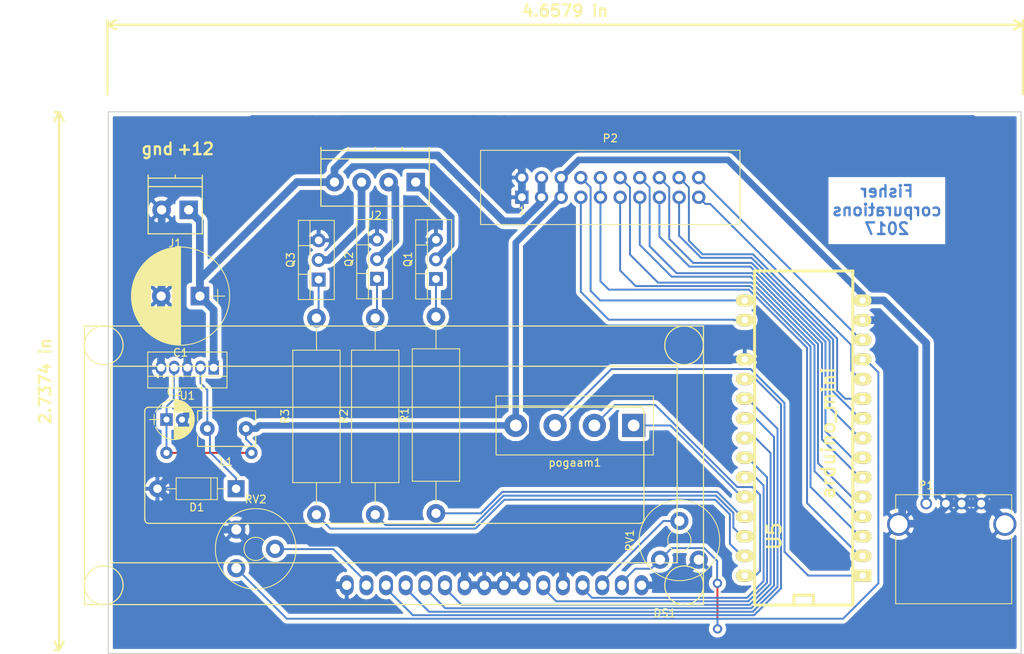
<source format=kicad_pcb>
(kicad_pcb (version 4) (host pcbnew 4.0.5)

  (general
    (links 77)
    (no_connects 1)
    (area 13.767999 16.993799 131.875601 87.197001)
    (thickness 1.6)
    (drawings 11)
    (tracks 376)
    (zones 0)
    (modules 20)
    (nets 39)
  )

  (page User 145.009 101.6)
  (layers
    (0 F.Cu mixed)
    (31 B.Cu mixed)
    (32 B.Adhes user)
    (33 F.Adhes user)
    (34 B.Paste user)
    (35 F.Paste user)
    (36 B.SilkS user)
    (37 F.SilkS user)
    (38 B.Mask user)
    (39 F.Mask user)
    (40 Dwgs.User user)
    (41 Cmts.User user)
    (42 Eco1.User user)
    (43 Eco2.User user)
    (44 Edge.Cuts user)
    (45 Margin user)
    (46 B.CrtYd user)
    (47 F.CrtYd user)
    (48 B.Fab user)
    (49 F.Fab user)
  )

  (setup
    (last_trace_width 0.25)
    (trace_clearance 0.2)
    (zone_clearance 0.508)
    (zone_45_only no)
    (trace_min 0.2)
    (segment_width 0.2)
    (edge_width 0.15)
    (via_size 0.6)
    (via_drill 0.4)
    (via_min_size 0.4)
    (via_min_drill 0.3)
    (uvia_size 0.3)
    (uvia_drill 0.1)
    (uvias_allowed no)
    (uvia_min_size 0.2)
    (uvia_min_drill 0.1)
    (pcb_text_width 0.3)
    (pcb_text_size 1.5 1.5)
    (mod_edge_width 0.15)
    (mod_text_size 1 1)
    (mod_text_width 0.15)
    (pad_size 1.524 1.524)
    (pad_drill 0.762)
    (pad_to_mask_clearance 0.2)
    (aux_axis_origin 0 0)
    (visible_elements 7FFFFFFF)
    (pcbplotparams
      (layerselection 0x01000_80000001)
      (usegerberextensions false)
      (excludeedgelayer true)
      (linewidth 0.100000)
      (plotframeref false)
      (viasonmask false)
      (mode 1)
      (useauxorigin false)
      (hpglpennumber 1)
      (hpglpenspeed 20)
      (hpglpendiameter 15)
      (hpglpenoverlay 2)
      (psnegative false)
      (psa4output false)
      (plotreference true)
      (plotvalue true)
      (plotinvisibletext false)
      (padsonsilk false)
      (subtractmaskfromsilk false)
      (outputformat 1)
      (mirror false)
      (drillshape 0)
      (scaleselection 1)
      (outputdirectory E:/skola/dp/git/backup/control_unit/gerber/gerber_1/))
  )

  (net 0 "")
  (net 1 +12V)
  (net 2 GND)
  (net 3 "Net-(C2-Pad1)")
  (net 4 "Net-(D1-Pad1)")
  (net 5 "Net-(DS1-Pad2)")
  (net 6 "Net-(DS1-Pad3)")
  (net 7 "Net-(DS1-Pad4)")
  (net 8 "Net-(DS1-Pad6)")
  (net 9 "Net-(DS1-Pad11)")
  (net 10 "Net-(DS1-Pad12)")
  (net 11 "Net-(DS1-Pad13)")
  (net 12 "Net-(DS1-Pad14)")
  (net 13 "Net-(DS1-Pad15)")
  (net 14 "Net-(J2-Pad3)")
  (net 15 "Net-(J2-Pad2)")
  (net 16 "Net-(P2-Pad7)")
  (net 17 "Net-(P2-Pad10)")
  (net 18 "Net-(P2-Pad11)")
  (net 19 "Net-(P2-Pad12)")
  (net 20 "Net-(P2-Pad13)")
  (net 21 "Net-(U5-Pad1)")
  (net 22 "Net-(U5-Pad30)")
  (net 23 "Net-(U5-Pad26)")
  (net 24 "Net-(Q1-Pad1)")
  (net 25 "Net-(Q2-Pad1)")
  (net 26 "Net-(Q3-Pad1)")
  (net 27 "Net-(R1-Pad1)")
  (net 28 "Net-(R2-Pad1)")
  (net 29 "Net-(R3-Pad1)")
  (net 30 "Net-(P2-Pad14)")
  (net 31 "Net-(P2-Pad15)")
  (net 32 "Net-(P2-Pad16)")
  (net 33 "Net-(P2-Pad17)")
  (net 34 "Net-(P2-Pad18)")
  (net 35 "Net-(P2-Pad19)")
  (net 36 "Net-(P2-Pad20)")
  (net 37 "Net-(J2-Pad1)")
  (net 38 "Net-(P2-Pad8)")

  (net_class Default "This is the default net class."
    (clearance 0.2)
    (trace_width 0.25)
    (via_dia 0.6)
    (via_drill 0.4)
    (uvia_dia 0.3)
    (uvia_drill 0.1)
    (add_net "Net-(C2-Pad1)")
    (add_net "Net-(D1-Pad1)")
    (add_net "Net-(DS1-Pad11)")
    (add_net "Net-(DS1-Pad12)")
    (add_net "Net-(DS1-Pad13)")
    (add_net "Net-(DS1-Pad14)")
    (add_net "Net-(DS1-Pad15)")
    (add_net "Net-(DS1-Pad2)")
    (add_net "Net-(DS1-Pad3)")
    (add_net "Net-(DS1-Pad4)")
    (add_net "Net-(DS1-Pad6)")
    (add_net "Net-(P2-Pad10)")
    (add_net "Net-(P2-Pad11)")
    (add_net "Net-(P2-Pad12)")
    (add_net "Net-(P2-Pad13)")
    (add_net "Net-(P2-Pad14)")
    (add_net "Net-(P2-Pad15)")
    (add_net "Net-(P2-Pad16)")
    (add_net "Net-(P2-Pad17)")
    (add_net "Net-(P2-Pad18)")
    (add_net "Net-(P2-Pad19)")
    (add_net "Net-(P2-Pad20)")
    (add_net "Net-(P2-Pad7)")
    (add_net "Net-(P2-Pad8)")
    (add_net "Net-(Q1-Pad1)")
    (add_net "Net-(Q2-Pad1)")
    (add_net "Net-(Q3-Pad1)")
    (add_net "Net-(R1-Pad1)")
    (add_net "Net-(R2-Pad1)")
    (add_net "Net-(R3-Pad1)")
    (add_net "Net-(U5-Pad1)")
    (add_net "Net-(U5-Pad26)")
    (add_net "Net-(U5-Pad30)")
  )

  (net_class power ""
    (clearance 0.2)
    (trace_width 1)
    (via_dia 0.6)
    (via_drill 0.4)
    (uvia_dia 0.3)
    (uvia_drill 0.1)
    (add_net +12V)
    (add_net GND)
    (add_net "Net-(J2-Pad1)")
    (add_net "Net-(J2-Pad2)")
    (add_net "Net-(J2-Pad3)")
  )

  (module WC1602A (layer F.Cu) (tedit 5926830C) (tstamp 592685C6)
    (at 82.7532 78.3082 180)
    (descr http://www.kamami.pl/dl/wc1602a0.pdf)
    (tags "LCD 16x2 Alphanumeric 16pin")
    (path /58FF94B5)
    (fp_text reference DS1 (at -2.99974 -3.59918 180) (layer F.SilkS)
      (effects (font (size 1 1) (thickness 0.15)))
    )
    (fp_text value LCD-016N002L (at 31.99892 15.49908 180) (layer F.Fab)
      (effects (font (size 1 1) (thickness 0.15)))
    )
    (fp_line (start 0.20066 8.001) (end 63.70066 8.001) (layer F.SilkS) (width 0.15))
    (fp_line (start -0.29972 22.49932) (end -0.29972 8.49884) (layer F.SilkS) (width 0.15))
    (fp_line (start 63.70066 22.9997) (end 0.20066 22.9997) (layer F.SilkS) (width 0.15))
    (fp_line (start 64.20104 8.49884) (end 64.20104 22.49932) (layer F.SilkS) (width 0.15))
    (fp_arc (start 63.70066 8.49884) (end 63.70066 8.001) (angle 90) (layer F.SilkS) (width 0.15))
    (fp_arc (start 63.70066 22.49932) (end 64.20104 22.49932) (angle 90) (layer F.SilkS) (width 0.15))
    (fp_arc (start 0.20066 22.49932) (end 0.20066 22.9997) (angle 90) (layer F.SilkS) (width 0.15))
    (fp_arc (start 0.20066 8.49884) (end -0.29972 8.49884) (angle 90) (layer F.SilkS) (width 0.15))
    (fp_line (start -4.59994 2.90068) (end 68.60032 2.90068) (layer F.SilkS) (width 0.15))
    (fp_line (start 68.60032 2.90068) (end 68.60032 28.30068) (layer F.SilkS) (width 0.15))
    (fp_line (start 68.60032 28.30068) (end -4.59994 28.30068) (layer F.SilkS) (width 0.15))
    (fp_line (start -4.59994 28.30068) (end -4.59994 2.90068) (layer F.SilkS) (width 0.15))
    (fp_circle (center 69.49948 0) (end 71.99884 0) (layer F.SilkS) (width 0.15))
    (fp_circle (center 69.49948 31.0007) (end 71.99884 31.0007) (layer F.SilkS) (width 0.15))
    (fp_circle (center -5.4991 31.0007) (end -8.001 31.0007) (layer F.SilkS) (width 0.15))
    (fp_circle (center -5.4991 0) (end -2.99974 0) (layer F.SilkS) (width 0.15))
    (fp_line (start -8.001 -2.49936) (end 71.99884 -2.49936) (layer F.SilkS) (width 0.15))
    (fp_line (start 71.99884 -2.49936) (end 71.99884 33.50006) (layer F.SilkS) (width 0.15))
    (fp_line (start 71.99884 33.50006) (end -8.001 33.50006) (layer F.SilkS) (width 0.15))
    (fp_line (start -8.001 33.50006) (end -8.001 -2.49936) (layer F.SilkS) (width 0.15))
    (pad 1 thru_hole oval (at 0 0 180) (size 1.8 2.6) (drill 1.2) (layers *.Cu *.Mask)
      (net 2 GND))
    (pad 2 thru_hole oval (at 2.54 0 180) (size 1.8 2.6) (drill 1.2) (layers *.Cu *.Mask)
      (net 5 "Net-(DS1-Pad2)"))
    (pad 3 thru_hole oval (at 5.08 0 180) (size 1.8 2.6) (drill 1.2) (layers *.Cu *.Mask)
      (net 6 "Net-(DS1-Pad3)"))
    (pad 4 thru_hole oval (at 7.62 0 180) (size 1.8 2.6) (drill 1.2) (layers *.Cu *.Mask)
      (net 7 "Net-(DS1-Pad4)"))
    (pad 5 thru_hole oval (at 10.16 0 180) (size 1.8 2.6) (drill 1.2) (layers *.Cu *.Mask)
      (net 2 GND))
    (pad 6 thru_hole oval (at 12.7 0 180) (size 1.8 2.6) (drill 1.2) (layers *.Cu *.Mask)
      (net 8 "Net-(DS1-Pad6)"))
    (pad 7 thru_hole oval (at 15.24 0 180) (size 1.8 2.6) (drill 1.2) (layers *.Cu *.Mask)
      (net 2 GND))
    (pad 8 thru_hole oval (at 17.78 0 180) (size 1.8 2.6) (drill 1.2) (layers *.Cu *.Mask)
      (net 2 GND))
    (pad 9 thru_hole oval (at 20.32 0 180) (size 1.8 2.6) (drill 1.2) (layers *.Cu *.Mask)
      (net 2 GND))
    (pad 10 thru_hole oval (at 22.86 0 180) (size 1.8 2.6) (drill 1.2) (layers *.Cu *.Mask)
      (net 2 GND))
    (pad 11 thru_hole oval (at 25.4 0 180) (size 1.8 2.6) (drill 1.2) (layers *.Cu *.Mask)
      (net 9 "Net-(DS1-Pad11)"))
    (pad 12 thru_hole oval (at 27.94 0 180) (size 1.8 2.6) (drill 1.2) (layers *.Cu *.Mask)
      (net 10 "Net-(DS1-Pad12)"))
    (pad 13 thru_hole oval (at 30.48 0 180) (size 1.8 2.6) (drill 1.2) (layers *.Cu *.Mask)
      (net 11 "Net-(DS1-Pad13)"))
    (pad 14 thru_hole oval (at 33.02 0 180) (size 1.8 2.6) (drill 1.2) (layers *.Cu *.Mask)
      (net 12 "Net-(DS1-Pad14)"))
    (pad 15 thru_hole oval (at 35.56 0 180) (size 1.8 2.6) (drill 1.2) (layers *.Cu *.Mask)
      (net 13 "Net-(DS1-Pad15)"))
    (pad 16 thru_hole oval (at 38.1 0 180) (size 1.8 2.6) (drill 1.2) (layers *.Cu *.Mask)
      (net 2 GND))
  )

  (module Connectors:IDC_Header_Straight_20pins (layer F.Cu) (tedit 0) (tstamp 591D7441)
    (at 67.2846 28.1686)
    (descr "20 pins through hole IDC header")
    (tags "IDC header socket VASCH")
    (path /5910E955)
    (fp_text reference P2 (at 11.43 -7.62) (layer F.SilkS)
      (effects (font (size 1 1) (thickness 0.15)))
    )
    (fp_text value CONN_01X20 (at 11.43 5.223) (layer F.Fab)
      (effects (font (size 1 1) (thickness 0.15)))
    )
    (fp_line (start -5.08 -5.82) (end 27.94 -5.82) (layer F.Fab) (width 0.1))
    (fp_line (start -4.54 -5.27) (end 27.38 -5.27) (layer F.Fab) (width 0.1))
    (fp_line (start -5.08 3.28) (end 27.94 3.28) (layer F.Fab) (width 0.1))
    (fp_line (start -4.54 2.73) (end 9.18 2.73) (layer F.Fab) (width 0.1))
    (fp_line (start 13.68 2.73) (end 27.38 2.73) (layer F.Fab) (width 0.1))
    (fp_line (start 9.18 2.73) (end 9.18 3.28) (layer F.Fab) (width 0.1))
    (fp_line (start 13.68 2.73) (end 13.68 3.28) (layer F.Fab) (width 0.1))
    (fp_line (start -5.08 -5.82) (end -5.08 3.28) (layer F.Fab) (width 0.1))
    (fp_line (start -4.54 -5.27) (end -4.54 2.73) (layer F.Fab) (width 0.1))
    (fp_line (start 27.94 -5.82) (end 27.94 3.28) (layer F.Fab) (width 0.1))
    (fp_line (start 27.38 -5.27) (end 27.38 2.73) (layer F.Fab) (width 0.1))
    (fp_line (start -5.08 -5.82) (end -4.54 -5.27) (layer F.Fab) (width 0.1))
    (fp_line (start 27.94 -5.82) (end 27.38 -5.27) (layer F.Fab) (width 0.1))
    (fp_line (start -5.08 3.28) (end -4.54 2.73) (layer F.Fab) (width 0.1))
    (fp_line (start 27.94 3.28) (end 27.38 2.73) (layer F.Fab) (width 0.1))
    (fp_line (start -5.58 -6.32) (end 28.44 -6.32) (layer F.CrtYd) (width 0.05))
    (fp_line (start 28.44 -6.32) (end 28.44 3.78) (layer F.CrtYd) (width 0.05))
    (fp_line (start 28.44 3.78) (end -5.58 3.78) (layer F.CrtYd) (width 0.05))
    (fp_line (start -5.58 3.78) (end -5.58 -6.32) (layer F.CrtYd) (width 0.05))
    (fp_text user 1 (at 0.02 1.72) (layer F.SilkS)
      (effects (font (size 1 1) (thickness 0.12)))
    )
    (fp_line (start -5.33 -6.07) (end 28.19 -6.07) (layer F.SilkS) (width 0.12))
    (fp_line (start 28.19 -6.07) (end 28.19 3.53) (layer F.SilkS) (width 0.12))
    (fp_line (start 28.19 3.53) (end -5.33 3.53) (layer F.SilkS) (width 0.12))
    (fp_line (start -5.33 3.53) (end -5.33 -6.07) (layer F.SilkS) (width 0.12))
    (pad 1 thru_hole rect (at 0 0) (size 1.7272 1.7272) (drill 1.016) (layers *.Cu *.Mask)
      (net 2 GND))
    (pad 2 thru_hole oval (at 0 -2.54) (size 1.7272 1.7272) (drill 1.016) (layers *.Cu *.Mask)
      (net 2 GND))
    (pad 3 thru_hole oval (at 2.54 0) (size 1.7272 1.7272) (drill 1.016) (layers *.Cu *.Mask)
      (net 1 +12V))
    (pad 4 thru_hole oval (at 2.54 -2.54) (size 1.7272 1.7272) (drill 1.016) (layers *.Cu *.Mask)
      (net 1 +12V))
    (pad 5 thru_hole oval (at 5.08 0) (size 1.7272 1.7272) (drill 1.016) (layers *.Cu *.Mask)
      (net 3 "Net-(C2-Pad1)"))
    (pad 6 thru_hole oval (at 5.08 -2.54) (size 1.7272 1.7272) (drill 1.016) (layers *.Cu *.Mask)
      (net 3 "Net-(C2-Pad1)"))
    (pad 7 thru_hole oval (at 7.62 0) (size 1.7272 1.7272) (drill 1.016) (layers *.Cu *.Mask)
      (net 16 "Net-(P2-Pad7)"))
    (pad 8 thru_hole oval (at 7.62 -2.54) (size 1.7272 1.7272) (drill 1.016) (layers *.Cu *.Mask)
      (net 38 "Net-(P2-Pad8)"))
    (pad 9 thru_hole oval (at 10.16 0) (size 1.7272 1.7272) (drill 1.016) (layers *.Cu *.Mask)
      (net 17 "Net-(P2-Pad10)"))
    (pad 10 thru_hole oval (at 10.16 -2.54) (size 1.7272 1.7272) (drill 1.016) (layers *.Cu *.Mask)
      (net 17 "Net-(P2-Pad10)"))
    (pad 11 thru_hole oval (at 12.7 0) (size 1.7272 1.7272) (drill 1.016) (layers *.Cu *.Mask)
      (net 18 "Net-(P2-Pad11)"))
    (pad 12 thru_hole oval (at 12.7 -2.54) (size 1.7272 1.7272) (drill 1.016) (layers *.Cu *.Mask)
      (net 19 "Net-(P2-Pad12)"))
    (pad 13 thru_hole oval (at 15.24 0) (size 1.7272 1.7272) (drill 1.016) (layers *.Cu *.Mask)
      (net 20 "Net-(P2-Pad13)"))
    (pad 14 thru_hole oval (at 15.24 -2.54) (size 1.7272 1.7272) (drill 1.016) (layers *.Cu *.Mask)
      (net 30 "Net-(P2-Pad14)"))
    (pad 15 thru_hole oval (at 17.78 0) (size 1.7272 1.7272) (drill 1.016) (layers *.Cu *.Mask)
      (net 31 "Net-(P2-Pad15)"))
    (pad 16 thru_hole oval (at 17.78 -2.54) (size 1.7272 1.7272) (drill 1.016) (layers *.Cu *.Mask)
      (net 32 "Net-(P2-Pad16)"))
    (pad 17 thru_hole oval (at 20.32 0) (size 1.7272 1.7272) (drill 1.016) (layers *.Cu *.Mask)
      (net 33 "Net-(P2-Pad17)"))
    (pad 18 thru_hole oval (at 20.32 -2.54) (size 1.7272 1.7272) (drill 1.016) (layers *.Cu *.Mask)
      (net 34 "Net-(P2-Pad18)"))
    (pad 19 thru_hole oval (at 22.86 0) (size 1.7272 1.7272) (drill 1.016) (layers *.Cu *.Mask)
      (net 35 "Net-(P2-Pad19)"))
    (pad 20 thru_hole oval (at 22.86 -2.54) (size 1.7272 1.7272) (drill 1.016) (layers *.Cu *.Mask)
      (net 36 "Net-(P2-Pad20)"))
  )

  (module Diodes_THT:D_DO-41_SOD81_P10.16mm_Horizontal (layer F.Cu) (tedit 5877C982) (tstamp 591D73A1)
    (at 30.353 65.8368 180)
    (descr "D, DO-41_SOD81 series, Axial, Horizontal, pin pitch=10.16mm, , length*diameter=5.2*2.7mm^2, , http://www.diodes.com/_files/packages/DO-41%20(Plastic).pdf")
    (tags "D DO-41_SOD81 series Axial Horizontal pin pitch 10.16mm  length 5.2mm diameter 2.7mm")
    (path /5911FA5D)
    (fp_text reference D1 (at 5.08 -2.41 180) (layer F.SilkS)
      (effects (font (size 1 1) (thickness 0.15)))
    )
    (fp_text value D_Schottky (at 5.08 2.41 180) (layer F.Fab)
      (effects (font (size 1 1) (thickness 0.15)))
    )
    (fp_line (start 2.48 -1.35) (end 2.48 1.35) (layer F.Fab) (width 0.1))
    (fp_line (start 2.48 1.35) (end 7.68 1.35) (layer F.Fab) (width 0.1))
    (fp_line (start 7.68 1.35) (end 7.68 -1.35) (layer F.Fab) (width 0.1))
    (fp_line (start 7.68 -1.35) (end 2.48 -1.35) (layer F.Fab) (width 0.1))
    (fp_line (start 0 0) (end 2.48 0) (layer F.Fab) (width 0.1))
    (fp_line (start 10.16 0) (end 7.68 0) (layer F.Fab) (width 0.1))
    (fp_line (start 3.26 -1.35) (end 3.26 1.35) (layer F.Fab) (width 0.1))
    (fp_line (start 2.42 -1.41) (end 2.42 1.41) (layer F.SilkS) (width 0.12))
    (fp_line (start 2.42 1.41) (end 7.74 1.41) (layer F.SilkS) (width 0.12))
    (fp_line (start 7.74 1.41) (end 7.74 -1.41) (layer F.SilkS) (width 0.12))
    (fp_line (start 7.74 -1.41) (end 2.42 -1.41) (layer F.SilkS) (width 0.12))
    (fp_line (start 1.28 0) (end 2.42 0) (layer F.SilkS) (width 0.12))
    (fp_line (start 8.88 0) (end 7.74 0) (layer F.SilkS) (width 0.12))
    (fp_line (start 3.26 -1.41) (end 3.26 1.41) (layer F.SilkS) (width 0.12))
    (fp_line (start -1.35 -1.7) (end -1.35 1.7) (layer F.CrtYd) (width 0.05))
    (fp_line (start -1.35 1.7) (end 11.55 1.7) (layer F.CrtYd) (width 0.05))
    (fp_line (start 11.55 1.7) (end 11.55 -1.7) (layer F.CrtYd) (width 0.05))
    (fp_line (start 11.55 -1.7) (end -1.35 -1.7) (layer F.CrtYd) (width 0.05))
    (pad 1 thru_hole rect (at 0 0 180) (size 2.2 2.2) (drill 1.1) (layers *.Cu *.Mask)
      (net 4 "Net-(D1-Pad1)"))
    (pad 2 thru_hole oval (at 10.16 0 180) (size 2.2 2.2) (drill 1.1) (layers *.Cu *.Mask)
      (net 2 GND))
    (model Diodes_THT.3dshapes/D_DO-41_SOD81_P10.16mm_Horizontal.wrl
      (at (xyz 0 0 0))
      (scale (xyz 0.393701 0.393701 0.393701))
      (rotate (xyz 0 0 0))
    )
  )

  (module Potentiometers:Potentiometer_Trimmer_Piher_PT-10v5_Horizontal_Px5.0mm_Py5.0mm (layer F.Cu) (tedit 58826B09) (tstamp 591D750A)
    (at 30.3822 76.1092)
    (descr "Potentiometer, horizontally mounted, Omeg PC16PU, Omeg PC16PU, Omeg PC16PU, Vishay/Spectrol 248GJ/249GJ Single, Vishay/Spectrol 248GJ/249GJ Single, Vishay/Spectrol 248GJ/249GJ Single, Vishay/Spectrol 248GH/249GH Single, Vishay/Spectrol 148/149 Single, Vishay/Spectrol 148/149 Single, Vishay/Spectrol 148/149 Single, Vishay/Spectrol 148A/149A Single with mounting plates, Vishay/Spectrol 148/149 Double, Vishay/Spectrol 148A/149A Double with mounting plates, Piher PC-16 Single, Piher PC-16 Single, Piher PC-16 Single, Piher PC-16SV Single, Piher PC-16 Double, Piher PC-16 Triple, Piher T16H Single, Piher T16L Single, Piher T16H Double, Alps RK163 Single, Alps RK163 Double, Alps RK097 Single, Alps RK097 Double, Bourns PTV09A-2 Single with mounting sleve Single, Bourns PTV09A-1 with mounting sleve Single, Bourns PRS11S Single, Alps RK09K Single with mounting sleve Single, Alps RK09K with mounting sleve Single, Alps RK09L Single, Alps RK09L Single, Alps RK09L Double, Alps RK09L Double, Alps RK09Y Single, Bourns 3339S Single, Bourns 3339S Single, Bourns 3339P Single, Bourns 3339H Single, Vishay T7YA Single, Suntan TSR-3386H Single, Suntan TSR-3386H Single, Suntan TSR-3386P Single, Vishay T73XX Single, Vishay T73XX Single, Vishay T73YP Single, Piher PT-6h Single, Piher PT-6v Single, Piher PT-6v Single, Piher PT-10h2.5 Single, Piher PT-10h5 Single, Piher PT-101h3.8 Single, Piher PT-10v10 Single, Piher PT-10v10 Single, Piher PT-10v5 Single, http://www.piher-nacesa.com/pdf/12-PT10v03.pdf")
    (tags "Potentiometer horizontal  Omeg PC16PU  Omeg PC16PU  Omeg PC16PU  Vishay/Spectrol 248GJ/249GJ Single  Vishay/Spectrol 248GJ/249GJ Single  Vishay/Spectrol 248GJ/249GJ Single  Vishay/Spectrol 248GH/249GH Single  Vishay/Spectrol 148/149 Single  Vishay/Spectrol 148/149 Single  Vishay/Spectrol 148/149 Single  Vishay/Spectrol 148A/149A Single with mounting plates  Vishay/Spectrol 148/149 Double  Vishay/Spectrol 148A/149A Double with mounting plates  Piher PC-16 Single  Piher PC-16 Single  Piher PC-16 Single  Piher PC-16SV Single  Piher PC-16 Double  Piher PC-16 Triple  Piher T16H Single  Piher T16L Single  Piher T16H Double  Alps RK163 Single  Alps RK163 Double  Alps RK097 Single  Alps RK097 Double  Bourns PTV09A-2 Single with mounting sleve Single  Bourns PTV09A-1 with mounting sleve Single  Bourns PRS11S Single  Alps RK09K Single with mounting sleve Single  Alps RK09K with mounting sleve Single  Alps RK09L Single  Alps RK09L Single  Alps RK09L Double  Alps RK09L Double  Alps RK09Y Single  Bourns 3339S Single  Bourns 3339S Single  Bourns 3339P Single  Bourns 3339H Single  Vishay T7YA Single  Suntan TSR-3386H Single  Suntan TSR-3386H Single  Suntan TSR-3386P Single  Vishay T73XX Single  Vishay T73XX Single  Vishay T73YP Single  Piher PT-6h Single  Piher PT-6v Single  Piher PT-6v Single  Piher PT-10h2.5 Single  Piher PT-10h5 Single  Piher PT-101h3.8 Single  Piher PT-10v10 Single  Piher PT-10v10 Single  Piher PT-10v5 Single")
    (path /590ED642)
    (fp_text reference RV2 (at 2.5 -8.9) (layer F.SilkS)
      (effects (font (size 1 1) (thickness 0.15)))
    )
    (fp_text value POT (at 2.5 3.9) (layer F.Fab)
      (effects (font (size 1 1) (thickness 0.15)))
    )
    (fp_arc (start 2.501 -2.5) (end 2.501 -1) (angle -62) (layer F.SilkS) (width 0.12))
    (fp_arc (start 2.501 -2.5) (end 3.825 -3.204) (angle -243) (layer F.SilkS) (width 0.12))
    (fp_circle (center 2.5 -2.5) (end 7.65 -2.5) (layer F.Fab) (width 0.1))
    (fp_circle (center 2.5 -2.5) (end 4.25 -2.5) (layer F.Fab) (width 0.1))
    (fp_circle (center 2.5 -2.5) (end 4 -2.5) (layer F.Fab) (width 0.1))
    (fp_circle (center 2.501 -2.5) (end 7.711 -2.5) (layer F.SilkS) (width 0.12))
    (fp_line (start -2.9 -7.9) (end -2.9 2.95) (layer F.CrtYd) (width 0.05))
    (fp_line (start -2.9 2.95) (end 7.9 2.95) (layer F.CrtYd) (width 0.05))
    (fp_line (start 7.9 2.95) (end 7.9 -7.9) (layer F.CrtYd) (width 0.05))
    (fp_line (start 7.9 -7.9) (end -2.9 -7.9) (layer F.CrtYd) (width 0.05))
    (pad 3 thru_hole circle (at 0 -5) (size 2.34 2.34) (drill 1.3) (layers *.Cu *.Mask)
      (net 2 GND))
    (pad 2 thru_hole circle (at 5 -2.5) (size 2.34 2.34) (drill 1.3) (layers *.Cu *.Mask)
      (net 13 "Net-(DS1-Pad15)"))
    (pad 1 thru_hole circle (at 0 0) (size 2.34 2.34) (drill 1.3) (layers *.Cu *.Mask)
      (net 5 "Net-(DS1-Pad2)"))
    (model Potentiometers.3dshapes/Potentiometer_Trimmer_Piher_PT-10v5_Horizontal_Px5.0mm_Py5.0mm.wrl
      (at (xyz 0 0 0))
      (scale (xyz 0.393701 0.393701 0.393701))
      (rotate (xyz 0 0 0))
    )
  )

  (module arduino:arduino_mini (layer F.Cu) (tedit 5926AAB9) (tstamp 592685EF)
    (at 103.7082 58.0136 90)
    (descr "30 pins DIL package, elliptical pads, width 600mil (arduino mini)")
    (tags "DIL arduino mini")
    (path /590E11AE)
    (fp_text reference U5 (at -13.97 -3.81 90) (layer F.SilkS)
      (effects (font (size 1.778 1.778) (thickness 0.3048)))
    )
    (fp_text value arduino_mini (at -0.635 3.175 90) (layer F.SilkS)
      (effects (font (size 1.778 1.778) (thickness 0.3048)))
    )
    (fp_line (start -22.86 -6.35) (end 20.32 -6.35) (layer F.SilkS) (width 0.381))
    (fp_line (start 20.32 -6.35) (end 20.32 6.35) (layer F.SilkS) (width 0.381))
    (fp_line (start 20.32 6.35) (end -22.86 6.35) (layer F.SilkS) (width 0.381))
    (fp_line (start -22.86 6.35) (end -22.86 -6.35) (layer F.SilkS) (width 0.381))
    (fp_line (start -22.86 1.27) (end -21.59 1.27) (layer F.SilkS) (width 0.381))
    (fp_line (start -21.59 1.27) (end -21.59 -1.27) (layer F.SilkS) (width 0.381))
    (fp_line (start -21.59 -1.27) (end -22.86 -1.27) (layer F.SilkS) (width 0.381))
    (pad 1 thru_hole rect (at -19.05 7.62 90) (size 1.5748 2.286) (drill 0.8128) (layers *.Cu *.Mask F.SilkS)
      (net 21 "Net-(U5-Pad1)"))
    (pad 2 thru_hole oval (at -16.51 7.62 90) (size 1.5748 2.286) (drill 0.8128) (layers *.Cu *.Mask F.SilkS)
      (net 17 "Net-(P2-Pad10)"))
    (pad 3 thru_hole oval (at -13.97 7.62 90) (size 1.5748 2.286) (drill 0.8128) (layers *.Cu *.Mask F.SilkS)
      (net 18 "Net-(P2-Pad11)"))
    (pad 4 thru_hole oval (at -11.43 7.62 90) (size 1.5748 2.286) (drill 0.8128) (layers *.Cu *.Mask F.SilkS)
      (net 19 "Net-(P2-Pad12)"))
    (pad 5 thru_hole oval (at -8.89 7.62 90) (size 1.5748 2.286) (drill 0.8128) (layers *.Cu *.Mask F.SilkS)
      (net 20 "Net-(P2-Pad13)"))
    (pad 6 thru_hole oval (at -6.35 7.62 90) (size 1.5748 2.286) (drill 0.8128) (layers *.Cu *.Mask F.SilkS)
      (net 30 "Net-(P2-Pad14)"))
    (pad 7 thru_hole oval (at -3.81 7.62 90) (size 1.5748 2.286) (drill 0.8128) (layers *.Cu *.Mask F.SilkS)
      (net 31 "Net-(P2-Pad15)"))
    (pad 8 thru_hole oval (at -1.27 7.62 90) (size 1.5748 2.286) (drill 0.8128) (layers *.Cu *.Mask F.SilkS)
      (net 32 "Net-(P2-Pad16)"))
    (pad 9 thru_hole oval (at 1.27 7.62 90) (size 1.5748 2.286) (drill 0.8128) (layers *.Cu *.Mask F.SilkS)
      (net 33 "Net-(P2-Pad17)"))
    (pad 10 thru_hole oval (at 3.81 7.62 90) (size 1.5748 2.286) (drill 0.8128) (layers *.Cu *.Mask F.SilkS)
      (net 34 "Net-(P2-Pad18)"))
    (pad 11 thru_hole oval (at 6.35 7.62 90) (size 1.5748 2.286) (drill 0.8128) (layers *.Cu *.Mask F.SilkS)
      (net 35 "Net-(P2-Pad19)"))
    (pad 12 thru_hole oval (at 8.89 7.62 90) (size 1.5748 2.286) (drill 0.8128) (layers *.Cu *.Mask F.SilkS)
      (net 5 "Net-(DS1-Pad2)"))
    (pad 13 thru_hole oval (at 11.43 7.62 90) (size 1.5748 2.286) (drill 0.8128) (layers *.Cu *.Mask F.SilkS)
      (net 36 "Net-(P2-Pad20)"))
    (pad 14 thru_hole oval (at 13.97 7.62 90) (size 1.5748 2.286) (drill 0.8128) (layers *.Cu *.Mask F.SilkS)
      (net 2 GND))
    (pad 15 thru_hole oval (at 16.51 7.62 90) (size 1.5748 2.286) (drill 0.8128) (layers *.Cu *.Mask F.SilkS)
      (net 3 "Net-(C2-Pad1)"))
    (pad 16 thru_hole oval (at 16.51 -7.62 90) (size 1.5748 2.286) (drill 0.8128) (layers *.Cu *.Mask F.SilkS)
      (net 38 "Net-(P2-Pad8)"))
    (pad 17 thru_hole oval (at 13.97 -7.62 90) (size 1.5748 2.286) (drill 0.8128) (layers *.Cu *.Mask F.SilkS)
      (net 16 "Net-(P2-Pad7)"))
    (pad 19 thru_hole oval (at 8.89 -7.62 90) (size 1.5748 2.286) (drill 0.8128) (layers *.Cu *.Mask F.SilkS)
      (net 2 GND))
    (pad 20 thru_hole oval (at 6.35 -7.62 90) (size 1.5748 2.286) (drill 0.8128) (layers *.Cu *.Mask F.SilkS)
      (net 12 "Net-(DS1-Pad14)"))
    (pad 21 thru_hole oval (at 3.81 -7.62 90) (size 1.5748 2.286) (drill 0.8128) (layers *.Cu *.Mask F.SilkS)
      (net 11 "Net-(DS1-Pad13)"))
    (pad 22 thru_hole oval (at 1.27 -7.62 90) (size 1.5748 2.286) (drill 0.8128) (layers *.Cu *.Mask F.SilkS)
      (net 10 "Net-(DS1-Pad12)"))
    (pad 23 thru_hole oval (at -1.27 -7.62 90) (size 1.5748 2.286) (drill 0.8128) (layers *.Cu *.Mask F.SilkS)
      (net 9 "Net-(DS1-Pad11)"))
    (pad 24 thru_hole oval (at -3.81 -7.62 90) (size 1.5748 2.286) (drill 0.8128) (layers *.Cu *.Mask F.SilkS)
      (net 8 "Net-(DS1-Pad6)"))
    (pad 25 thru_hole oval (at -6.35 -7.62 90) (size 1.5748 2.286) (drill 0.8128) (layers *.Cu *.Mask F.SilkS)
      (net 7 "Net-(DS1-Pad4)"))
    (pad 26 thru_hole oval (at -8.89 -7.62 90) (size 1.5748 2.286) (drill 0.8128) (layers *.Cu *.Mask F.SilkS)
      (net 23 "Net-(U5-Pad26)"))
    (pad 27 thru_hole oval (at -11.43 -7.62 90) (size 1.5748 2.286) (drill 0.8128) (layers *.Cu *.Mask F.SilkS)
      (net 27 "Net-(R1-Pad1)"))
    (pad 28 thru_hole oval (at -13.97 -7.62 90) (size 1.5748 2.286) (drill 0.8128) (layers *.Cu *.Mask F.SilkS)
      (net 28 "Net-(R2-Pad1)"))
    (pad 29 thru_hole oval (at -16.51 -7.62 90) (size 1.5748 2.286) (drill 0.8128) (layers *.Cu *.Mask F.SilkS)
      (net 29 "Net-(R3-Pad1)"))
    (pad 30 thru_hole oval (at -19.05 -7.62 90) (size 1.5748 2.286) (drill 0.8128) (layers *.Cu *.Mask F.SilkS)
      (net 22 "Net-(U5-Pad30)"))
  )

  (module Capacitors_THT:CP_Radial_D12.5mm_P5.00mm (layer F.Cu) (tedit 58765D06) (tstamp 591D7305)
    (at 25.6794 40.9448 180)
    (descr "CP, Radial series, Radial, pin pitch=5.00mm, , diameter=12.5mm, Electrolytic Capacitor")
    (tags "CP Radial series Radial pin pitch 5.00mm  diameter 12.5mm Electrolytic Capacitor")
    (path /5911FA0C)
    (fp_text reference C1 (at 2.5 -7.31 180) (layer F.SilkS)
      (effects (font (size 1 1) (thickness 0.15)))
    )
    (fp_text value 1000uF (at 2.5 7.31 180) (layer F.Fab)
      (effects (font (size 1 1) (thickness 0.15)))
    )
    (fp_circle (center 2.5 0) (end 8.75 0) (layer F.Fab) (width 0.1))
    (fp_circle (center 2.5 0) (end 8.84 0) (layer F.SilkS) (width 0.12))
    (fp_line (start -3.2 0) (end -1.4 0) (layer F.Fab) (width 0.1))
    (fp_line (start -2.3 -0.9) (end -2.3 0.9) (layer F.Fab) (width 0.1))
    (fp_line (start 2.5 -6.3) (end 2.5 6.3) (layer F.SilkS) (width 0.12))
    (fp_line (start 2.54 -6.3) (end 2.54 6.3) (layer F.SilkS) (width 0.12))
    (fp_line (start 2.58 -6.3) (end 2.58 6.3) (layer F.SilkS) (width 0.12))
    (fp_line (start 2.62 -6.299) (end 2.62 6.299) (layer F.SilkS) (width 0.12))
    (fp_line (start 2.66 -6.298) (end 2.66 6.298) (layer F.SilkS) (width 0.12))
    (fp_line (start 2.7 -6.297) (end 2.7 6.297) (layer F.SilkS) (width 0.12))
    (fp_line (start 2.74 -6.296) (end 2.74 6.296) (layer F.SilkS) (width 0.12))
    (fp_line (start 2.78 -6.294) (end 2.78 6.294) (layer F.SilkS) (width 0.12))
    (fp_line (start 2.82 -6.292) (end 2.82 6.292) (layer F.SilkS) (width 0.12))
    (fp_line (start 2.86 -6.29) (end 2.86 6.29) (layer F.SilkS) (width 0.12))
    (fp_line (start 2.9 -6.288) (end 2.9 6.288) (layer F.SilkS) (width 0.12))
    (fp_line (start 2.94 -6.285) (end 2.94 6.285) (layer F.SilkS) (width 0.12))
    (fp_line (start 2.98 -6.282) (end 2.98 6.282) (layer F.SilkS) (width 0.12))
    (fp_line (start 3.02 -6.279) (end 3.02 6.279) (layer F.SilkS) (width 0.12))
    (fp_line (start 3.06 -6.276) (end 3.06 6.276) (layer F.SilkS) (width 0.12))
    (fp_line (start 3.1 -6.272) (end 3.1 6.272) (layer F.SilkS) (width 0.12))
    (fp_line (start 3.14 -6.268) (end 3.14 6.268) (layer F.SilkS) (width 0.12))
    (fp_line (start 3.18 -6.264) (end 3.18 6.264) (layer F.SilkS) (width 0.12))
    (fp_line (start 3.221 -6.259) (end 3.221 6.259) (layer F.SilkS) (width 0.12))
    (fp_line (start 3.261 -6.255) (end 3.261 6.255) (layer F.SilkS) (width 0.12))
    (fp_line (start 3.301 -6.25) (end 3.301 6.25) (layer F.SilkS) (width 0.12))
    (fp_line (start 3.341 -6.245) (end 3.341 6.245) (layer F.SilkS) (width 0.12))
    (fp_line (start 3.381 -6.239) (end 3.381 6.239) (layer F.SilkS) (width 0.12))
    (fp_line (start 3.421 -6.233) (end 3.421 6.233) (layer F.SilkS) (width 0.12))
    (fp_line (start 3.461 -6.227) (end 3.461 6.227) (layer F.SilkS) (width 0.12))
    (fp_line (start 3.501 -6.221) (end 3.501 6.221) (layer F.SilkS) (width 0.12))
    (fp_line (start 3.541 -6.215) (end 3.541 6.215) (layer F.SilkS) (width 0.12))
    (fp_line (start 3.581 -6.208) (end 3.581 6.208) (layer F.SilkS) (width 0.12))
    (fp_line (start 3.621 -6.201) (end 3.621 -1.38) (layer F.SilkS) (width 0.12))
    (fp_line (start 3.621 1.38) (end 3.621 6.201) (layer F.SilkS) (width 0.12))
    (fp_line (start 3.661 -6.193) (end 3.661 -1.38) (layer F.SilkS) (width 0.12))
    (fp_line (start 3.661 1.38) (end 3.661 6.193) (layer F.SilkS) (width 0.12))
    (fp_line (start 3.701 -6.186) (end 3.701 -1.38) (layer F.SilkS) (width 0.12))
    (fp_line (start 3.701 1.38) (end 3.701 6.186) (layer F.SilkS) (width 0.12))
    (fp_line (start 3.741 -6.178) (end 3.741 -1.38) (layer F.SilkS) (width 0.12))
    (fp_line (start 3.741 1.38) (end 3.741 6.178) (layer F.SilkS) (width 0.12))
    (fp_line (start 3.781 -6.17) (end 3.781 -1.38) (layer F.SilkS) (width 0.12))
    (fp_line (start 3.781 1.38) (end 3.781 6.17) (layer F.SilkS) (width 0.12))
    (fp_line (start 3.821 -6.162) (end 3.821 -1.38) (layer F.SilkS) (width 0.12))
    (fp_line (start 3.821 1.38) (end 3.821 6.162) (layer F.SilkS) (width 0.12))
    (fp_line (start 3.861 -6.153) (end 3.861 -1.38) (layer F.SilkS) (width 0.12))
    (fp_line (start 3.861 1.38) (end 3.861 6.153) (layer F.SilkS) (width 0.12))
    (fp_line (start 3.901 -6.144) (end 3.901 -1.38) (layer F.SilkS) (width 0.12))
    (fp_line (start 3.901 1.38) (end 3.901 6.144) (layer F.SilkS) (width 0.12))
    (fp_line (start 3.941 -6.135) (end 3.941 -1.38) (layer F.SilkS) (width 0.12))
    (fp_line (start 3.941 1.38) (end 3.941 6.135) (layer F.SilkS) (width 0.12))
    (fp_line (start 3.981 -6.125) (end 3.981 -1.38) (layer F.SilkS) (width 0.12))
    (fp_line (start 3.981 1.38) (end 3.981 6.125) (layer F.SilkS) (width 0.12))
    (fp_line (start 4.021 -6.116) (end 4.021 -1.38) (layer F.SilkS) (width 0.12))
    (fp_line (start 4.021 1.38) (end 4.021 6.116) (layer F.SilkS) (width 0.12))
    (fp_line (start 4.061 -6.106) (end 4.061 -1.38) (layer F.SilkS) (width 0.12))
    (fp_line (start 4.061 1.38) (end 4.061 6.106) (layer F.SilkS) (width 0.12))
    (fp_line (start 4.101 -6.095) (end 4.101 -1.38) (layer F.SilkS) (width 0.12))
    (fp_line (start 4.101 1.38) (end 4.101 6.095) (layer F.SilkS) (width 0.12))
    (fp_line (start 4.141 -6.085) (end 4.141 -1.38) (layer F.SilkS) (width 0.12))
    (fp_line (start 4.141 1.38) (end 4.141 6.085) (layer F.SilkS) (width 0.12))
    (fp_line (start 4.181 -6.074) (end 4.181 -1.38) (layer F.SilkS) (width 0.12))
    (fp_line (start 4.181 1.38) (end 4.181 6.074) (layer F.SilkS) (width 0.12))
    (fp_line (start 4.221 -6.063) (end 4.221 -1.38) (layer F.SilkS) (width 0.12))
    (fp_line (start 4.221 1.38) (end 4.221 6.063) (layer F.SilkS) (width 0.12))
    (fp_line (start 4.261 -6.051) (end 4.261 -1.38) (layer F.SilkS) (width 0.12))
    (fp_line (start 4.261 1.38) (end 4.261 6.051) (layer F.SilkS) (width 0.12))
    (fp_line (start 4.301 -6.04) (end 4.301 -1.38) (layer F.SilkS) (width 0.12))
    (fp_line (start 4.301 1.38) (end 4.301 6.04) (layer F.SilkS) (width 0.12))
    (fp_line (start 4.341 -6.028) (end 4.341 -1.38) (layer F.SilkS) (width 0.12))
    (fp_line (start 4.341 1.38) (end 4.341 6.028) (layer F.SilkS) (width 0.12))
    (fp_line (start 4.381 -6.015) (end 4.381 -1.38) (layer F.SilkS) (width 0.12))
    (fp_line (start 4.381 1.38) (end 4.381 6.015) (layer F.SilkS) (width 0.12))
    (fp_line (start 4.421 -6.003) (end 4.421 -1.38) (layer F.SilkS) (width 0.12))
    (fp_line (start 4.421 1.38) (end 4.421 6.003) (layer F.SilkS) (width 0.12))
    (fp_line (start 4.461 -5.99) (end 4.461 -1.38) (layer F.SilkS) (width 0.12))
    (fp_line (start 4.461 1.38) (end 4.461 5.99) (layer F.SilkS) (width 0.12))
    (fp_line (start 4.501 -5.977) (end 4.501 -1.38) (layer F.SilkS) (width 0.12))
    (fp_line (start 4.501 1.38) (end 4.501 5.977) (layer F.SilkS) (width 0.12))
    (fp_line (start 4.541 -5.963) (end 4.541 -1.38) (layer F.SilkS) (width 0.12))
    (fp_line (start 4.541 1.38) (end 4.541 5.963) (layer F.SilkS) (width 0.12))
    (fp_line (start 4.581 -5.95) (end 4.581 -1.38) (layer F.SilkS) (width 0.12))
    (fp_line (start 4.581 1.38) (end 4.581 5.95) (layer F.SilkS) (width 0.12))
    (fp_line (start 4.621 -5.936) (end 4.621 -1.38) (layer F.SilkS) (width 0.12))
    (fp_line (start 4.621 1.38) (end 4.621 5.936) (layer F.SilkS) (width 0.12))
    (fp_line (start 4.661 -5.921) (end 4.661 -1.38) (layer F.SilkS) (width 0.12))
    (fp_line (start 4.661 1.38) (end 4.661 5.921) (layer F.SilkS) (width 0.12))
    (fp_line (start 4.701 -5.907) (end 4.701 -1.38) (layer F.SilkS) (width 0.12))
    (fp_line (start 4.701 1.38) (end 4.701 5.907) (layer F.SilkS) (width 0.12))
    (fp_line (start 4.741 -5.892) (end 4.741 -1.38) (layer F.SilkS) (width 0.12))
    (fp_line (start 4.741 1.38) (end 4.741 5.892) (layer F.SilkS) (width 0.12))
    (fp_line (start 4.781 -5.876) (end 4.781 -1.38) (layer F.SilkS) (width 0.12))
    (fp_line (start 4.781 1.38) (end 4.781 5.876) (layer F.SilkS) (width 0.12))
    (fp_line (start 4.821 -5.861) (end 4.821 -1.38) (layer F.SilkS) (width 0.12))
    (fp_line (start 4.821 1.38) (end 4.821 5.861) (layer F.SilkS) (width 0.12))
    (fp_line (start 4.861 -5.845) (end 4.861 -1.38) (layer F.SilkS) (width 0.12))
    (fp_line (start 4.861 1.38) (end 4.861 5.845) (layer F.SilkS) (width 0.12))
    (fp_line (start 4.901 -5.829) (end 4.901 -1.38) (layer F.SilkS) (width 0.12))
    (fp_line (start 4.901 1.38) (end 4.901 5.829) (layer F.SilkS) (width 0.12))
    (fp_line (start 4.941 -5.812) (end 4.941 -1.38) (layer F.SilkS) (width 0.12))
    (fp_line (start 4.941 1.38) (end 4.941 5.812) (layer F.SilkS) (width 0.12))
    (fp_line (start 4.981 -5.795) (end 4.981 -1.38) (layer F.SilkS) (width 0.12))
    (fp_line (start 4.981 1.38) (end 4.981 5.795) (layer F.SilkS) (width 0.12))
    (fp_line (start 5.021 -5.778) (end 5.021 -1.38) (layer F.SilkS) (width 0.12))
    (fp_line (start 5.021 1.38) (end 5.021 5.778) (layer F.SilkS) (width 0.12))
    (fp_line (start 5.061 -5.761) (end 5.061 -1.38) (layer F.SilkS) (width 0.12))
    (fp_line (start 5.061 1.38) (end 5.061 5.761) (layer F.SilkS) (width 0.12))
    (fp_line (start 5.101 -5.743) (end 5.101 -1.38) (layer F.SilkS) (width 0.12))
    (fp_line (start 5.101 1.38) (end 5.101 5.743) (layer F.SilkS) (width 0.12))
    (fp_line (start 5.141 -5.725) (end 5.141 -1.38) (layer F.SilkS) (width 0.12))
    (fp_line (start 5.141 1.38) (end 5.141 5.725) (layer F.SilkS) (width 0.12))
    (fp_line (start 5.181 -5.706) (end 5.181 -1.38) (layer F.SilkS) (width 0.12))
    (fp_line (start 5.181 1.38) (end 5.181 5.706) (layer F.SilkS) (width 0.12))
    (fp_line (start 5.221 -5.687) (end 5.221 -1.38) (layer F.SilkS) (width 0.12))
    (fp_line (start 5.221 1.38) (end 5.221 5.687) (layer F.SilkS) (width 0.12))
    (fp_line (start 5.261 -5.668) (end 5.261 -1.38) (layer F.SilkS) (width 0.12))
    (fp_line (start 5.261 1.38) (end 5.261 5.668) (layer F.SilkS) (width 0.12))
    (fp_line (start 5.301 -5.649) (end 5.301 -1.38) (layer F.SilkS) (width 0.12))
    (fp_line (start 5.301 1.38) (end 5.301 5.649) (layer F.SilkS) (width 0.12))
    (fp_line (start 5.341 -5.629) (end 5.341 -1.38) (layer F.SilkS) (width 0.12))
    (fp_line (start 5.341 1.38) (end 5.341 5.629) (layer F.SilkS) (width 0.12))
    (fp_line (start 5.381 -5.609) (end 5.381 -1.38) (layer F.SilkS) (width 0.12))
    (fp_line (start 5.381 1.38) (end 5.381 5.609) (layer F.SilkS) (width 0.12))
    (fp_line (start 5.421 -5.588) (end 5.421 -1.38) (layer F.SilkS) (width 0.12))
    (fp_line (start 5.421 1.38) (end 5.421 5.588) (layer F.SilkS) (width 0.12))
    (fp_line (start 5.461 -5.567) (end 5.461 -1.38) (layer F.SilkS) (width 0.12))
    (fp_line (start 5.461 1.38) (end 5.461 5.567) (layer F.SilkS) (width 0.12))
    (fp_line (start 5.501 -5.546) (end 5.501 -1.38) (layer F.SilkS) (width 0.12))
    (fp_line (start 5.501 1.38) (end 5.501 5.546) (layer F.SilkS) (width 0.12))
    (fp_line (start 5.541 -5.524) (end 5.541 -1.38) (layer F.SilkS) (width 0.12))
    (fp_line (start 5.541 1.38) (end 5.541 5.524) (layer F.SilkS) (width 0.12))
    (fp_line (start 5.581 -5.502) (end 5.581 -1.38) (layer F.SilkS) (width 0.12))
    (fp_line (start 5.581 1.38) (end 5.581 5.502) (layer F.SilkS) (width 0.12))
    (fp_line (start 5.621 -5.48) (end 5.621 -1.38) (layer F.SilkS) (width 0.12))
    (fp_line (start 5.621 1.38) (end 5.621 5.48) (layer F.SilkS) (width 0.12))
    (fp_line (start 5.661 -5.457) (end 5.661 -1.38) (layer F.SilkS) (width 0.12))
    (fp_line (start 5.661 1.38) (end 5.661 5.457) (layer F.SilkS) (width 0.12))
    (fp_line (start 5.701 -5.434) (end 5.701 -1.38) (layer F.SilkS) (width 0.12))
    (fp_line (start 5.701 1.38) (end 5.701 5.434) (layer F.SilkS) (width 0.12))
    (fp_line (start 5.741 -5.41) (end 5.741 -1.38) (layer F.SilkS) (width 0.12))
    (fp_line (start 5.741 1.38) (end 5.741 5.41) (layer F.SilkS) (width 0.12))
    (fp_line (start 5.781 -5.386) (end 5.781 -1.38) (layer F.SilkS) (width 0.12))
    (fp_line (start 5.781 1.38) (end 5.781 5.386) (layer F.SilkS) (width 0.12))
    (fp_line (start 5.821 -5.362) (end 5.821 -1.38) (layer F.SilkS) (width 0.12))
    (fp_line (start 5.821 1.38) (end 5.821 5.362) (layer F.SilkS) (width 0.12))
    (fp_line (start 5.861 -5.337) (end 5.861 -1.38) (layer F.SilkS) (width 0.12))
    (fp_line (start 5.861 1.38) (end 5.861 5.337) (layer F.SilkS) (width 0.12))
    (fp_line (start 5.901 -5.312) (end 5.901 -1.38) (layer F.SilkS) (width 0.12))
    (fp_line (start 5.901 1.38) (end 5.901 5.312) (layer F.SilkS) (width 0.12))
    (fp_line (start 5.941 -5.286) (end 5.941 -1.38) (layer F.SilkS) (width 0.12))
    (fp_line (start 5.941 1.38) (end 5.941 5.286) (layer F.SilkS) (width 0.12))
    (fp_line (start 5.981 -5.26) (end 5.981 -1.38) (layer F.SilkS) (width 0.12))
    (fp_line (start 5.981 1.38) (end 5.981 5.26) (layer F.SilkS) (width 0.12))
    (fp_line (start 6.021 -5.234) (end 6.021 -1.38) (layer F.SilkS) (width 0.12))
    (fp_line (start 6.021 1.38) (end 6.021 5.234) (layer F.SilkS) (width 0.12))
    (fp_line (start 6.061 -5.207) (end 6.061 -1.38) (layer F.SilkS) (width 0.12))
    (fp_line (start 6.061 1.38) (end 6.061 5.207) (layer F.SilkS) (width 0.12))
    (fp_line (start 6.101 -5.179) (end 6.101 -1.38) (layer F.SilkS) (width 0.12))
    (fp_line (start 6.101 1.38) (end 6.101 5.179) (layer F.SilkS) (width 0.12))
    (fp_line (start 6.141 -5.151) (end 6.141 -1.38) (layer F.SilkS) (width 0.12))
    (fp_line (start 6.141 1.38) (end 6.141 5.151) (layer F.SilkS) (width 0.12))
    (fp_line (start 6.181 -5.123) (end 6.181 -1.38) (layer F.SilkS) (width 0.12))
    (fp_line (start 6.181 1.38) (end 6.181 5.123) (layer F.SilkS) (width 0.12))
    (fp_line (start 6.221 -5.094) (end 6.221 -1.38) (layer F.SilkS) (width 0.12))
    (fp_line (start 6.221 1.38) (end 6.221 5.094) (layer F.SilkS) (width 0.12))
    (fp_line (start 6.261 -5.065) (end 6.261 -1.38) (layer F.SilkS) (width 0.12))
    (fp_line (start 6.261 1.38) (end 6.261 5.065) (layer F.SilkS) (width 0.12))
    (fp_line (start 6.301 -5.035) (end 6.301 -1.38) (layer F.SilkS) (width 0.12))
    (fp_line (start 6.301 1.38) (end 6.301 5.035) (layer F.SilkS) (width 0.12))
    (fp_line (start 6.341 -5.005) (end 6.341 -1.38) (layer F.SilkS) (width 0.12))
    (fp_line (start 6.341 1.38) (end 6.341 5.005) (layer F.SilkS) (width 0.12))
    (fp_line (start 6.381 -4.975) (end 6.381 4.975) (layer F.SilkS) (width 0.12))
    (fp_line (start 6.421 -4.943) (end 6.421 4.943) (layer F.SilkS) (width 0.12))
    (fp_line (start 6.461 -4.912) (end 6.461 4.912) (layer F.SilkS) (width 0.12))
    (fp_line (start 6.501 -4.879) (end 6.501 4.879) (layer F.SilkS) (width 0.12))
    (fp_line (start 6.541 -4.847) (end 6.541 4.847) (layer F.SilkS) (width 0.12))
    (fp_line (start 6.581 -4.813) (end 6.581 4.813) (layer F.SilkS) (width 0.12))
    (fp_line (start 6.621 -4.779) (end 6.621 4.779) (layer F.SilkS) (width 0.12))
    (fp_line (start 6.661 -4.745) (end 6.661 4.745) (layer F.SilkS) (width 0.12))
    (fp_line (start 6.701 -4.71) (end 6.701 4.71) (layer F.SilkS) (width 0.12))
    (fp_line (start 6.741 -4.674) (end 6.741 4.674) (layer F.SilkS) (width 0.12))
    (fp_line (start 6.781 -4.638) (end 6.781 4.638) (layer F.SilkS) (width 0.12))
    (fp_line (start 6.821 -4.601) (end 6.821 4.601) (layer F.SilkS) (width 0.12))
    (fp_line (start 6.861 -4.563) (end 6.861 4.563) (layer F.SilkS) (width 0.12))
    (fp_line (start 6.901 -4.525) (end 6.901 4.525) (layer F.SilkS) (width 0.12))
    (fp_line (start 6.941 -4.486) (end 6.941 4.486) (layer F.SilkS) (width 0.12))
    (fp_line (start 6.981 -4.447) (end 6.981 4.447) (layer F.SilkS) (width 0.12))
    (fp_line (start 7.021 -4.406) (end 7.021 4.406) (layer F.SilkS) (width 0.12))
    (fp_line (start 7.061 -4.365) (end 7.061 4.365) (layer F.SilkS) (width 0.12))
    (fp_line (start 7.101 -4.323) (end 7.101 4.323) (layer F.SilkS) (width 0.12))
    (fp_line (start 7.141 -4.281) (end 7.141 4.281) (layer F.SilkS) (width 0.12))
    (fp_line (start 7.181 -4.238) (end 7.181 4.238) (layer F.SilkS) (width 0.12))
    (fp_line (start 7.221 -4.193) (end 7.221 4.193) (layer F.SilkS) (width 0.12))
    (fp_line (start 7.261 -4.148) (end 7.261 4.148) (layer F.SilkS) (width 0.12))
    (fp_line (start 7.301 -4.102) (end 7.301 4.102) (layer F.SilkS) (width 0.12))
    (fp_line (start 7.341 -4.056) (end 7.341 4.056) (layer F.SilkS) (width 0.12))
    (fp_line (start 7.381 -4.008) (end 7.381 4.008) (layer F.SilkS) (width 0.12))
    (fp_line (start 7.421 -3.959) (end 7.421 3.959) (layer F.SilkS) (width 0.12))
    (fp_line (start 7.461 -3.909) (end 7.461 3.909) (layer F.SilkS) (width 0.12))
    (fp_line (start 7.501 -3.859) (end 7.501 3.859) (layer F.SilkS) (width 0.12))
    (fp_line (start 7.541 -3.807) (end 7.541 3.807) (layer F.SilkS) (width 0.12))
    (fp_line (start 7.581 -3.754) (end 7.581 3.754) (layer F.SilkS) (width 0.12))
    (fp_line (start 7.621 -3.7) (end 7.621 3.7) (layer F.SilkS) (width 0.12))
    (fp_line (start 7.661 -3.644) (end 7.661 3.644) (layer F.SilkS) (width 0.12))
    (fp_line (start 7.701 -3.588) (end 7.701 3.588) (layer F.SilkS) (width 0.12))
    (fp_line (start 7.741 -3.53) (end 7.741 3.53) (layer F.SilkS) (width 0.12))
    (fp_line (start 7.781 -3.47) (end 7.781 3.47) (layer F.SilkS) (width 0.12))
    (fp_line (start 7.821 -3.409) (end 7.821 3.409) (layer F.SilkS) (width 0.12))
    (fp_line (start 7.861 -3.347) (end 7.861 3.347) (layer F.SilkS) (width 0.12))
    (fp_line (start 7.901 -3.282) (end 7.901 3.282) (layer F.SilkS) (width 0.12))
    (fp_line (start 7.941 -3.217) (end 7.941 3.217) (layer F.SilkS) (width 0.12))
    (fp_line (start 7.981 -3.149) (end 7.981 3.149) (layer F.SilkS) (width 0.12))
    (fp_line (start 8.021 -3.079) (end 8.021 3.079) (layer F.SilkS) (width 0.12))
    (fp_line (start 8.061 -3.007) (end 8.061 3.007) (layer F.SilkS) (width 0.12))
    (fp_line (start 8.101 -2.933) (end 8.101 2.933) (layer F.SilkS) (width 0.12))
    (fp_line (start 8.141 -2.856) (end 8.141 2.856) (layer F.SilkS) (width 0.12))
    (fp_line (start 8.181 -2.777) (end 8.181 2.777) (layer F.SilkS) (width 0.12))
    (fp_line (start 8.221 -2.695) (end 8.221 2.695) (layer F.SilkS) (width 0.12))
    (fp_line (start 8.261 -2.61) (end 8.261 2.61) (layer F.SilkS) (width 0.12))
    (fp_line (start 8.301 -2.521) (end 8.301 2.521) (layer F.SilkS) (width 0.12))
    (fp_line (start 8.341 -2.428) (end 8.341 2.428) (layer F.SilkS) (width 0.12))
    (fp_line (start 8.381 -2.331) (end 8.381 2.331) (layer F.SilkS) (width 0.12))
    (fp_line (start 8.421 -2.23) (end 8.421 2.23) (layer F.SilkS) (width 0.12))
    (fp_line (start 8.461 -2.122) (end 8.461 2.122) (layer F.SilkS) (width 0.12))
    (fp_line (start 8.501 -2.009) (end 8.501 2.009) (layer F.SilkS) (width 0.12))
    (fp_line (start 8.541 -1.888) (end 8.541 1.888) (layer F.SilkS) (width 0.12))
    (fp_line (start 8.581 -1.757) (end 8.581 1.757) (layer F.SilkS) (width 0.12))
    (fp_line (start 8.621 -1.616) (end 8.621 1.616) (layer F.SilkS) (width 0.12))
    (fp_line (start 8.661 -1.46) (end 8.661 1.46) (layer F.SilkS) (width 0.12))
    (fp_line (start 8.701 -1.285) (end 8.701 1.285) (layer F.SilkS) (width 0.12))
    (fp_line (start 8.741 -1.082) (end 8.741 1.082) (layer F.SilkS) (width 0.12))
    (fp_line (start 8.781 -0.831) (end 8.781 0.831) (layer F.SilkS) (width 0.12))
    (fp_line (start 8.821 -0.464) (end 8.821 0.464) (layer F.SilkS) (width 0.12))
    (fp_line (start -3.2 0) (end -1.4 0) (layer F.SilkS) (width 0.12))
    (fp_line (start -2.3 -0.9) (end -2.3 0.9) (layer F.SilkS) (width 0.12))
    (fp_line (start -4.1 -6.6) (end -4.1 6.6) (layer F.CrtYd) (width 0.05))
    (fp_line (start -4.1 6.6) (end 9.1 6.6) (layer F.CrtYd) (width 0.05))
    (fp_line (start 9.1 6.6) (end 9.1 -6.6) (layer F.CrtYd) (width 0.05))
    (fp_line (start 9.1 -6.6) (end -4.1 -6.6) (layer F.CrtYd) (width 0.05))
    (pad 1 thru_hole rect (at 0 0 180) (size 2.4 2.4) (drill 1.2) (layers *.Cu *.Mask)
      (net 1 +12V))
    (pad 2 thru_hole circle (at 5 0 180) (size 2.4 2.4) (drill 1.2) (layers *.Cu *.Mask)
      (net 2 GND))
    (model Capacitors_THT.3dshapes/CP_Radial_D12.5mm_P5.00mm.wrl
      (at (xyz 0 0 0))
      (scale (xyz 0.393701 0.393701 0.393701))
      (rotate (xyz 0 0 0))
    )
  )

  (module Capacitors_THT:CP_Radial_D5.0mm_P2.00mm (layer F.Cu) (tedit 58765D06) (tstamp 591D7389)
    (at 21.3614 56.896)
    (descr "CP, Radial series, Radial, pin pitch=2.00mm, , diameter=5mm, Electrolytic Capacitor")
    (tags "CP Radial series Radial pin pitch 2.00mm  diameter 5mm Electrolytic Capacitor")
    (path /5911FB8B)
    (fp_text reference C2 (at 1 -3.56) (layer F.SilkS)
      (effects (font (size 1 1) (thickness 0.15)))
    )
    (fp_text value 100uF (at 1 3.56) (layer F.Fab)
      (effects (font (size 1 1) (thickness 0.15)))
    )
    (fp_arc (start 1 0) (end -1.397436 -0.98) (angle 135.5) (layer F.SilkS) (width 0.12))
    (fp_arc (start 1 0) (end -1.397436 0.98) (angle -135.5) (layer F.SilkS) (width 0.12))
    (fp_arc (start 1 0) (end 3.397436 -0.98) (angle 44.5) (layer F.SilkS) (width 0.12))
    (fp_circle (center 1 0) (end 3.5 0) (layer F.Fab) (width 0.1))
    (fp_line (start -2.2 0) (end -1 0) (layer F.Fab) (width 0.1))
    (fp_line (start -1.6 -0.65) (end -1.6 0.65) (layer F.Fab) (width 0.1))
    (fp_line (start 1 -2.55) (end 1 2.55) (layer F.SilkS) (width 0.12))
    (fp_line (start 1.04 -2.55) (end 1.04 -0.98) (layer F.SilkS) (width 0.12))
    (fp_line (start 1.04 0.98) (end 1.04 2.55) (layer F.SilkS) (width 0.12))
    (fp_line (start 1.08 -2.549) (end 1.08 -0.98) (layer F.SilkS) (width 0.12))
    (fp_line (start 1.08 0.98) (end 1.08 2.549) (layer F.SilkS) (width 0.12))
    (fp_line (start 1.12 -2.548) (end 1.12 -0.98) (layer F.SilkS) (width 0.12))
    (fp_line (start 1.12 0.98) (end 1.12 2.548) (layer F.SilkS) (width 0.12))
    (fp_line (start 1.16 -2.546) (end 1.16 -0.98) (layer F.SilkS) (width 0.12))
    (fp_line (start 1.16 0.98) (end 1.16 2.546) (layer F.SilkS) (width 0.12))
    (fp_line (start 1.2 -2.543) (end 1.2 -0.98) (layer F.SilkS) (width 0.12))
    (fp_line (start 1.2 0.98) (end 1.2 2.543) (layer F.SilkS) (width 0.12))
    (fp_line (start 1.24 -2.539) (end 1.24 -0.98) (layer F.SilkS) (width 0.12))
    (fp_line (start 1.24 0.98) (end 1.24 2.539) (layer F.SilkS) (width 0.12))
    (fp_line (start 1.28 -2.535) (end 1.28 -0.98) (layer F.SilkS) (width 0.12))
    (fp_line (start 1.28 0.98) (end 1.28 2.535) (layer F.SilkS) (width 0.12))
    (fp_line (start 1.32 -2.531) (end 1.32 -0.98) (layer F.SilkS) (width 0.12))
    (fp_line (start 1.32 0.98) (end 1.32 2.531) (layer F.SilkS) (width 0.12))
    (fp_line (start 1.36 -2.525) (end 1.36 -0.98) (layer F.SilkS) (width 0.12))
    (fp_line (start 1.36 0.98) (end 1.36 2.525) (layer F.SilkS) (width 0.12))
    (fp_line (start 1.4 -2.519) (end 1.4 -0.98) (layer F.SilkS) (width 0.12))
    (fp_line (start 1.4 0.98) (end 1.4 2.519) (layer F.SilkS) (width 0.12))
    (fp_line (start 1.44 -2.513) (end 1.44 -0.98) (layer F.SilkS) (width 0.12))
    (fp_line (start 1.44 0.98) (end 1.44 2.513) (layer F.SilkS) (width 0.12))
    (fp_line (start 1.48 -2.506) (end 1.48 -0.98) (layer F.SilkS) (width 0.12))
    (fp_line (start 1.48 0.98) (end 1.48 2.506) (layer F.SilkS) (width 0.12))
    (fp_line (start 1.52 -2.498) (end 1.52 -0.98) (layer F.SilkS) (width 0.12))
    (fp_line (start 1.52 0.98) (end 1.52 2.498) (layer F.SilkS) (width 0.12))
    (fp_line (start 1.56 -2.489) (end 1.56 -0.98) (layer F.SilkS) (width 0.12))
    (fp_line (start 1.56 0.98) (end 1.56 2.489) (layer F.SilkS) (width 0.12))
    (fp_line (start 1.6 -2.48) (end 1.6 -0.98) (layer F.SilkS) (width 0.12))
    (fp_line (start 1.6 0.98) (end 1.6 2.48) (layer F.SilkS) (width 0.12))
    (fp_line (start 1.64 -2.47) (end 1.64 -0.98) (layer F.SilkS) (width 0.12))
    (fp_line (start 1.64 0.98) (end 1.64 2.47) (layer F.SilkS) (width 0.12))
    (fp_line (start 1.68 -2.46) (end 1.68 -0.98) (layer F.SilkS) (width 0.12))
    (fp_line (start 1.68 0.98) (end 1.68 2.46) (layer F.SilkS) (width 0.12))
    (fp_line (start 1.721 -2.448) (end 1.721 -0.98) (layer F.SilkS) (width 0.12))
    (fp_line (start 1.721 0.98) (end 1.721 2.448) (layer F.SilkS) (width 0.12))
    (fp_line (start 1.761 -2.436) (end 1.761 -0.98) (layer F.SilkS) (width 0.12))
    (fp_line (start 1.761 0.98) (end 1.761 2.436) (layer F.SilkS) (width 0.12))
    (fp_line (start 1.801 -2.424) (end 1.801 -0.98) (layer F.SilkS) (width 0.12))
    (fp_line (start 1.801 0.98) (end 1.801 2.424) (layer F.SilkS) (width 0.12))
    (fp_line (start 1.841 -2.41) (end 1.841 -0.98) (layer F.SilkS) (width 0.12))
    (fp_line (start 1.841 0.98) (end 1.841 2.41) (layer F.SilkS) (width 0.12))
    (fp_line (start 1.881 -2.396) (end 1.881 -0.98) (layer F.SilkS) (width 0.12))
    (fp_line (start 1.881 0.98) (end 1.881 2.396) (layer F.SilkS) (width 0.12))
    (fp_line (start 1.921 -2.382) (end 1.921 -0.98) (layer F.SilkS) (width 0.12))
    (fp_line (start 1.921 0.98) (end 1.921 2.382) (layer F.SilkS) (width 0.12))
    (fp_line (start 1.961 -2.366) (end 1.961 -0.98) (layer F.SilkS) (width 0.12))
    (fp_line (start 1.961 0.98) (end 1.961 2.366) (layer F.SilkS) (width 0.12))
    (fp_line (start 2.001 -2.35) (end 2.001 -0.98) (layer F.SilkS) (width 0.12))
    (fp_line (start 2.001 0.98) (end 2.001 2.35) (layer F.SilkS) (width 0.12))
    (fp_line (start 2.041 -2.333) (end 2.041 -0.98) (layer F.SilkS) (width 0.12))
    (fp_line (start 2.041 0.98) (end 2.041 2.333) (layer F.SilkS) (width 0.12))
    (fp_line (start 2.081 -2.315) (end 2.081 -0.98) (layer F.SilkS) (width 0.12))
    (fp_line (start 2.081 0.98) (end 2.081 2.315) (layer F.SilkS) (width 0.12))
    (fp_line (start 2.121 -2.296) (end 2.121 -0.98) (layer F.SilkS) (width 0.12))
    (fp_line (start 2.121 0.98) (end 2.121 2.296) (layer F.SilkS) (width 0.12))
    (fp_line (start 2.161 -2.276) (end 2.161 -0.98) (layer F.SilkS) (width 0.12))
    (fp_line (start 2.161 0.98) (end 2.161 2.276) (layer F.SilkS) (width 0.12))
    (fp_line (start 2.201 -2.256) (end 2.201 -0.98) (layer F.SilkS) (width 0.12))
    (fp_line (start 2.201 0.98) (end 2.201 2.256) (layer F.SilkS) (width 0.12))
    (fp_line (start 2.241 -2.234) (end 2.241 -0.98) (layer F.SilkS) (width 0.12))
    (fp_line (start 2.241 0.98) (end 2.241 2.234) (layer F.SilkS) (width 0.12))
    (fp_line (start 2.281 -2.212) (end 2.281 -0.98) (layer F.SilkS) (width 0.12))
    (fp_line (start 2.281 0.98) (end 2.281 2.212) (layer F.SilkS) (width 0.12))
    (fp_line (start 2.321 -2.189) (end 2.321 -0.98) (layer F.SilkS) (width 0.12))
    (fp_line (start 2.321 0.98) (end 2.321 2.189) (layer F.SilkS) (width 0.12))
    (fp_line (start 2.361 -2.165) (end 2.361 -0.98) (layer F.SilkS) (width 0.12))
    (fp_line (start 2.361 0.98) (end 2.361 2.165) (layer F.SilkS) (width 0.12))
    (fp_line (start 2.401 -2.14) (end 2.401 -0.98) (layer F.SilkS) (width 0.12))
    (fp_line (start 2.401 0.98) (end 2.401 2.14) (layer F.SilkS) (width 0.12))
    (fp_line (start 2.441 -2.113) (end 2.441 -0.98) (layer F.SilkS) (width 0.12))
    (fp_line (start 2.441 0.98) (end 2.441 2.113) (layer F.SilkS) (width 0.12))
    (fp_line (start 2.481 -2.086) (end 2.481 -0.98) (layer F.SilkS) (width 0.12))
    (fp_line (start 2.481 0.98) (end 2.481 2.086) (layer F.SilkS) (width 0.12))
    (fp_line (start 2.521 -2.058) (end 2.521 -0.98) (layer F.SilkS) (width 0.12))
    (fp_line (start 2.521 0.98) (end 2.521 2.058) (layer F.SilkS) (width 0.12))
    (fp_line (start 2.561 -2.028) (end 2.561 -0.98) (layer F.SilkS) (width 0.12))
    (fp_line (start 2.561 0.98) (end 2.561 2.028) (layer F.SilkS) (width 0.12))
    (fp_line (start 2.601 -1.997) (end 2.601 -0.98) (layer F.SilkS) (width 0.12))
    (fp_line (start 2.601 0.98) (end 2.601 1.997) (layer F.SilkS) (width 0.12))
    (fp_line (start 2.641 -1.965) (end 2.641 -0.98) (layer F.SilkS) (width 0.12))
    (fp_line (start 2.641 0.98) (end 2.641 1.965) (layer F.SilkS) (width 0.12))
    (fp_line (start 2.681 -1.932) (end 2.681 -0.98) (layer F.SilkS) (width 0.12))
    (fp_line (start 2.681 0.98) (end 2.681 1.932) (layer F.SilkS) (width 0.12))
    (fp_line (start 2.721 -1.897) (end 2.721 -0.98) (layer F.SilkS) (width 0.12))
    (fp_line (start 2.721 0.98) (end 2.721 1.897) (layer F.SilkS) (width 0.12))
    (fp_line (start 2.761 -1.861) (end 2.761 -0.98) (layer F.SilkS) (width 0.12))
    (fp_line (start 2.761 0.98) (end 2.761 1.861) (layer F.SilkS) (width 0.12))
    (fp_line (start 2.801 -1.823) (end 2.801 -0.98) (layer F.SilkS) (width 0.12))
    (fp_line (start 2.801 0.98) (end 2.801 1.823) (layer F.SilkS) (width 0.12))
    (fp_line (start 2.841 -1.783) (end 2.841 -0.98) (layer F.SilkS) (width 0.12))
    (fp_line (start 2.841 0.98) (end 2.841 1.783) (layer F.SilkS) (width 0.12))
    (fp_line (start 2.881 -1.742) (end 2.881 -0.98) (layer F.SilkS) (width 0.12))
    (fp_line (start 2.881 0.98) (end 2.881 1.742) (layer F.SilkS) (width 0.12))
    (fp_line (start 2.921 -1.699) (end 2.921 -0.98) (layer F.SilkS) (width 0.12))
    (fp_line (start 2.921 0.98) (end 2.921 1.699) (layer F.SilkS) (width 0.12))
    (fp_line (start 2.961 -1.654) (end 2.961 -0.98) (layer F.SilkS) (width 0.12))
    (fp_line (start 2.961 0.98) (end 2.961 1.654) (layer F.SilkS) (width 0.12))
    (fp_line (start 3.001 -1.606) (end 3.001 1.606) (layer F.SilkS) (width 0.12))
    (fp_line (start 3.041 -1.556) (end 3.041 1.556) (layer F.SilkS) (width 0.12))
    (fp_line (start 3.081 -1.504) (end 3.081 1.504) (layer F.SilkS) (width 0.12))
    (fp_line (start 3.121 -1.448) (end 3.121 1.448) (layer F.SilkS) (width 0.12))
    (fp_line (start 3.161 -1.39) (end 3.161 1.39) (layer F.SilkS) (width 0.12))
    (fp_line (start 3.201 -1.327) (end 3.201 1.327) (layer F.SilkS) (width 0.12))
    (fp_line (start 3.241 -1.261) (end 3.241 1.261) (layer F.SilkS) (width 0.12))
    (fp_line (start 3.281 -1.189) (end 3.281 1.189) (layer F.SilkS) (width 0.12))
    (fp_line (start 3.321 -1.112) (end 3.321 1.112) (layer F.SilkS) (width 0.12))
    (fp_line (start 3.361 -1.028) (end 3.361 1.028) (layer F.SilkS) (width 0.12))
    (fp_line (start 3.401 -0.934) (end 3.401 0.934) (layer F.SilkS) (width 0.12))
    (fp_line (start 3.441 -0.829) (end 3.441 0.829) (layer F.SilkS) (width 0.12))
    (fp_line (start 3.481 -0.707) (end 3.481 0.707) (layer F.SilkS) (width 0.12))
    (fp_line (start 3.521 -0.559) (end 3.521 0.559) (layer F.SilkS) (width 0.12))
    (fp_line (start 3.561 -0.354) (end 3.561 0.354) (layer F.SilkS) (width 0.12))
    (fp_line (start -2.2 0) (end -1 0) (layer F.SilkS) (width 0.12))
    (fp_line (start -1.6 -0.65) (end -1.6 0.65) (layer F.SilkS) (width 0.12))
    (fp_line (start -1.85 -2.85) (end -1.85 2.85) (layer F.CrtYd) (width 0.05))
    (fp_line (start -1.85 2.85) (end 3.85 2.85) (layer F.CrtYd) (width 0.05))
    (fp_line (start 3.85 2.85) (end 3.85 -2.85) (layer F.CrtYd) (width 0.05))
    (fp_line (start 3.85 -2.85) (end -1.85 -2.85) (layer F.CrtYd) (width 0.05))
    (pad 1 thru_hole rect (at 0 0) (size 1.6 1.6) (drill 0.8) (layers *.Cu *.Mask)
      (net 3 "Net-(C2-Pad1)"))
    (pad 2 thru_hole circle (at 2 0) (size 1.6 1.6) (drill 0.8) (layers *.Cu *.Mask)
      (net 2 GND))
    (model Capacitors_THT.3dshapes/CP_Radial_D5.0mm_P2.00mm.wrl
      (at (xyz 0 0 0))
      (scale (xyz 0.393701 0.393701 0.393701))
      (rotate (xyz 0 0 0))
    )
  )

  (module Connectors_Terminal_Blocks:TerminalBlock_Pheonix_PT-3.5mm_2pol (layer F.Cu) (tedit 0) (tstamp 591D73DD)
    (at 24.2316 29.7942 180)
    (descr "2-way 3.5mm pitch terminal block, Phoenix PT series")
    (path /59123F47)
    (fp_text reference J1 (at 1.75 -4.3 180) (layer F.SilkS)
      (effects (font (size 1 1) (thickness 0.15)))
    )
    (fp_text value Screw_Terminal_1x02 (at 1.75 6 180) (layer F.Fab)
      (effects (font (size 1 1) (thickness 0.15)))
    )
    (fp_line (start -1.9 -3.3) (end 5.4 -3.3) (layer F.CrtYd) (width 0.05))
    (fp_line (start -1.9 4.7) (end -1.9 -3.3) (layer F.CrtYd) (width 0.05))
    (fp_line (start 5.4 4.7) (end -1.9 4.7) (layer F.CrtYd) (width 0.05))
    (fp_line (start 5.4 -3.3) (end 5.4 4.7) (layer F.CrtYd) (width 0.05))
    (fp_line (start 1.75 4.1) (end 1.75 4.5) (layer F.SilkS) (width 0.15))
    (fp_line (start -1.75 3) (end 5.25 3) (layer F.SilkS) (width 0.15))
    (fp_line (start -1.75 4.1) (end 5.25 4.1) (layer F.SilkS) (width 0.15))
    (fp_line (start -1.75 -3.1) (end -1.75 4.5) (layer F.SilkS) (width 0.15))
    (fp_line (start 5.25 4.5) (end 5.25 -3.1) (layer F.SilkS) (width 0.15))
    (fp_line (start 5.25 -3.1) (end -1.75 -3.1) (layer F.SilkS) (width 0.15))
    (pad 2 thru_hole circle (at 3.5 0 180) (size 2.4 2.4) (drill 1.2) (layers *.Cu *.Mask)
      (net 2 GND))
    (pad 1 thru_hole rect (at 0 0 180) (size 2.4 2.4) (drill 1.2) (layers *.Cu *.Mask)
      (net 1 +12V))
    (model Terminal_Blocks.3dshapes/TerminalBlock_Pheonix_PT-3.5mm_2pol.wrl
      (at (xyz 0 0 0))
      (scale (xyz 1 1 1))
      (rotate (xyz 0 0 0))
    )
  )

  (module Connectors_Terminal_Blocks:TerminalBlock_Pheonix_PT-3.5mm_4pol (layer F.Cu) (tedit 56301633) (tstamp 591D73F1)
    (at 53.5686 26.2128 180)
    (descr "4-way 3.5mm pitch terminal block, Phoenix PT series")
    (path /5910C9C0)
    (fp_text reference J2 (at 5.25 -4.3 180) (layer F.SilkS)
      (effects (font (size 1 1) (thickness 0.15)))
    )
    (fp_text value Screw_Terminal_1x04 (at 5.25 6 180) (layer F.Fab)
      (effects (font (size 1 1) (thickness 0.15)))
    )
    (fp_line (start -1.9 -3.3) (end 12.4 -3.3) (layer F.CrtYd) (width 0.05))
    (fp_line (start -1.9 4.7) (end -1.9 -3.3) (layer F.CrtYd) (width 0.05))
    (fp_line (start 12.4 4.7) (end -1.9 4.7) (layer F.CrtYd) (width 0.05))
    (fp_line (start 12.4 -3.3) (end 12.4 4.7) (layer F.CrtYd) (width 0.05))
    (fp_line (start 1.75 4.1) (end 1.75 4.5) (layer F.SilkS) (width 0.15))
    (fp_line (start 5.25 4.1) (end 5.25 4.5) (layer F.SilkS) (width 0.15))
    (fp_line (start 8.75 4.1) (end 8.75 4.5) (layer F.SilkS) (width 0.15))
    (fp_line (start -1.75 3) (end 12.25 3) (layer F.SilkS) (width 0.15))
    (fp_line (start -1.75 4.1) (end 12.25 4.1) (layer F.SilkS) (width 0.15))
    (fp_line (start -1.75 -3.1) (end -1.75 4.5) (layer F.SilkS) (width 0.15))
    (fp_line (start 12.25 4.5) (end 12.25 -3.1) (layer F.SilkS) (width 0.15))
    (fp_line (start 12.25 -3.1) (end -1.75 -3.1) (layer F.SilkS) (width 0.15))
    (pad 3 thru_hole circle (at 7 0 180) (size 2.4 2.4) (drill 1.2) (layers *.Cu *.Mask)
      (net 14 "Net-(J2-Pad3)"))
    (pad 4 thru_hole circle (at 10.5 0 180) (size 2.4 2.4) (drill 1.2) (layers *.Cu *.Mask)
      (net 1 +12V))
    (pad 2 thru_hole circle (at 3.5 0 180) (size 2.4 2.4) (drill 1.2) (layers *.Cu *.Mask)
      (net 15 "Net-(J2-Pad2)"))
    (pad 1 thru_hole rect (at 0 0 180) (size 2.4 2.4) (drill 1.2) (layers *.Cu *.Mask)
      (net 37 "Net-(J2-Pad1)"))
    (model Terminal_Blocks.3dshapes/TerminalBlock_Pheonix_PT-3.5mm_4pol.wrl
      (at (xyz 0 0 0))
      (scale (xyz 1 1 1))
      (rotate (xyz 0 0 0))
    )
  )

  (module Inductors_NEOSID:Neosid_Inductor_Sd75 (layer F.Cu) (tedit 0) (tstamp 591D73FD)
    (at 29.1338 58.0644 180)
    (descr "Neosid, Inductor, Sd75, Festinduktivitaet, Through hole,")
    (tags "Neosid, Inductor, Sd75, Festinduktivitaet, Through hole,")
    (path /5911FACA)
    (fp_text reference L1 (at 0.0508 -4.30022 180) (layer F.SilkS)
      (effects (font (size 1 1) (thickness 0.15)))
    )
    (fp_text value 100uH (at 0.14986 4.04876 180) (layer F.Fab)
      (effects (font (size 1 1) (thickness 0.15)))
    )
    (fp_line (start -3.74904 1.00076) (end -3.74904 2.30124) (layer F.SilkS) (width 0.15))
    (fp_line (start 3.74904 1.00076) (end 3.74904 2.30124) (layer F.SilkS) (width 0.15))
    (fp_line (start 3.74904 2.30124) (end -3.74904 2.30124) (layer F.SilkS) (width 0.15))
    (fp_line (start 3.74904 -2.30124) (end 3.74904 -1.00076) (layer F.SilkS) (width 0.15))
    (fp_line (start 3.74904 -2.30124) (end -3.74904 -2.30124) (layer F.SilkS) (width 0.15))
    (fp_line (start -3.74904 -2.30124) (end -3.74904 -1.00076) (layer F.SilkS) (width 0.15))
    (pad 2 thru_hole circle (at 2.49936 0 180) (size 1.89992 1.89992) (drill 0.89916) (layers *.Cu *.Mask)
      (net 4 "Net-(D1-Pad1)"))
    (pad 1 thru_hole circle (at -2.49936 0 180) (size 1.89992 1.89992) (drill 0.89916) (layers *.Cu *.Mask)
      (net 3 "Net-(C2-Pad1)"))
  )

  (module Connectors:USB_A (layer F.Cu) (tedit 5543E289) (tstamp 591D7411)
    (at 119.54 67.75)
    (descr "USB A connector")
    (tags "USB USB_A")
    (path /59110454)
    (fp_text reference P1 (at 0 -2.35) (layer F.SilkS)
      (effects (font (size 1 1) (thickness 0.15)))
    )
    (fp_text value USB_A (at 3.84 7.44) (layer F.Fab)
      (effects (font (size 1 1) (thickness 0.15)))
    )
    (fp_line (start -5.3 13.2) (end -5.3 -1.4) (layer F.CrtYd) (width 0.05))
    (fp_line (start 11.95 -1.4) (end 11.95 13.2) (layer F.CrtYd) (width 0.05))
    (fp_line (start -5.3 13.2) (end 11.95 13.2) (layer F.CrtYd) (width 0.05))
    (fp_line (start -5.3 -1.4) (end 11.95 -1.4) (layer F.CrtYd) (width 0.05))
    (fp_line (start 11.05 -1.14) (end 11.05 1.19) (layer F.SilkS) (width 0.12))
    (fp_line (start -3.94 -1.14) (end -3.94 0.98) (layer F.SilkS) (width 0.12))
    (fp_line (start 11.05 -1.14) (end -3.94 -1.14) (layer F.SilkS) (width 0.12))
    (fp_line (start 11.05 12.95) (end -3.94 12.95) (layer F.SilkS) (width 0.12))
    (fp_line (start 11.05 4.15) (end 11.05 12.95) (layer F.SilkS) (width 0.12))
    (fp_line (start -3.94 4.35) (end -3.94 12.95) (layer F.SilkS) (width 0.12))
    (pad 4 thru_hole circle (at 7.11 0 270) (size 1.5 1.5) (drill 1) (layers *.Cu *.Mask)
      (net 2 GND))
    (pad 3 thru_hole circle (at 4.57 0 270) (size 1.5 1.5) (drill 1) (layers *.Cu *.Mask)
      (net 2 GND))
    (pad 2 thru_hole circle (at 2.54 0 270) (size 1.5 1.5) (drill 1) (layers *.Cu *.Mask)
      (net 2 GND))
    (pad 1 thru_hole circle (at 0 0 270) (size 1.5 1.5) (drill 1) (layers *.Cu *.Mask)
      (net 3 "Net-(C2-Pad1)"))
    (pad 5 thru_hole circle (at 10.16 2.67 270) (size 3 3) (drill 2.3) (layers *.Cu *.Mask)
      (net 2 GND))
    (pad 5 thru_hole circle (at -3.56 2.67 270) (size 3 3) (drill 2.3) (layers *.Cu *.Mask)
      (net 2 GND))
    (model Connectors.3dshapes/USB_A.wrl
      (at (xyz 0.14 0 0))
      (scale (xyz 1 1 1))
      (rotate (xyz 0 0 90))
    )
  )

  (module Connectors:bornier4 (layer F.Cu) (tedit 587FD5E4) (tstamp 591D7458)
    (at 81.7372 57.658 180)
    (descr "Bornier d'alimentation 4 pins")
    (tags DEV)
    (path /59132BE3)
    (fp_text reference pogaam1 (at 7.6 -4.8 180) (layer F.SilkS)
      (effects (font (size 1 1) (thickness 0.15)))
    )
    (fp_text value CONN_01X04 (at 7.6 4.75 180) (layer F.Fab)
      (effects (font (size 1 1) (thickness 0.15)))
    )
    (fp_line (start -2.48 2.55) (end 17.72 2.55) (layer F.Fab) (width 0.1))
    (fp_line (start -2.43 3.75) (end -2.48 3.75) (layer F.Fab) (width 0.1))
    (fp_line (start -2.48 3.75) (end -2.48 -3.75) (layer F.Fab) (width 0.1))
    (fp_line (start -2.48 -3.75) (end 17.72 -3.75) (layer F.Fab) (width 0.1))
    (fp_line (start 17.72 -3.75) (end 17.72 3.75) (layer F.Fab) (width 0.1))
    (fp_line (start 17.72 3.75) (end -2.43 3.75) (layer F.Fab) (width 0.1))
    (fp_line (start -2.54 -3.81) (end -2.54 3.81) (layer F.SilkS) (width 0.12))
    (fp_line (start 17.78 3.81) (end 17.78 -3.81) (layer F.SilkS) (width 0.12))
    (fp_line (start 17.78 2.54) (end -2.54 2.54) (layer F.SilkS) (width 0.12))
    (fp_line (start -2.54 -3.81) (end 17.78 -3.81) (layer F.SilkS) (width 0.12))
    (fp_line (start -2.54 3.81) (end 17.78 3.81) (layer F.SilkS) (width 0.12))
    (fp_line (start -2.73 -4) (end 17.97 -4) (layer F.CrtYd) (width 0.05))
    (fp_line (start -2.73 -4) (end -2.73 4) (layer F.CrtYd) (width 0.05))
    (fp_line (start 17.97 4) (end 17.97 -4) (layer F.CrtYd) (width 0.05))
    (fp_line (start 17.97 4) (end -2.73 4) (layer F.CrtYd) (width 0.05))
    (pad 2 thru_hole circle (at 5.08 0 180) (size 3 3) (drill 1.52) (layers *.Cu *.Mask)
      (net 22 "Net-(U5-Pad30)"))
    (pad 3 thru_hole circle (at 10.16 0 180) (size 3 3) (drill 1.52) (layers *.Cu *.Mask)
      (net 21 "Net-(U5-Pad1)"))
    (pad 1 thru_hole rect (at 0 0 180) (size 3 3) (drill 1.52) (layers *.Cu *.Mask)
      (net 23 "Net-(U5-Pad26)"))
    (pad 4 thru_hole circle (at 15.24 0 180) (size 3 3) (drill 1.52) (layers *.Cu *.Mask)
      (net 3 "Net-(C2-Pad1)"))
    (model Connectors.3dshapes/bornier4.wrl
      (at (xyz 0 0 0))
      (scale (xyz 1 1 1))
      (rotate (xyz 0 0 0))
    )
  )

  (module TO_SOT_Packages_THT:TO-220_Vertical (layer F.Cu) (tedit 58CE52AD) (tstamp 591D7472)
    (at 56.1848 38.735 90)
    (descr "TO-220, Vertical, RM 2.54mm")
    (tags "TO-220 Vertical RM 2.54mm")
    (path /5910C72E)
    (fp_text reference Q1 (at 2.54 -3.62 90) (layer F.SilkS)
      (effects (font (size 1 1) (thickness 0.15)))
    )
    (fp_text value Q_NPN_BCE (at 2.54 3.92 90) (layer F.Fab)
      (effects (font (size 1 1) (thickness 0.15)))
    )
    (fp_text user %R (at 2.54 -3.62 90) (layer F.Fab)
      (effects (font (size 1 1) (thickness 0.15)))
    )
    (fp_line (start -2.46 -2.5) (end -2.46 1.9) (layer F.Fab) (width 0.1))
    (fp_line (start -2.46 1.9) (end 7.54 1.9) (layer F.Fab) (width 0.1))
    (fp_line (start 7.54 1.9) (end 7.54 -2.5) (layer F.Fab) (width 0.1))
    (fp_line (start 7.54 -2.5) (end -2.46 -2.5) (layer F.Fab) (width 0.1))
    (fp_line (start -2.46 -1.23) (end 7.54 -1.23) (layer F.Fab) (width 0.1))
    (fp_line (start 0.69 -2.5) (end 0.69 -1.23) (layer F.Fab) (width 0.1))
    (fp_line (start 4.39 -2.5) (end 4.39 -1.23) (layer F.Fab) (width 0.1))
    (fp_line (start -2.58 -2.62) (end 7.66 -2.62) (layer F.SilkS) (width 0.12))
    (fp_line (start -2.58 2.021) (end 7.66 2.021) (layer F.SilkS) (width 0.12))
    (fp_line (start -2.58 -2.62) (end -2.58 2.021) (layer F.SilkS) (width 0.12))
    (fp_line (start 7.66 -2.62) (end 7.66 2.021) (layer F.SilkS) (width 0.12))
    (fp_line (start -2.58 -1.11) (end 7.66 -1.11) (layer F.SilkS) (width 0.12))
    (fp_line (start 0.69 -2.62) (end 0.69 -1.11) (layer F.SilkS) (width 0.12))
    (fp_line (start 4.391 -2.62) (end 4.391 -1.11) (layer F.SilkS) (width 0.12))
    (fp_line (start -2.71 -2.75) (end -2.71 2.16) (layer F.CrtYd) (width 0.05))
    (fp_line (start -2.71 2.16) (end 7.79 2.16) (layer F.CrtYd) (width 0.05))
    (fp_line (start 7.79 2.16) (end 7.79 -2.75) (layer F.CrtYd) (width 0.05))
    (fp_line (start 7.79 -2.75) (end -2.71 -2.75) (layer F.CrtYd) (width 0.05))
    (pad 1 thru_hole rect (at 0 0 90) (size 1.8 1.8) (drill 1) (layers *.Cu *.Mask)
      (net 24 "Net-(Q1-Pad1)"))
    (pad 2 thru_hole oval (at 2.54 0 90) (size 1.8 1.8) (drill 1) (layers *.Cu *.Mask)
      (net 37 "Net-(J2-Pad1)"))
    (pad 3 thru_hole oval (at 5.08 0 90) (size 1.8 1.8) (drill 1) (layers *.Cu *.Mask)
      (net 2 GND))
    (model ${KISYS3DMOD}/TO_SOT_Packages_THT.3dshapes/TO-220_Vertical.wrl
      (at (xyz 0.1 0 0))
      (scale (xyz 0.393701 0.393701 0.393701))
      (rotate (xyz 0 0 0))
    )
  )

  (module TO_SOT_Packages_THT:TO-220_Vertical (layer F.Cu) (tedit 58CE52AD) (tstamp 591D748C)
    (at 48.5648 38.7096 90)
    (descr "TO-220, Vertical, RM 2.54mm")
    (tags "TO-220 Vertical RM 2.54mm")
    (path /5910C6C1)
    (fp_text reference Q2 (at 2.54 -3.62 90) (layer F.SilkS)
      (effects (font (size 1 1) (thickness 0.15)))
    )
    (fp_text value Q_NPN_BCE (at 2.54 3.92 90) (layer F.Fab)
      (effects (font (size 1 1) (thickness 0.15)))
    )
    (fp_text user %R (at 2.54 -3.62 90) (layer F.Fab)
      (effects (font (size 1 1) (thickness 0.15)))
    )
    (fp_line (start -2.46 -2.5) (end -2.46 1.9) (layer F.Fab) (width 0.1))
    (fp_line (start -2.46 1.9) (end 7.54 1.9) (layer F.Fab) (width 0.1))
    (fp_line (start 7.54 1.9) (end 7.54 -2.5) (layer F.Fab) (width 0.1))
    (fp_line (start 7.54 -2.5) (end -2.46 -2.5) (layer F.Fab) (width 0.1))
    (fp_line (start -2.46 -1.23) (end 7.54 -1.23) (layer F.Fab) (width 0.1))
    (fp_line (start 0.69 -2.5) (end 0.69 -1.23) (layer F.Fab) (width 0.1))
    (fp_line (start 4.39 -2.5) (end 4.39 -1.23) (layer F.Fab) (width 0.1))
    (fp_line (start -2.58 -2.62) (end 7.66 -2.62) (layer F.SilkS) (width 0.12))
    (fp_line (start -2.58 2.021) (end 7.66 2.021) (layer F.SilkS) (width 0.12))
    (fp_line (start -2.58 -2.62) (end -2.58 2.021) (layer F.SilkS) (width 0.12))
    (fp_line (start 7.66 -2.62) (end 7.66 2.021) (layer F.SilkS) (width 0.12))
    (fp_line (start -2.58 -1.11) (end 7.66 -1.11) (layer F.SilkS) (width 0.12))
    (fp_line (start 0.69 -2.62) (end 0.69 -1.11) (layer F.SilkS) (width 0.12))
    (fp_line (start 4.391 -2.62) (end 4.391 -1.11) (layer F.SilkS) (width 0.12))
    (fp_line (start -2.71 -2.75) (end -2.71 2.16) (layer F.CrtYd) (width 0.05))
    (fp_line (start -2.71 2.16) (end 7.79 2.16) (layer F.CrtYd) (width 0.05))
    (fp_line (start 7.79 2.16) (end 7.79 -2.75) (layer F.CrtYd) (width 0.05))
    (fp_line (start 7.79 -2.75) (end -2.71 -2.75) (layer F.CrtYd) (width 0.05))
    (pad 1 thru_hole rect (at 0 0 90) (size 1.8 1.8) (drill 1) (layers *.Cu *.Mask)
      (net 25 "Net-(Q2-Pad1)"))
    (pad 2 thru_hole oval (at 2.54 0 90) (size 1.8 1.8) (drill 1) (layers *.Cu *.Mask)
      (net 15 "Net-(J2-Pad2)"))
    (pad 3 thru_hole oval (at 5.08 0 90) (size 1.8 1.8) (drill 1) (layers *.Cu *.Mask)
      (net 2 GND))
    (model ${KISYS3DMOD}/TO_SOT_Packages_THT.3dshapes/TO-220_Vertical.wrl
      (at (xyz 0.1 0 0))
      (scale (xyz 0.393701 0.393701 0.393701))
      (rotate (xyz 0 0 0))
    )
  )

  (module TO_SOT_Packages_THT:TO-220_Vertical (layer F.Cu) (tedit 58CE52AD) (tstamp 591D74A6)
    (at 41.021 38.8112 90)
    (descr "TO-220, Vertical, RM 2.54mm")
    (tags "TO-220 Vertical RM 2.54mm")
    (path /5910C5E4)
    (fp_text reference Q3 (at 2.54 -3.62 90) (layer F.SilkS)
      (effects (font (size 1 1) (thickness 0.15)))
    )
    (fp_text value Q_NPN_BCE (at 2.54 3.92 90) (layer F.Fab)
      (effects (font (size 1 1) (thickness 0.15)))
    )
    (fp_text user %R (at 2.54 -3.62 90) (layer F.Fab)
      (effects (font (size 1 1) (thickness 0.15)))
    )
    (fp_line (start -2.46 -2.5) (end -2.46 1.9) (layer F.Fab) (width 0.1))
    (fp_line (start -2.46 1.9) (end 7.54 1.9) (layer F.Fab) (width 0.1))
    (fp_line (start 7.54 1.9) (end 7.54 -2.5) (layer F.Fab) (width 0.1))
    (fp_line (start 7.54 -2.5) (end -2.46 -2.5) (layer F.Fab) (width 0.1))
    (fp_line (start -2.46 -1.23) (end 7.54 -1.23) (layer F.Fab) (width 0.1))
    (fp_line (start 0.69 -2.5) (end 0.69 -1.23) (layer F.Fab) (width 0.1))
    (fp_line (start 4.39 -2.5) (end 4.39 -1.23) (layer F.Fab) (width 0.1))
    (fp_line (start -2.58 -2.62) (end 7.66 -2.62) (layer F.SilkS) (width 0.12))
    (fp_line (start -2.58 2.021) (end 7.66 2.021) (layer F.SilkS) (width 0.12))
    (fp_line (start -2.58 -2.62) (end -2.58 2.021) (layer F.SilkS) (width 0.12))
    (fp_line (start 7.66 -2.62) (end 7.66 2.021) (layer F.SilkS) (width 0.12))
    (fp_line (start -2.58 -1.11) (end 7.66 -1.11) (layer F.SilkS) (width 0.12))
    (fp_line (start 0.69 -2.62) (end 0.69 -1.11) (layer F.SilkS) (width 0.12))
    (fp_line (start 4.391 -2.62) (end 4.391 -1.11) (layer F.SilkS) (width 0.12))
    (fp_line (start -2.71 -2.75) (end -2.71 2.16) (layer F.CrtYd) (width 0.05))
    (fp_line (start -2.71 2.16) (end 7.79 2.16) (layer F.CrtYd) (width 0.05))
    (fp_line (start 7.79 2.16) (end 7.79 -2.75) (layer F.CrtYd) (width 0.05))
    (fp_line (start 7.79 -2.75) (end -2.71 -2.75) (layer F.CrtYd) (width 0.05))
    (pad 1 thru_hole rect (at 0 0 90) (size 1.8 1.8) (drill 1) (layers *.Cu *.Mask)
      (net 26 "Net-(Q3-Pad1)"))
    (pad 2 thru_hole oval (at 2.54 0 90) (size 1.8 1.8) (drill 1) (layers *.Cu *.Mask)
      (net 14 "Net-(J2-Pad3)"))
    (pad 3 thru_hole oval (at 5.08 0 90) (size 1.8 1.8) (drill 1) (layers *.Cu *.Mask)
      (net 2 GND))
    (model ${KISYS3DMOD}/TO_SOT_Packages_THT.3dshapes/TO-220_Vertical.wrl
      (at (xyz 0.1 0 0))
      (scale (xyz 0.393701 0.393701 0.393701))
      (rotate (xyz 0 0 0))
    )
  )

  (module Resistors_THT:R_Axial_DIN0617_L17.0mm_D6.0mm_P25.40mm_Horizontal (layer F.Cu) (tedit 5874F706) (tstamp 591D74BC)
    (at 56.1848 69.0118 90)
    (descr "Resistor, Axial_DIN0617 series, Axial, Horizontal, pin pitch=25.4mm, 2W, length*diameter=17*6mm^2, http://www.vishay.com/docs/20128/wkxwrx.pdf")
    (tags "Resistor Axial_DIN0617 series Axial Horizontal pin pitch 25.4mm 2W length 17mm diameter 6mm")
    (path /5910C779)
    (fp_text reference R1 (at 12.7 -4.06 90) (layer F.SilkS)
      (effects (font (size 1 1) (thickness 0.15)))
    )
    (fp_text value 1k (at 12.7 4.06 90) (layer F.Fab)
      (effects (font (size 1 1) (thickness 0.15)))
    )
    (fp_line (start 4.2 -3) (end 4.2 3) (layer F.Fab) (width 0.1))
    (fp_line (start 4.2 3) (end 21.2 3) (layer F.Fab) (width 0.1))
    (fp_line (start 21.2 3) (end 21.2 -3) (layer F.Fab) (width 0.1))
    (fp_line (start 21.2 -3) (end 4.2 -3) (layer F.Fab) (width 0.1))
    (fp_line (start 0 0) (end 4.2 0) (layer F.Fab) (width 0.1))
    (fp_line (start 25.4 0) (end 21.2 0) (layer F.Fab) (width 0.1))
    (fp_line (start 4.14 -3.06) (end 4.14 3.06) (layer F.SilkS) (width 0.12))
    (fp_line (start 4.14 3.06) (end 21.26 3.06) (layer F.SilkS) (width 0.12))
    (fp_line (start 21.26 3.06) (end 21.26 -3.06) (layer F.SilkS) (width 0.12))
    (fp_line (start 21.26 -3.06) (end 4.14 -3.06) (layer F.SilkS) (width 0.12))
    (fp_line (start 1.38 0) (end 4.14 0) (layer F.SilkS) (width 0.12))
    (fp_line (start 24.02 0) (end 21.26 0) (layer F.SilkS) (width 0.12))
    (fp_line (start -1.45 -3.35) (end -1.45 3.35) (layer F.CrtYd) (width 0.05))
    (fp_line (start -1.45 3.35) (end 26.85 3.35) (layer F.CrtYd) (width 0.05))
    (fp_line (start 26.85 3.35) (end 26.85 -3.35) (layer F.CrtYd) (width 0.05))
    (fp_line (start 26.85 -3.35) (end -1.45 -3.35) (layer F.CrtYd) (width 0.05))
    (pad 1 thru_hole circle (at 0 0 90) (size 2.4 2.4) (drill 1.2) (layers *.Cu *.Mask)
      (net 27 "Net-(R1-Pad1)"))
    (pad 2 thru_hole oval (at 25.4 0 90) (size 2.4 2.4) (drill 1.2) (layers *.Cu *.Mask)
      (net 24 "Net-(Q1-Pad1)"))
    (model Resistors_THT.3dshapes/R_Axial_DIN0617_L17.0mm_D6.0mm_P25.40mm_Horizontal.wrl
      (at (xyz 0 0 0))
      (scale (xyz 0.393701 0.393701 0.393701))
      (rotate (xyz 0 0 0))
    )
  )

  (module Resistors_THT:R_Axial_DIN0617_L17.0mm_D6.0mm_P25.40mm_Horizontal (layer F.Cu) (tedit 5874F706) (tstamp 591D74D2)
    (at 48.3362 69.1896 90)
    (descr "Resistor, Axial_DIN0617 series, Axial, Horizontal, pin pitch=25.4mm, 2W, length*diameter=17*6mm^2, http://www.vishay.com/docs/20128/wkxwrx.pdf")
    (tags "Resistor Axial_DIN0617 series Axial Horizontal pin pitch 25.4mm 2W length 17mm diameter 6mm")
    (path /5910C7C6)
    (fp_text reference R2 (at 12.7 -4.06 90) (layer F.SilkS)
      (effects (font (size 1 1) (thickness 0.15)))
    )
    (fp_text value 1k (at 12.7 4.06 90) (layer F.Fab)
      (effects (font (size 1 1) (thickness 0.15)))
    )
    (fp_line (start 4.2 -3) (end 4.2 3) (layer F.Fab) (width 0.1))
    (fp_line (start 4.2 3) (end 21.2 3) (layer F.Fab) (width 0.1))
    (fp_line (start 21.2 3) (end 21.2 -3) (layer F.Fab) (width 0.1))
    (fp_line (start 21.2 -3) (end 4.2 -3) (layer F.Fab) (width 0.1))
    (fp_line (start 0 0) (end 4.2 0) (layer F.Fab) (width 0.1))
    (fp_line (start 25.4 0) (end 21.2 0) (layer F.Fab) (width 0.1))
    (fp_line (start 4.14 -3.06) (end 4.14 3.06) (layer F.SilkS) (width 0.12))
    (fp_line (start 4.14 3.06) (end 21.26 3.06) (layer F.SilkS) (width 0.12))
    (fp_line (start 21.26 3.06) (end 21.26 -3.06) (layer F.SilkS) (width 0.12))
    (fp_line (start 21.26 -3.06) (end 4.14 -3.06) (layer F.SilkS) (width 0.12))
    (fp_line (start 1.38 0) (end 4.14 0) (layer F.SilkS) (width 0.12))
    (fp_line (start 24.02 0) (end 21.26 0) (layer F.SilkS) (width 0.12))
    (fp_line (start -1.45 -3.35) (end -1.45 3.35) (layer F.CrtYd) (width 0.05))
    (fp_line (start -1.45 3.35) (end 26.85 3.35) (layer F.CrtYd) (width 0.05))
    (fp_line (start 26.85 3.35) (end 26.85 -3.35) (layer F.CrtYd) (width 0.05))
    (fp_line (start 26.85 -3.35) (end -1.45 -3.35) (layer F.CrtYd) (width 0.05))
    (pad 1 thru_hole circle (at 0 0 90) (size 2.4 2.4) (drill 1.2) (layers *.Cu *.Mask)
      (net 28 "Net-(R2-Pad1)"))
    (pad 2 thru_hole oval (at 25.4 0 90) (size 2.4 2.4) (drill 1.2) (layers *.Cu *.Mask)
      (net 25 "Net-(Q2-Pad1)"))
    (model Resistors_THT.3dshapes/R_Axial_DIN0617_L17.0mm_D6.0mm_P25.40mm_Horizontal.wrl
      (at (xyz 0 0 0))
      (scale (xyz 0.393701 0.393701 0.393701))
      (rotate (xyz 0 0 0))
    )
  )

  (module Resistors_THT:R_Axial_DIN0617_L17.0mm_D6.0mm_P25.40mm_Horizontal (layer F.Cu) (tedit 5874F706) (tstamp 591D74E8)
    (at 40.7416 69.1896 90)
    (descr "Resistor, Axial_DIN0617 series, Axial, Horizontal, pin pitch=25.4mm, 2W, length*diameter=17*6mm^2, http://www.vishay.com/docs/20128/wkxwrx.pdf")
    (tags "Resistor Axial_DIN0617 series Axial Horizontal pin pitch 25.4mm 2W length 17mm diameter 6mm")
    (path /5910C7F5)
    (fp_text reference R3 (at 12.7 -4.06 90) (layer F.SilkS)
      (effects (font (size 1 1) (thickness 0.15)))
    )
    (fp_text value 1k (at 12.7 4.06 90) (layer F.Fab)
      (effects (font (size 1 1) (thickness 0.15)))
    )
    (fp_line (start 4.2 -3) (end 4.2 3) (layer F.Fab) (width 0.1))
    (fp_line (start 4.2 3) (end 21.2 3) (layer F.Fab) (width 0.1))
    (fp_line (start 21.2 3) (end 21.2 -3) (layer F.Fab) (width 0.1))
    (fp_line (start 21.2 -3) (end 4.2 -3) (layer F.Fab) (width 0.1))
    (fp_line (start 0 0) (end 4.2 0) (layer F.Fab) (width 0.1))
    (fp_line (start 25.4 0) (end 21.2 0) (layer F.Fab) (width 0.1))
    (fp_line (start 4.14 -3.06) (end 4.14 3.06) (layer F.SilkS) (width 0.12))
    (fp_line (start 4.14 3.06) (end 21.26 3.06) (layer F.SilkS) (width 0.12))
    (fp_line (start 21.26 3.06) (end 21.26 -3.06) (layer F.SilkS) (width 0.12))
    (fp_line (start 21.26 -3.06) (end 4.14 -3.06) (layer F.SilkS) (width 0.12))
    (fp_line (start 1.38 0) (end 4.14 0) (layer F.SilkS) (width 0.12))
    (fp_line (start 24.02 0) (end 21.26 0) (layer F.SilkS) (width 0.12))
    (fp_line (start -1.45 -3.35) (end -1.45 3.35) (layer F.CrtYd) (width 0.05))
    (fp_line (start -1.45 3.35) (end 26.85 3.35) (layer F.CrtYd) (width 0.05))
    (fp_line (start 26.85 3.35) (end 26.85 -3.35) (layer F.CrtYd) (width 0.05))
    (fp_line (start 26.85 -3.35) (end -1.45 -3.35) (layer F.CrtYd) (width 0.05))
    (pad 1 thru_hole circle (at 0 0 90) (size 2.4 2.4) (drill 1.2) (layers *.Cu *.Mask)
      (net 29 "Net-(R3-Pad1)"))
    (pad 2 thru_hole oval (at 25.4 0 90) (size 2.4 2.4) (drill 1.2) (layers *.Cu *.Mask)
      (net 26 "Net-(Q3-Pad1)"))
    (model Resistors_THT.3dshapes/R_Axial_DIN0617_L17.0mm_D6.0mm_P25.40mm_Horizontal.wrl
      (at (xyz 0 0 0))
      (scale (xyz 0.393701 0.393701 0.393701))
      (rotate (xyz 0 0 0))
    )
  )

  (module Potentiometers:Potentiometer_Trimmer_Piher_PT-10v5_Horizontal_Px5.0mm_Py5.0mm (layer F.Cu) (tedit 58826B09) (tstamp 591D74F9)
    (at 90.1446 75.0062 90)
    (descr "Potentiometer, horizontally mounted, Omeg PC16PU, Omeg PC16PU, Omeg PC16PU, Vishay/Spectrol 248GJ/249GJ Single, Vishay/Spectrol 248GJ/249GJ Single, Vishay/Spectrol 248GJ/249GJ Single, Vishay/Spectrol 248GH/249GH Single, Vishay/Spectrol 148/149 Single, Vishay/Spectrol 148/149 Single, Vishay/Spectrol 148/149 Single, Vishay/Spectrol 148A/149A Single with mounting plates, Vishay/Spectrol 148/149 Double, Vishay/Spectrol 148A/149A Double with mounting plates, Piher PC-16 Single, Piher PC-16 Single, Piher PC-16 Single, Piher PC-16SV Single, Piher PC-16 Double, Piher PC-16 Triple, Piher T16H Single, Piher T16L Single, Piher T16H Double, Alps RK163 Single, Alps RK163 Double, Alps RK097 Single, Alps RK097 Double, Bourns PTV09A-2 Single with mounting sleve Single, Bourns PTV09A-1 with mounting sleve Single, Bourns PRS11S Single, Alps RK09K Single with mounting sleve Single, Alps RK09K with mounting sleve Single, Alps RK09L Single, Alps RK09L Single, Alps RK09L Double, Alps RK09L Double, Alps RK09Y Single, Bourns 3339S Single, Bourns 3339S Single, Bourns 3339P Single, Bourns 3339H Single, Vishay T7YA Single, Suntan TSR-3386H Single, Suntan TSR-3386H Single, Suntan TSR-3386P Single, Vishay T73XX Single, Vishay T73XX Single, Vishay T73YP Single, Piher PT-6h Single, Piher PT-6v Single, Piher PT-6v Single, Piher PT-10h2.5 Single, Piher PT-10h5 Single, Piher PT-101h3.8 Single, Piher PT-10v10 Single, Piher PT-10v10 Single, Piher PT-10v5 Single, http://www.piher-nacesa.com/pdf/12-PT10v03.pdf")
    (tags "Potentiometer horizontal  Omeg PC16PU  Omeg PC16PU  Omeg PC16PU  Vishay/Spectrol 248GJ/249GJ Single  Vishay/Spectrol 248GJ/249GJ Single  Vishay/Spectrol 248GJ/249GJ Single  Vishay/Spectrol 248GH/249GH Single  Vishay/Spectrol 148/149 Single  Vishay/Spectrol 148/149 Single  Vishay/Spectrol 148/149 Single  Vishay/Spectrol 148A/149A Single with mounting plates  Vishay/Spectrol 148/149 Double  Vishay/Spectrol 148A/149A Double with mounting plates  Piher PC-16 Single  Piher PC-16 Single  Piher PC-16 Single  Piher PC-16SV Single  Piher PC-16 Double  Piher PC-16 Triple  Piher T16H Single  Piher T16L Single  Piher T16H Double  Alps RK163 Single  Alps RK163 Double  Alps RK097 Single  Alps RK097 Double  Bourns PTV09A-2 Single with mounting sleve Single  Bourns PTV09A-1 with mounting sleve Single  Bourns PRS11S Single  Alps RK09K Single with mounting sleve Single  Alps RK09K with mounting sleve Single  Alps RK09L Single  Alps RK09L Single  Alps RK09L Double  Alps RK09L Double  Alps RK09Y Single  Bourns 3339S Single  Bourns 3339S Single  Bourns 3339P Single  Bourns 3339H Single  Vishay T7YA Single  Suntan TSR-3386H Single  Suntan TSR-3386H Single  Suntan TSR-3386P Single  Vishay T73XX Single  Vishay T73XX Single  Vishay T73YP Single  Piher PT-6h Single  Piher PT-6v Single  Piher PT-6v Single  Piher PT-10h2.5 Single  Piher PT-10h5 Single  Piher PT-101h3.8 Single  Piher PT-10v10 Single  Piher PT-10v10 Single  Piher PT-10v5 Single")
    (path /590ED554)
    (fp_text reference RV1 (at 2.5 -8.9 90) (layer F.SilkS)
      (effects (font (size 1 1) (thickness 0.15)))
    )
    (fp_text value POT (at 2.5 3.9 90) (layer F.Fab)
      (effects (font (size 1 1) (thickness 0.15)))
    )
    (fp_arc (start 2.501 -2.5) (end 2.501 -1) (angle -62) (layer F.SilkS) (width 0.12))
    (fp_arc (start 2.501 -2.5) (end 3.825 -3.204) (angle -243) (layer F.SilkS) (width 0.12))
    (fp_circle (center 2.5 -2.5) (end 7.65 -2.5) (layer F.Fab) (width 0.1))
    (fp_circle (center 2.5 -2.5) (end 4.25 -2.5) (layer F.Fab) (width 0.1))
    (fp_circle (center 2.5 -2.5) (end 4 -2.5) (layer F.Fab) (width 0.1))
    (fp_circle (center 2.501 -2.5) (end 7.711 -2.5) (layer F.SilkS) (width 0.12))
    (fp_line (start -2.9 -7.9) (end -2.9 2.95) (layer F.CrtYd) (width 0.05))
    (fp_line (start -2.9 2.95) (end 7.9 2.95) (layer F.CrtYd) (width 0.05))
    (fp_line (start 7.9 2.95) (end 7.9 -7.9) (layer F.CrtYd) (width 0.05))
    (fp_line (start 7.9 -7.9) (end -2.9 -7.9) (layer F.CrtYd) (width 0.05))
    (pad 3 thru_hole circle (at 0 -5 90) (size 2.34 2.34) (drill 1.3) (layers *.Cu *.Mask)
      (net 5 "Net-(DS1-Pad2)"))
    (pad 2 thru_hole circle (at 5 -2.5 90) (size 2.34 2.34) (drill 1.3) (layers *.Cu *.Mask)
      (net 6 "Net-(DS1-Pad3)"))
    (pad 1 thru_hole circle (at 0 0 90) (size 2.34 2.34) (drill 1.3) (layers *.Cu *.Mask)
      (net 2 GND))
    (model Potentiometers.3dshapes/Potentiometer_Trimmer_Piher_PT-10v5_Horizontal_Px5.0mm_Py5.0mm.wrl
      (at (xyz 0 0 0))
      (scale (xyz 0.393701 0.393701 0.393701))
      (rotate (xyz 0 0 0))
    )
  )

  (module TO_SOT_Packages_THT:TO-220-5_Pentawatt_Multiwatt-5_Vertical (layer F.Cu) (tedit 58CE5335) (tstamp 591D7526)
    (at 27.4574 50.1904 180)
    (descr "TO-220-5, Vertical, RM 1.7mm, Pentawatt, Multiwatt-5")
    (tags "TO-220-5 Vertical RM 1.7mm Pentawatt Multiwatt-5")
    (path /5911F97A)
    (fp_text reference U1 (at 3.4 -3.62 180) (layer F.SilkS)
      (effects (font (size 1 1) (thickness 0.15)))
    )
    (fp_text value LM2576HV (at 3.4 3.92 180) (layer F.Fab)
      (effects (font (size 1 1) (thickness 0.15)))
    )
    (fp_text user %R (at 3.4 -3.62 180) (layer F.Fab)
      (effects (font (size 1 1) (thickness 0.15)))
    )
    (fp_line (start -1.6 -2.5) (end -1.6 1.9) (layer F.Fab) (width 0.1))
    (fp_line (start -1.6 1.9) (end 8.4 1.9) (layer F.Fab) (width 0.1))
    (fp_line (start 8.4 1.9) (end 8.4 -2.5) (layer F.Fab) (width 0.1))
    (fp_line (start 8.4 -2.5) (end -1.6 -2.5) (layer F.Fab) (width 0.1))
    (fp_line (start -1.6 -1.23) (end 8.4 -1.23) (layer F.Fab) (width 0.1))
    (fp_line (start 1.55 -2.5) (end 1.55 -1.23) (layer F.Fab) (width 0.1))
    (fp_line (start 5.25 -2.5) (end 5.25 -1.23) (layer F.Fab) (width 0.1))
    (fp_line (start -1.721 -2.62) (end 8.52 -2.62) (layer F.SilkS) (width 0.12))
    (fp_line (start -1.721 2.021) (end 8.52 2.021) (layer F.SilkS) (width 0.12))
    (fp_line (start -1.721 -2.62) (end -1.721 2.021) (layer F.SilkS) (width 0.12))
    (fp_line (start 8.52 -2.62) (end 8.52 2.021) (layer F.SilkS) (width 0.12))
    (fp_line (start -1.721 -1.11) (end 8.52 -1.11) (layer F.SilkS) (width 0.12))
    (fp_line (start 1.55 -2.62) (end 1.55 -1.11) (layer F.SilkS) (width 0.12))
    (fp_line (start 5.25 -2.62) (end 5.25 -1.11) (layer F.SilkS) (width 0.12))
    (fp_line (start -1.85 -2.75) (end -1.85 2.16) (layer F.CrtYd) (width 0.05))
    (fp_line (start -1.85 2.16) (end 8.65 2.16) (layer F.CrtYd) (width 0.05))
    (fp_line (start 8.65 2.16) (end 8.65 -2.75) (layer F.CrtYd) (width 0.05))
    (fp_line (start 8.65 -2.75) (end -1.85 -2.75) (layer F.CrtYd) (width 0.05))
    (pad 1 thru_hole rect (at 0 0 180) (size 1.35 1.8) (drill 1) (layers *.Cu *.Mask)
      (net 1 +12V))
    (pad 2 thru_hole oval (at 1.7 0 180) (size 1.35 1.8) (drill 1) (layers *.Cu *.Mask)
      (net 4 "Net-(D1-Pad1)"))
    (pad 3 thru_hole oval (at 3.4 0 180) (size 1.35 1.8) (drill 1) (layers *.Cu *.Mask)
      (net 2 GND))
    (pad 4 thru_hole oval (at 5.1 0 180) (size 1.35 1.8) (drill 1) (layers *.Cu *.Mask)
      (net 3 "Net-(C2-Pad1)"))
    (pad 5 thru_hole oval (at 6.8 0 180) (size 1.35 1.8) (drill 1) (layers *.Cu *.Mask)
      (net 2 GND))
    (model ${KISYS3DMOD}/TO_SOT_Packages_THT.3dshapes/TO-220-5_Pentawatt_Multiwatt-5_Vertical.wrl
      (at (xyz 0 0 0))
      (scale (xyz 0.393701 0.393701 0.393701))
      (rotate (xyz 0 0 0))
    )
  )

  (dimension 118.31 (width 0.3) (layer F.SilkS)
    (gr_text "118,310 mm" (at 72.885 4.53) (layer F.SilkS)
      (effects (font (size 1.5 1.5) (thickness 0.3)))
    )
    (feature1 (pts (xy 132.04 14.86) (xy 132.04 3.18)))
    (feature2 (pts (xy 13.73 14.86) (xy 13.73 3.18)))
    (crossbar (pts (xy 13.73 5.88) (xy 132.04 5.88)))
    (arrow1a (pts (xy 132.04 5.88) (xy 130.913496 6.466421)))
    (arrow1b (pts (xy 132.04 5.88) (xy 130.913496 5.293579)))
    (arrow2a (pts (xy 13.73 5.88) (xy 14.856504 6.466421)))
    (arrow2b (pts (xy 13.73 5.88) (xy 14.856504 5.293579)))
  )
  (dimension 69.53 (width 0.3) (layer F.SilkS)
    (gr_text "69,530 mm" (at 7.48 51.935 270) (layer F.SilkS)
      (effects (font (size 1.5 1.5) (thickness 0.3)))
    )
    (feature1 (pts (xy 7.48 86.7) (xy 7.48 86.7)))
    (feature2 (pts (xy 7.48 17.17) (xy 7.48 17.17)))
    (crossbar (pts (xy 7.48 17.17) (xy 7.48 86.7)))
    (arrow1a (pts (xy 7.48 86.7) (xy 6.893579 85.573496)))
    (arrow1b (pts (xy 7.48 86.7) (xy 8.066421 85.573496)))
    (arrow2a (pts (xy 7.48 17.17) (xy 6.893579 18.296504)))
    (arrow2b (pts (xy 7.48 17.17) (xy 8.066421 18.296504)))
  )
  (gr_text gnd (at 20.193 21.9202) (layer F.SilkS)
    (effects (font (size 1.5 1.5) (thickness 0.3)))
  )
  (gr_text +12 (at 25.1206 21.9202) (layer F.SilkS)
    (effects (font (size 1.5 1.5) (thickness 0.3)))
  )
  (gr_text "Fisher\ncorpurations\n2017" (at 114.4524 29.8196) (layer B.Cu)
    (effects (font (size 1.5 1.5) (thickness 0.3)) (justify mirror))
  )
  (gr_line (start 131.8006 17.1196) (end 131.7752 17.1196) (angle 90) (layer Edge.Cuts) (width 0.15))
  (gr_line (start 13.843 17.1196) (end 131.8006 17.1196) (angle 90) (layer Edge.Cuts) (width 0.15))
  (gr_line (start 13.843 17.1196) (end 13.8684 17.145) (angle 90) (layer Edge.Cuts) (width 0.15))
  (gr_line (start 13.843 87.122) (end 13.843 17.1196) (angle 90) (layer Edge.Cuts) (width 0.15))
  (gr_line (start 131.8006 87.122) (end 13.843 87.122) (angle 90) (layer Edge.Cuts) (width 0.15))
  (gr_line (start 131.8006 17.0688) (end 131.8006 87.122) (angle 90) (layer Edge.Cuts) (width 0.15))

  (segment (start 69.8246 28.1686) (end 69.7 28.2932) (width 1) (layer B.Cu) (net 1))
  (segment (start 69.7 28.2932) (end 69.7 28.9) (width 1) (layer B.Cu) (net 1))
  (segment (start 69.7 28.9) (end 67.317198 31.282802) (width 1) (layer B.Cu) (net 1))
  (segment (start 43.0686 24.515744) (end 43.0686 26.2128) (width 1) (layer B.Cu) (net 1))
  (segment (start 67.317198 31.282802) (end 64.912402 31.282802) (width 1) (layer B.Cu) (net 1))
  (segment (start 64.912402 31.282802) (end 56.388 22.7584) (width 1) (layer B.Cu) (net 1))
  (segment (start 56.388 22.7584) (end 44.825944 22.7584) (width 1) (layer B.Cu) (net 1))
  (segment (start 44.825944 22.7584) (end 43.0686 24.515744) (width 1) (layer B.Cu) (net 1))
  (segment (start 24.2316 29.7942) (end 24.62 30.1826) (width 1) (layer B.Cu) (net 1))
  (segment (start 24.62 30.1826) (end 24.62 30.21) (width 1) (layer B.Cu) (net 1))
  (segment (start 24.62 30.21) (end 25.67 31.26) (width 1) (layer B.Cu) (net 1))
  (segment (start 25.67 31.26) (end 25.67 40.9354) (width 1) (layer B.Cu) (net 1))
  (segment (start 25.67 40.9354) (end 25.6794 40.9448) (width 1) (layer B.Cu) (net 1))
  (segment (start 43.0686 26.2128) (end 38.2114 26.2128) (width 1) (layer B.Cu) (net 1))
  (segment (start 38.2114 26.2128) (end 25.6794 38.7448) (width 1) (layer B.Cu) (net 1))
  (segment (start 25.6794 38.7448) (end 25.6794 40.9448) (width 1) (layer B.Cu) (net 1))
  (segment (start 69.8246 25.6286) (end 69.8246 28.1686) (width 1) (layer B.Cu) (net 1))
  (segment (start 27.4574 50.1904) (end 27.4574 42.7228) (width 1) (layer B.Cu) (net 1))
  (segment (start 27.4574 42.7228) (end 25.6794 40.9448) (width 1) (layer B.Cu) (net 1))
  (segment (start 24.2316 29.7942) (end 24.8412 29.7942) (width 1) (layer F.Cu) (net 1))
  (segment (start 59.8932 78.3082) (end 59.8932 76.0082) (width 1) (layer B.Cu) (net 2))
  (segment (start 59.8932 76.0082) (end 56.69999 72.81499) (width 1) (layer B.Cu) (net 2))
  (segment (start 56.69999 72.81499) (end 40.026788 72.81499) (width 1) (layer B.Cu) (net 2))
  (segment (start 40.026788 72.81499) (end 37.150999 69.939201) (width 1) (layer B.Cu) (net 2))
  (segment (start 40.259 18.0594) (end 60.922957 18.045643) (width 1) (layer B.Cu) (net 2))
  (segment (start 32.4664 18.0594) (end 40.259 18.0594) (width 1) (layer B.Cu) (net 2))
  (segment (start 20.7316 29.7942) (end 32.4664 18.0594) (width 1) (layer B.Cu) (net 2))
  (segment (start 60.922957 18.045643) (end 64.9732 18.0594) (width 1) (layer B.Cu) (net 2))
  (segment (start 67.2846 25.6286) (end 67.2846 24.407286) (width 1) (layer B.Cu) (net 2))
  (segment (start 67.2846 24.407286) (end 60.922957 18.045643) (width 1) (layer B.Cu) (net 2))
  (segment (start 52.6542 43.8912) (end 50.1904 46.355) (width 1) (layer B.Cu) (net 2))
  (segment (start 50.1904 46.355) (end 44.9072 46.355) (width 1) (layer B.Cu) (net 2))
  (segment (start 52.6542 37.1856) (end 52.6542 43.8912) (width 1) (layer B.Cu) (net 2))
  (segment (start 56.1848 33.655) (end 52.6542 37.1856) (width 1) (layer B.Cu) (net 2))
  (segment (start 43.0022 48.26) (end 34.74699 48.26) (width 1) (layer B.Cu) (net 2))
  (segment (start 34.74699 48.26) (end 29.983199 43.496209) (width 1) (layer B.Cu) (net 2))
  (segment (start 44.9072 46.355) (end 43.0022 48.26) (width 1) (layer B.Cu) (net 2))
  (segment (start 44.9072 36.014408) (end 44.9072 46.355) (width 1) (layer B.Cu) (net 2))
  (segment (start 48.5648 33.6296) (end 47.292008 33.6296) (width 1) (layer B.Cu) (net 2))
  (segment (start 47.292008 33.6296) (end 44.9072 36.014408) (width 1) (layer B.Cu) (net 2))
  (segment (start 41.021 33.7312) (end 39.748208 33.7312) (width 1) (layer B.Cu) (net 2))
  (segment (start 39.748208 33.7312) (end 29.983199 43.496209) (width 1) (layer B.Cu) (net 2))
  (segment (start 29.983199 43.496209) (end 29.983199 62.006997) (width 1) (layer B.Cu) (net 2))
  (segment (start 29.983199 62.006997) (end 37.150999 69.174797) (width 1) (layer B.Cu) (net 2))
  (segment (start 37.150999 69.174797) (end 37.150999 69.939201) (width 1) (layer B.Cu) (net 2))
  (segment (start 30.3822 71.1092) (end 31.552199 72.279199) (width 1) (layer B.Cu) (net 2))
  (segment (start 31.552199 72.885428) (end 36.974971 78.3082) (width 1) (layer B.Cu) (net 2))
  (segment (start 31.552199 72.279199) (end 31.552199 72.885428) (width 1) (layer B.Cu) (net 2))
  (segment (start 30.3822 71.1092) (end 31.552199 69.939201) (width 1) (layer B.Cu) (net 2))
  (segment (start 31.552199 69.939201) (end 37.150999 69.939201) (width 1) (layer B.Cu) (net 2))
  (segment (start 37.150999 69.939201) (end 40.304031 66.786169) (width 1) (layer B.Cu) (net 2))
  (segment (start 20.193 65.8368) (end 25.4654 71.1092) (width 1) (layer B.Cu) (net 2))
  (segment (start 25.4654 71.1092) (end 30.3822 71.1092) (width 1) (layer B.Cu) (net 2))
  (segment (start 71.755 74.9808) (end 72.5932 75.819) (width 1) (layer B.Cu) (net 2))
  (segment (start 72.5932 75.819) (end 72.5932 78.3082) (width 1) (layer B.Cu) (net 2))
  (segment (start 68.5406 74.9808) (end 71.755 74.9808) (width 1) (layer B.Cu) (net 2))
  (segment (start 67.5132 78.3082) (end 67.5132 76.0082) (width 1) (layer B.Cu) (net 2))
  (segment (start 67.5132 76.0082) (end 68.5406 74.9808) (width 1) (layer B.Cu) (net 2))
  (segment (start 96.0882 49.1236) (end 71.775598 49.1236) (width 1) (layer B.Cu) (net 2))
  (segment (start 71.775598 49.1236) (end 68.697201 52.201997) (width 1) (layer B.Cu) (net 2))
  (segment (start 68.697201 52.201997) (end 68.697201 58.861599) (width 1) (layer B.Cu) (net 2))
  (segment (start 68.697201 58.861599) (end 60.772631 66.786169) (width 1) (layer B.Cu) (net 2))
  (segment (start 60.772631 66.786169) (end 40.304031 66.786169) (width 1) (layer B.Cu) (net 2))
  (segment (start 111.3282 44.0436) (end 113.4712 44.0436) (width 1) (layer B.Cu) (net 2))
  (segment (start 113.4712 44.0436) (end 116.4296 47.002) (width 1) (layer B.Cu) (net 2))
  (segment (start 116.4296 47.002) (end 116.4296 68.23968) (width 1) (layer B.Cu) (net 2))
  (segment (start 116.4296 68.23968) (end 116.4296 70.361) (width 1) (layer B.Cu) (net 2))
  (segment (start 125.5522 18.0594) (end 64.9732 18.0594) (width 1) (layer B.Cu) (net 2))
  (segment (start 130.4036 22.9108) (end 125.5522 18.0594) (width 1) (layer B.Cu) (net 2))
  (segment (start 130.4036 58.75634) (end 130.4036 22.9108) (width 1) (layer B.Cu) (net 2))
  (segment (start 122.5296 67.691) (end 122.5296 66.63034) (width 1) (layer B.Cu) (net 2))
  (segment (start 122.5296 66.63034) (end 130.4036 58.75634) (width 1) (layer B.Cu) (net 2))
  (segment (start 122.5296 67.691) (end 119.8596 70.361) (width 1) (layer B.Cu) (net 2))
  (segment (start 119.8596 70.361) (end 116.4296 70.361) (width 1) (layer B.Cu) (net 2))
  (segment (start 127.0996 67.691) (end 127.4796 67.691) (width 1) (layer B.Cu) (net 2))
  (segment (start 127.4796 67.691) (end 130.1496 70.361) (width 1) (layer B.Cu) (net 2))
  (segment (start 127.0996 67.691) (end 124.5596 67.691) (width 1) (layer B.Cu) (net 2))
  (segment (start 122.5296 67.691) (end 124.5596 67.691) (width 1) (layer B.Cu) (net 2))
  (segment (start 67.2846 28.1686) (end 67.2846 25.6286) (width 1) (layer B.Cu) (net 2))
  (segment (start 90.1446 75.0062) (end 86.8426 78.3082) (width 1) (layer B.Cu) (net 2))
  (segment (start 86.8426 78.3082) (end 82.7532 78.3082) (width 1) (layer B.Cu) (net 2))
  (segment (start 67.5132 78.3082) (end 67.5132 78.185445) (width 1) (layer B.Cu) (net 2))
  (segment (start 72.5932 78.185445) (end 72.5932 78.3082) (width 1) (layer B.Cu) (net 2))
  (segment (start 64.9732 78.3082) (end 67.5132 78.3082) (width 1) (layer B.Cu) (net 2))
  (segment (start 62.4332 78.3082) (end 64.9732 78.3082) (width 1) (layer B.Cu) (net 2))
  (segment (start 59.8932 78.3082) (end 62.4332 78.3082) (width 1) (layer B.Cu) (net 2))
  (segment (start 59.8932 77.9082) (end 59.8932 78.3082) (width 1) (layer B.Cu) (net 2))
  (segment (start 44.6532 78.3082) (end 36.974971 78.3082) (width 1) (layer B.Cu) (net 2))
  (segment (start 23.3614 56.896) (end 23.3614 62.6684) (width 1) (layer B.Cu) (net 2))
  (segment (start 23.3614 62.6684) (end 20.193 65.8368) (width 1) (layer B.Cu) (net 2))
  (segment (start 24.0574 50.1904) (end 24.0574 56.2) (width 1) (layer B.Cu) (net 2))
  (segment (start 24.0574 56.2) (end 23.3614 56.896) (width 1) (layer B.Cu) (net 2))
  (segment (start 20.6574 50.1904) (end 20.6574 46.8122) (width 1) (layer B.Cu) (net 2))
  (segment (start 24.0574 50.1904) (end 24.0574 48.2904) (width 1) (layer B.Cu) (net 2))
  (segment (start 20.6574 46.8122) (end 20.6574 40.9668) (width 1) (layer B.Cu) (net 2))
  (segment (start 22.5792 46.8122) (end 20.6574 46.8122) (width 1) (layer B.Cu) (net 2))
  (segment (start 24.0574 48.2904) (end 22.5792 46.8122) (width 1) (layer B.Cu) (net 2))
  (segment (start 20.6574 40.9668) (end 20.6794 40.9448) (width 1) (layer B.Cu) (net 2))
  (segment (start 20.7316 29.7942) (end 20.7316 40.8926) (width 1) (layer B.Cu) (net 2))
  (segment (start 20.7316 40.8926) (end 20.6794 40.9448) (width 1) (layer B.Cu) (net 2))
  (segment (start 20.7316 40.8926) (end 20.6574 40.9668) (width 1) (layer F.Cu) (net 2) (tstamp 59268950))
  (segment (start 21.36 61.2) (end 21.36 56.8974) (width 0.25) (layer B.Cu) (net 3))
  (segment (start 21.36 56.8974) (end 21.3614 56.896) (width 0.25) (layer B.Cu) (net 3))
  (via (at 21.36 61.2) (size 1.6) (drill 0.8) (layers F.Cu B.Cu) (net 3))
  (segment (start 32.34 61.2) (end 21.36 61.2) (width 0.25) (layer F.Cu) (net 3))
  (via (at 32.34 61.2) (size 1.6) (drill 0.8) (layers F.Cu B.Cu) (net 3))
  (segment (start 32.34 60.114686) (end 32.34 61.2) (width 0.25) (layer B.Cu) (net 3))
  (segment (start 31.63316 58.0644) (end 31.63316 59.407846) (width 0.25) (layer B.Cu) (net 3))
  (segment (start 31.63316 59.407846) (end 32.34 60.114686) (width 0.25) (layer B.Cu) (net 3))
  (segment (start 22.3574 50.1904) (end 22.3 50.2478) (width 0.25) (layer B.Cu) (net 3))
  (segment (start 22.3 50.2478) (end 22.3 54.29) (width 0.25) (layer B.Cu) (net 3))
  (segment (start 22.3 54.29) (end 21.38 55.21) (width 0.25) (layer B.Cu) (net 3))
  (segment (start 21.38 55.21) (end 21.38 56.8774) (width 0.25) (layer B.Cu) (net 3))
  (segment (start 21.38 56.8774) (end 21.3614 56.896) (width 0.25) (layer B.Cu) (net 3))
  (segment (start 31.63316 58.0644) (end 32.976606 58.0644) (width 0.85) (layer B.Cu) (net 3))
  (segment (start 32.976606 58.0644) (end 33.383006 57.658) (width 0.85) (layer B.Cu) (net 3))
  (segment (start 33.383006 57.658) (end 44.20616 57.658) (width 0.85) (layer B.Cu) (net 3))
  (segment (start 92.83 23.34) (end 93.91 23.34) (width 0.85) (layer B.Cu) (net 3))
  (segment (start 93.91 23.34) (end 111.3282 40.7582) (width 0.85) (layer B.Cu) (net 3))
  (segment (start 111.3282 40.7582) (end 111.3282 41.5036) (width 0.85) (layer B.Cu) (net 3))
  (segment (start 92.871599 23.34) (end 74.6532 23.34) (width 0.85) (layer B.Cu) (net 3))
  (segment (start 74.6532 23.34) (end 72.3646 25.6286) (width 0.85) (layer B.Cu) (net 3))
  (segment (start 111.3282 41.5036) (end 114.0336 41.5036) (width 1) (layer B.Cu) (net 3))
  (segment (start 114.0336 41.5036) (end 119.54 47.01) (width 1) (layer B.Cu) (net 3))
  (segment (start 119.54 47.01) (end 119.54 66.68934) (width 1) (layer B.Cu) (net 3))
  (segment (start 119.54 66.68934) (end 119.54 67.75) (width 0.25) (layer B.Cu) (net 3))
  (segment (start 66.4972 57.658) (end 44.20616 57.658) (width 0.85) (layer B.Cu) (net 3))
  (segment (start 31.65756 58.04) (end 31.63316 58.0644) (width 0.85) (layer B.Cu) (net 3))
  (segment (start 66.4972 57.658) (end 66.4972 34.036) (width 0.85) (layer B.Cu) (net 3))
  (segment (start 66.4972 34.036) (end 72.3646 28.1686) (width 0.85) (layer B.Cu) (net 3))
  (segment (start 72.3646 25.6286) (end 72.3646 26.849914) (width 0.85) (layer B.Cu) (net 3))
  (segment (start 72.3646 26.849914) (end 72.3646 28.1686) (width 0.85) (layer B.Cu) (net 3))
  (segment (start 25.7574 52.18864) (end 26.63444 53.06568) (width 0.25) (layer B.Cu) (net 4))
  (segment (start 26.63444 53.06568) (end 26.63444 58.0644) (width 0.25) (layer B.Cu) (net 4))
  (segment (start 26.9748 57.72404) (end 26.9748 61.1086) (width 0.25) (layer B.Cu) (net 4))
  (segment (start 26.9748 61.1086) (end 30.353 64.4868) (width 0.25) (layer B.Cu) (net 4))
  (segment (start 30.353 64.4868) (end 30.353 65.8368) (width 0.25) (layer B.Cu) (net 4))
  (segment (start 25.7574 50.1904) (end 25.7574 52.18864) (width 0.25) (layer B.Cu) (net 4))
  (segment (start 30.353 65.8368) (end 30.353 65.5574) (width 0.25) (layer F.Cu) (net 4))
  (segment (start 92.51 82.63327) (end 108.79673 82.63327) (width 0.25) (layer B.Cu) (net 5))
  (segment (start 108.79673 82.63327) (end 113.36 78.07) (width 0.25) (layer B.Cu) (net 5))
  (segment (start 113.36 78.07) (end 113.36 50.7998) (width 0.25) (layer B.Cu) (net 5))
  (segment (start 113.36 50.7998) (end 111.6838 49.1236) (width 0.25) (layer B.Cu) (net 5))
  (segment (start 111.6838 49.1236) (end 111.3282 49.1236) (width 0.25) (layer B.Cu) (net 5))
  (segment (start 36.90627 82.63327) (end 92.51 82.63327) (width 0.25) (layer B.Cu) (net 5))
  (segment (start 92.57 82.69327) (end 92.51 82.63327) (width 0.25) (layer B.Cu) (net 5))
  (segment (start 92.57 83.95) (end 92.57 82.69327) (width 0.25) (layer B.Cu) (net 5))
  (segment (start 92.56 78.06) (end 92.56 83.94) (width 0.25) (layer F.Cu) (net 5))
  (segment (start 92.56 83.94) (end 92.57 83.95) (width 0.25) (layer F.Cu) (net 5))
  (via (at 92.57 83.95) (size 1.2) (drill 0.7) (layers F.Cu B.Cu) (net 5))
  (segment (start 92.52 75.168998) (end 92.52 78.02) (width 0.25) (layer B.Cu) (net 5))
  (segment (start 92.52 78.02) (end 92.56 78.06) (width 0.25) (layer B.Cu) (net 5))
  (via (at 92.56 78.06) (size 1.2) (drill 0.7) (layers F.Cu B.Cu) (net 5))
  (segment (start 85.1446 75.0062) (end 86.639601 73.511199) (width 0.25) (layer B.Cu) (net 5))
  (segment (start 86.639601 73.511199) (end 90.862201 73.511199) (width 0.25) (layer B.Cu) (net 5))
  (segment (start 90.862201 73.511199) (end 92.52 75.168998) (width 0.25) (layer B.Cu) (net 5))
  (segment (start 30.3822 76.1092) (end 36.90627 82.63327) (width 0.25) (layer B.Cu) (net 5))
  (segment (start 85.1446 75.0062) (end 83.974601 76.176199) (width 0.25) (layer B.Cu) (net 5))
  (segment (start 83.974601 76.176199) (end 81.945201 76.176199) (width 0.25) (layer B.Cu) (net 5))
  (segment (start 81.945201 76.176199) (end 80.2132 77.9082) (width 0.25) (layer B.Cu) (net 5))
  (segment (start 80.2132 77.9082) (end 80.2132 78.3082) (width 0.25) (layer B.Cu) (net 5))
  (segment (start 80.2132 78.282971) (end 80.2132 78.3082) (width 0.25) (layer F.Cu) (net 5))
  (segment (start 87.6446 70.0062) (end 85.5752 70.0062) (width 0.25) (layer B.Cu) (net 6))
  (segment (start 85.5752 70.0062) (end 77.6732 77.9082) (width 0.25) (layer B.Cu) (net 6))
  (segment (start 77.6732 77.9082) (end 77.6732 78.3082) (width 0.25) (layer B.Cu) (net 6))
  (segment (start 96.0882 64.3636) (end 97.4812 64.3636) (width 0.25) (layer B.Cu) (net 7))
  (segment (start 97.4812 64.3636) (end 98.5266 65.409) (width 0.25) (layer B.Cu) (net 7))
  (segment (start 98.5266 65.409) (end 98.5266 77.7748) (width 0.25) (layer B.Cu) (net 7))
  (segment (start 98.5266 77.7748) (end 96.36819 79.93321) (width 0.25) (layer B.Cu) (net 7))
  (segment (start 76.35821 79.93321) (end 75.1332 78.7082) (width 0.25) (layer B.Cu) (net 7))
  (segment (start 96.36819 79.93321) (end 76.35821 79.93321) (width 0.25) (layer B.Cu) (net 7))
  (segment (start 75.1332 78.7082) (end 75.1332 78.3082) (width 0.25) (layer B.Cu) (net 7))
  (segment (start 96.0882 61.8236) (end 96.4438 61.8236) (width 0.25) (layer B.Cu) (net 8))
  (segment (start 96.4438 61.8236) (end 98.97661 64.35641) (width 0.25) (layer B.Cu) (net 8))
  (segment (start 98.97661 64.35641) (end 98.976609 77.961201) (width 0.25) (layer B.Cu) (net 8))
  (segment (start 70.0532 78.7082) (end 70.0532 78.3082) (width 0.25) (layer B.Cu) (net 8))
  (segment (start 98.976609 77.961201) (end 96.55459 80.38322) (width 0.25) (layer B.Cu) (net 8))
  (segment (start 96.55459 80.38322) (end 71.72822 80.38322) (width 0.25) (layer B.Cu) (net 8))
  (segment (start 71.72822 80.38322) (end 70.0532 78.7082) (width 0.25) (layer B.Cu) (net 8))
  (segment (start 96.0882 61.8236) (end 97.2566 61.8236) (width 0.25) (layer F.Cu) (net 8))
  (segment (start 96.0882 59.2836) (end 97.4812 59.2836) (width 0.25) (layer B.Cu) (net 9))
  (segment (start 97.4812 59.2836) (end 99.426619 61.229019) (width 0.25) (layer B.Cu) (net 9))
  (segment (start 99.426619 61.229019) (end 99.426618 78.147602) (width 0.25) (layer B.Cu) (net 9))
  (segment (start 99.426618 78.147602) (end 96.74099 80.83323) (width 0.25) (layer B.Cu) (net 9))
  (segment (start 96.74099 80.83323) (end 59.47823 80.83323) (width 0.25) (layer B.Cu) (net 9))
  (segment (start 59.47823 80.83323) (end 57.3532 78.7082) (width 0.25) (layer B.Cu) (net 9))
  (segment (start 57.3532 78.7082) (end 57.3532 78.3082) (width 0.25) (layer B.Cu) (net 9))
  (segment (start 96.0882 56.7436) (end 97.4812 56.7436) (width 0.25) (layer B.Cu) (net 10))
  (segment (start 97.4812 56.7436) (end 99.876627 59.139027) (width 0.25) (layer B.Cu) (net 10))
  (segment (start 99.876627 59.139027) (end 99.876627 78.334003) (width 0.25) (layer B.Cu) (net 10))
  (segment (start 96.92739 81.28324) (end 57.38824 81.28324) (width 0.25) (layer B.Cu) (net 10))
  (segment (start 99.876627 78.334003) (end 96.92739 81.28324) (width 0.25) (layer B.Cu) (net 10))
  (segment (start 57.38824 81.28324) (end 54.8132 78.7082) (width 0.25) (layer B.Cu) (net 10))
  (segment (start 54.8132 78.7082) (end 54.8132 78.3082) (width 0.25) (layer B.Cu) (net 10))
  (segment (start 96.0882 56.7436) (end 96.0882 56.9976) (width 0.25) (layer F.Cu) (net 10))
  (segment (start 96.0882 54.2036) (end 96.4438 54.2036) (width 0.25) (layer B.Cu) (net 11))
  (segment (start 96.4438 54.2036) (end 100.326637 58.086437) (width 0.25) (layer B.Cu) (net 11))
  (segment (start 100.326637 58.086437) (end 100.326636 78.520404) (width 0.25) (layer B.Cu) (net 11))
  (segment (start 100.326636 78.520404) (end 97.11379 81.73325) (width 0.25) (layer B.Cu) (net 11))
  (segment (start 97.11379 81.73325) (end 55.29825 81.73325) (width 0.25) (layer B.Cu) (net 11))
  (segment (start 55.29825 81.73325) (end 52.2732 78.7082) (width 0.25) (layer B.Cu) (net 11))
  (segment (start 52.2732 78.7082) (end 52.2732 78.3082) (width 0.25) (layer B.Cu) (net 11))
  (segment (start 96.0882 54.2036) (end 96.0882 54.483) (width 0.25) (layer F.Cu) (net 11))
  (segment (start 96.0882 51.6636) (end 97.4812 51.6636) (width 0.25) (layer B.Cu) (net 12))
  (segment (start 100.776646 54.959047) (end 100.776645 78.706805) (width 0.25) (layer B.Cu) (net 12))
  (segment (start 97.4812 51.6636) (end 100.776646 54.959047) (width 0.25) (layer B.Cu) (net 12))
  (segment (start 97.30019 82.18326) (end 53.20826 82.18326) (width 0.25) (layer B.Cu) (net 12))
  (segment (start 100.776645 78.706805) (end 97.30019 82.18326) (width 0.25) (layer B.Cu) (net 12))
  (segment (start 53.20826 82.18326) (end 49.7332 78.7082) (width 0.25) (layer B.Cu) (net 12))
  (segment (start 49.7332 78.7082) (end 49.7332 78.3082) (width 0.25) (layer B.Cu) (net 12))
  (segment (start 96.0882 51.6636) (end 96.0882 51.8922) (width 0.25) (layer F.Cu) (net 12))
  (segment (start 35.413 73.64) (end 42.925 73.64) (width 0.25) (layer B.Cu) (net 13))
  (segment (start 35.3822 73.6092) (end 35.413 73.64) (width 0.25) (layer B.Cu) (net 13))
  (segment (start 42.925 73.64) (end 47.1932 77.9082) (width 0.25) (layer B.Cu) (net 13))
  (segment (start 47.1932 77.9082) (end 47.1932 78.3082) (width 0.25) (layer B.Cu) (net 13))
  (segment (start 41.021 36.2712) (end 42.293792 36.2712) (width 1) (layer B.Cu) (net 14))
  (segment (start 42.293792 36.2712) (end 46.5686 31.996392) (width 1) (layer B.Cu) (net 14))
  (segment (start 46.5686 31.996392) (end 46.5686 27.909856) (width 1) (layer B.Cu) (net 14))
  (segment (start 46.5686 27.909856) (end 46.5686 26.2128) (width 1) (layer B.Cu) (net 14))
  (segment (start 48.5648 36.1696) (end 50.94 33.7944) (width 1) (layer B.Cu) (net 15))
  (segment (start 50.1328 26.2128) (end 50.0686 26.2128) (width 1) (layer B.Cu) (net 15))
  (segment (start 50.94 33.7944) (end 50.94 27.02) (width 1) (layer B.Cu) (net 15))
  (segment (start 50.94 27.02) (end 50.1328 26.2128) (width 1) (layer B.Cu) (net 15))
  (segment (start 48.4632 36.2712) (end 48.5648 36.1696) (width 1) (layer B.Cu) (net 15))
  (segment (start 48.4632 36.2712) (end 48.5394 36.195) (width 1) (layer F.Cu) (net 15) (tstamp 59268828))
  (segment (start 96.0882 44.0436) (end 94.6952 44.0436) (width 0.25) (layer B.Cu) (net 16))
  (segment (start 94.6952 44.0436) (end 94.6444 43.9928) (width 0.25) (layer B.Cu) (net 16))
  (segment (start 94.6444 43.9928) (end 78.5114 43.9928) (width 0.25) (layer B.Cu) (net 16))
  (segment (start 78.5114 43.9928) (end 74.9046 40.386) (width 0.25) (layer B.Cu) (net 16))
  (segment (start 74.9046 40.386) (end 74.9046 28.1686) (width 0.25) (layer B.Cu) (net 16))
  (segment (start 111.3282 74.5236) (end 110.9726 74.5236) (width 0.25) (layer B.Cu) (net 17))
  (segment (start 110.9726 74.5236) (end 104.14 67.691) (width 0.25) (layer B.Cu) (net 17))
  (segment (start 104.14 67.691) (end 104.14 47.626615) (width 0.25) (layer B.Cu) (net 17))
  (segment (start 104.14 47.626615) (end 96.619985 40.1066) (width 0.25) (layer B.Cu) (net 17))
  (segment (start 96.619985 40.1066) (end 78.5266 40.1066) (width 0.25) (layer B.Cu) (net 17))
  (segment (start 78.5266 40.1066) (end 77.4446 39.0246) (width 0.25) (layer B.Cu) (net 17))
  (segment (start 77.4446 39.0246) (end 77.4446 28.1686) (width 0.25) (layer B.Cu) (net 17))
  (segment (start 77.4446 28.1686) (end 77.4446 25.6286) (width 0.25) (layer B.Cu) (net 17))
  (segment (start 111.3282 74.5236) (end 110.9726 74.5236) (width 0.25) (layer F.Cu) (net 17))
  (segment (start 111.3282 71.9836) (end 110.9726 71.9836) (width 0.25) (layer B.Cu) (net 18))
  (segment (start 110.9726 71.9836) (end 104.59001 65.60101) (width 0.25) (layer B.Cu) (net 18))
  (segment (start 104.59001 65.60101) (end 104.590009 47.440214) (width 0.25) (layer B.Cu) (net 18))
  (segment (start 104.590009 47.440214) (end 96.799195 39.6494) (width 0.25) (layer B.Cu) (net 18))
  (segment (start 96.799195 39.6494) (end 81.9994 39.6494) (width 0.25) (layer B.Cu) (net 18))
  (segment (start 81.9994 39.6494) (end 79.9846 37.6346) (width 0.25) (layer B.Cu) (net 18))
  (segment (start 79.9846 37.6346) (end 79.9846 28.1686) (width 0.25) (layer B.Cu) (net 18))
  (segment (start 111.3282 71.9836) (end 111.3282 71.372385) (width 0.25) (layer F.Cu) (net 18))
  (segment (start 79.9846 25.6286) (end 81.26 26.904) (width 0.25) (layer B.Cu) (net 19))
  (segment (start 81.26 26.904) (end 81.26 35.575798) (width 0.25) (layer B.Cu) (net 19))
  (segment (start 81.26 35.575798) (end 84.883592 39.19939) (width 0.25) (layer B.Cu) (net 19))
  (segment (start 84.883592 39.19939) (end 96.985596 39.199391) (width 0.25) (layer B.Cu) (net 19))
  (segment (start 96.985596 39.199391) (end 105.1052 47.318995) (width 0.25) (layer B.Cu) (net 19))
  (segment (start 105.1052 47.318995) (end 105.1052 63.5762) (width 0.25) (layer B.Cu) (net 19))
  (segment (start 105.1052 63.5762) (end 110.9726 69.4436) (width 0.25) (layer B.Cu) (net 19))
  (segment (start 110.9726 69.4436) (end 111.3282 69.4436) (width 0.25) (layer B.Cu) (net 19))
  (segment (start 111.3282 69.4436) (end 110.9726 69.4436) (width 0.25) (layer F.Cu) (net 19))
  (segment (start 86.6394 38.4302) (end 82.5246 34.3154) (width 0.25) (layer B.Cu) (net 20))
  (segment (start 82.5246 34.3154) (end 82.5246 28.1686) (width 0.25) (layer B.Cu) (net 20))
  (segment (start 96.852815 38.4302) (end 86.6394 38.4302) (width 0.25) (layer B.Cu) (net 20))
  (segment (start 111.3282 66.9036) (end 109.9352 66.9036) (width 0.25) (layer B.Cu) (net 20))
  (segment (start 109.9352 66.9036) (end 105.55521 62.52361) (width 0.25) (layer B.Cu) (net 20))
  (segment (start 105.55521 62.52361) (end 105.555209 47.132594) (width 0.25) (layer B.Cu) (net 20))
  (segment (start 105.555209 47.132594) (end 96.852815 38.4302) (width 0.25) (layer B.Cu) (net 20))
  (segment (start 111.3282 66.9036) (end 110.9726 66.9036) (width 0.25) (layer B.Cu) (net 20))
  (segment (start 110.9726 66.9036) (end 111.3282 66.9036) (width 0.25) (layer F.Cu) (net 20))
  (segment (start 111.3282 77.0636) (end 104.2924 77.0636) (width 0.25) (layer B.Cu) (net 21))
  (segment (start 104.2924 77.0636) (end 101.226655 73.997855) (width 0.25) (layer B.Cu) (net 21))
  (segment (start 101.226655 73.997855) (end 101.226655 54.744655) (width 0.25) (layer B.Cu) (net 21))
  (segment (start 101.226655 54.744655) (end 96.852 50.37) (width 0.25) (layer B.Cu) (net 21))
  (segment (start 96.852 50.37) (end 78.8652 50.37) (width 0.25) (layer B.Cu) (net 21))
  (segment (start 78.8652 50.37) (end 78.3336 50.9016) (width 0.25) (layer B.Cu) (net 21))
  (segment (start 78.3336 50.9016) (end 71.5772 57.658) (width 0.25) (layer B.Cu) (net 21))
  (segment (start 111.3282 77.0636) (end 111.3282 76.452385) (width 0.25) (layer B.Cu) (net 21))
  (segment (start 96.0882 77.0636) (end 97.4812 77.0636) (width 0.25) (layer B.Cu) (net 22))
  (segment (start 84.52 55.01) (end 79.3052 55.01) (width 0.25) (layer B.Cu) (net 22))
  (segment (start 97.4812 77.0636) (end 98.07659 76.46821) (width 0.25) (layer B.Cu) (net 22))
  (segment (start 98.07659 76.46821) (end 98.07659 66.63659) (width 0.25) (layer B.Cu) (net 22))
  (segment (start 98.07659 66.63659) (end 97.06 65.62) (width 0.25) (layer B.Cu) (net 22))
  (segment (start 97.06 65.62) (end 95.13 65.62) (width 0.25) (layer B.Cu) (net 22))
  (segment (start 95.13 65.62) (end 84.52 55.01) (width 0.25) (layer B.Cu) (net 22))
  (segment (start 79.3052 55.01) (end 76.6572 57.658) (width 0.25) (layer B.Cu) (net 22))
  (segment (start 95.7326 77.0636) (end 96.0882 77.0636) (width 0.25) (layer B.Cu) (net 22))
  (segment (start 86.487 57.658) (end 81.7372 57.658) (width 0.25) (layer B.Cu) (net 23))
  (segment (start 96.0882 66.9036) (end 95.7326 66.9036) (width 0.25) (layer B.Cu) (net 23))
  (segment (start 95.7326 66.9036) (end 86.487 57.658) (width 0.25) (layer B.Cu) (net 23))
  (segment (start 56.1848 38.735) (end 56.1848 39.885) (width 0.25) (layer B.Cu) (net 24))
  (segment (start 56.1848 39.885) (end 56.1848 43.6118) (width 0.25) (layer B.Cu) (net 24))
  (segment (start 48.5648 38.7096) (end 48.5648 43.561) (width 0.25) (layer B.Cu) (net 25))
  (segment (start 48.5648 43.561) (end 48.3362 43.7896) (width 0.25) (layer B.Cu) (net 25))
  (segment (start 41.021 38.8112) (end 41.021 43.5102) (width 0.25) (layer B.Cu) (net 26))
  (segment (start 41.021 43.5102) (end 40.7416 43.7896) (width 0.25) (layer B.Cu) (net 26))
  (segment (start 64.77 66.2432) (end 62.0014 69.0118) (width 0.25) (layer B.Cu) (net 27))
  (segment (start 62.0014 69.0118) (end 56.1848 69.0118) (width 0.25) (layer B.Cu) (net 27))
  (segment (start 92.5322 66.2432) (end 64.77 66.2432) (width 0.25) (layer B.Cu) (net 27))
  (segment (start 95.7326 69.4436) (end 92.5322 66.2432) (width 0.25) (layer B.Cu) (net 27))
  (segment (start 95.7326 69.4436) (end 96.0882 69.4436) (width 0.25) (layer B.Cu) (net 27))
  (segment (start 92.37839 66.7258) (end 64.92381 66.7258) (width 0.25) (layer B.Cu) (net 28))
  (segment (start 64.92381 66.7258) (end 61.112809 70.536801) (width 0.25) (layer B.Cu) (net 28))
  (segment (start 61.112809 70.536801) (end 49.683401 70.536801) (width 0.25) (layer B.Cu) (net 28))
  (segment (start 49.683401 70.536801) (end 49.536199 70.389599) (width 0.25) (layer B.Cu) (net 28))
  (segment (start 49.536199 70.389599) (end 48.3362 69.1896) (width 0.25) (layer B.Cu) (net 28))
  (segment (start 94.62019 68.9676) (end 92.37839 66.7258) (width 0.25) (layer B.Cu) (net 28))
  (segment (start 95.7326 71.9836) (end 94.62019 70.87119) (width 0.25) (layer B.Cu) (net 28))
  (segment (start 94.62019 70.87119) (end 94.62019 68.9676) (width 0.25) (layer B.Cu) (net 28))
  (segment (start 95.7326 71.9836) (end 96.0882 71.9836) (width 0.25) (layer B.Cu) (net 28))
  (segment (start 65.02682 67.2592) (end 61.299209 70.986811) (width 0.25) (layer B.Cu) (net 29))
  (segment (start 61.299209 70.986811) (end 42.538811 70.986811) (width 0.25) (layer B.Cu) (net 29))
  (segment (start 42.538811 70.986811) (end 41.941599 70.389599) (width 0.25) (layer B.Cu) (net 29))
  (segment (start 41.941599 70.389599) (end 40.7416 69.1896) (width 0.25) (layer B.Cu) (net 29))
  (segment (start 94.170181 69.154001) (end 92.27538 67.2592) (width 0.25) (layer B.Cu) (net 29))
  (segment (start 92.27538 67.2592) (end 65.02682 67.2592) (width 0.25) (layer B.Cu) (net 29))
  (segment (start 95.7326 74.5236) (end 94.170181 72.961181) (width 0.25) (layer B.Cu) (net 29))
  (segment (start 94.170181 72.961181) (end 94.170181 69.154001) (width 0.25) (layer B.Cu) (net 29))
  (segment (start 95.7326 74.5236) (end 96.0882 74.5236) (width 0.25) (layer B.Cu) (net 29))
  (segment (start 82.5246 25.6286) (end 83.8 26.904) (width 0.25) (layer B.Cu) (net 30))
  (segment (start 83.8 26.904) (end 83.8 34.4986) (width 0.25) (layer B.Cu) (net 30))
  (segment (start 83.8 34.4986) (end 87.28159 37.98019) (width 0.25) (layer B.Cu) (net 30))
  (segment (start 87.28159 37.98019) (end 97.039216 37.980191) (width 0.25) (layer B.Cu) (net 30))
  (segment (start 110.9726 64.3636) (end 111.3282 64.3636) (width 0.25) (layer B.Cu) (net 30))
  (segment (start 97.039216 37.980191) (end 106.0704 47.011375) (width 0.25) (layer B.Cu) (net 30))
  (segment (start 106.0704 47.011375) (end 106.0704 59.4614) (width 0.25) (layer B.Cu) (net 30))
  (segment (start 106.0704 59.4614) (end 110.9726 64.3636) (width 0.25) (layer B.Cu) (net 30))
  (segment (start 88.9508 37.1348) (end 85.0646 33.2486) (width 0.25) (layer B.Cu) (net 31))
  (segment (start 85.0646 33.2486) (end 85.0646 28.1686) (width 0.25) (layer B.Cu) (net 31))
  (segment (start 96.830235 37.1348) (end 88.9508 37.1348) (width 0.25) (layer B.Cu) (net 31))
  (segment (start 111.3282 61.8236) (end 109.9352 61.8236) (width 0.25) (layer B.Cu) (net 31))
  (segment (start 109.9352 61.8236) (end 106.52041 58.40881) (width 0.25) (layer B.Cu) (net 31))
  (segment (start 106.52041 58.40881) (end 106.520409 46.824974) (width 0.25) (layer B.Cu) (net 31))
  (segment (start 106.520409 46.824974) (end 96.830235 37.1348) (width 0.25) (layer B.Cu) (net 31))
  (segment (start 85.0646 25.6286) (end 86.33 26.894) (width 0.25) (layer B.Cu) (net 32))
  (segment (start 86.33 26.894) (end 86.33 33.5488) (width 0.25) (layer B.Cu) (net 32))
  (segment (start 86.33 33.5488) (end 89.4334 36.6522) (width 0.25) (layer B.Cu) (net 32))
  (segment (start 89.4334 36.6522) (end 96.984045 36.6522) (width 0.25) (layer B.Cu) (net 32))
  (segment (start 96.984045 36.6522) (end 107.061 46.729155) (width 0.25) (layer B.Cu) (net 32))
  (segment (start 107.061 55.372) (end 110.9726 59.2836) (width 0.25) (layer B.Cu) (net 32))
  (segment (start 107.061 46.729155) (end 107.061 55.372) (width 0.25) (layer B.Cu) (net 32))
  (segment (start 110.9726 59.2836) (end 111.3282 59.2836) (width 0.25) (layer B.Cu) (net 32))
  (segment (start 90.4494 35.9918) (end 87.6046 33.147) (width 0.25) (layer B.Cu) (net 33))
  (segment (start 87.6046 33.147) (end 87.6046 28.1686) (width 0.25) (layer B.Cu) (net 33))
  (segment (start 96.960055 35.9918) (end 90.4494 35.9918) (width 0.25) (layer B.Cu) (net 33))
  (segment (start 111.3282 56.7436) (end 110.9726 56.7436) (width 0.25) (layer B.Cu) (net 33))
  (segment (start 110.9726 56.7436) (end 107.51101 53.28201) (width 0.25) (layer B.Cu) (net 33))
  (segment (start 107.51101 53.28201) (end 107.511009 46.542754) (width 0.25) (layer B.Cu) (net 33))
  (segment (start 107.511009 46.542754) (end 96.960055 35.9918) (width 0.25) (layer B.Cu) (net 33))
  (segment (start 111.3282 56.7436) (end 110.9726 56.7436) (width 0.25) (layer F.Cu) (net 33))
  (segment (start 87.6046 25.6286) (end 88.87 26.894) (width 0.25) (layer B.Cu) (net 34))
  (segment (start 88.87 26.894) (end 88.87 33.77599) (width 0.25) (layer B.Cu) (net 34))
  (segment (start 88.87 33.77599) (end 90.6358 35.54179) (width 0.25) (layer B.Cu) (net 34))
  (segment (start 108.0262 46.421535) (end 108.0262 53.16079) (width 0.25) (layer B.Cu) (net 34))
  (segment (start 90.6358 35.54179) (end 97.146456 35.541791) (width 0.25) (layer B.Cu) (net 34))
  (segment (start 109.06901 54.2036) (end 111.3282 54.2036) (width 0.25) (layer B.Cu) (net 34))
  (segment (start 97.146456 35.541791) (end 108.0262 46.421535) (width 0.25) (layer B.Cu) (net 34))
  (segment (start 108.0262 53.16079) (end 109.06901 54.2036) (width 0.25) (layer B.Cu) (net 34))
  (segment (start 111.3282 54.2036) (end 110.9726 54.2036) (width 0.25) (layer B.Cu) (net 34))
  (segment (start 111.3282 54.2036) (end 111.3282 53.592385) (width 0.25) (layer F.Cu) (net 34))
  (segment (start 90.1446 28.1686) (end 91.008199 29.032199) (width 0.25) (layer B.Cu) (net 35))
  (segment (start 91.008199 29.032199) (end 91.622199 29.032199) (width 0.25) (layer B.Cu) (net 35))
  (segment (start 91.622199 29.032199) (end 109.86019 47.27019) (width 0.25) (layer B.Cu) (net 35))
  (segment (start 109.86019 50.55119) (end 110.9726 51.6636) (width 0.25) (layer B.Cu) (net 35))
  (segment (start 109.86019 47.27019) (end 109.86019 50.55119) (width 0.25) (layer B.Cu) (net 35))
  (segment (start 110.9726 51.6636) (end 111.3282 51.6636) (width 0.25) (layer B.Cu) (net 35))
  (segment (start 111.3282 51.6636) (end 110.9726 51.6636) (width 0.25) (layer F.Cu) (net 35))
  (segment (start 90.1446 25.6286) (end 111.0996 46.5836) (width 0.25) (layer B.Cu) (net 36))
  (segment (start 111.0996 46.5836) (end 111.3282 46.5836) (width 0.25) (layer B.Cu) (net 36))
  (segment (start 110.9726 46.5836) (end 111.3282 46.5836) (width 0.25) (layer F.Cu) (net 36))
  (segment (start 111.3282 46.5836) (end 110.9726 46.5836) (width 0.25) (layer B.Cu) (net 36))
  (segment (start 53.5686 26.2128) (end 53.5686 26.2286) (width 1) (layer B.Cu) (net 37))
  (segment (start 53.5686 26.2286) (end 58.09 30.75) (width 1) (layer B.Cu) (net 37))
  (segment (start 58.09 30.75) (end 58.09 34.2898) (width 1) (layer B.Cu) (net 37))
  (segment (start 58.09 34.2898) (end 56.1848 36.195) (width 1) (layer B.Cu) (net 37))
  (segment (start 56.1594 36.1696) (end 56.1848 36.195) (width 1) (layer B.Cu) (net 37))
  (segment (start 96.0882 41.5036) (end 77.4136 41.5036) (width 0.25) (layer B.Cu) (net 38))
  (segment (start 77.4136 41.5036) (end 76.17 40.26) (width 0.25) (layer B.Cu) (net 38))
  (segment (start 76.17 40.26) (end 76.17 26.894) (width 0.25) (layer B.Cu) (net 38))
  (segment (start 76.17 26.894) (end 75.768199 26.492199) (width 0.25) (layer B.Cu) (net 38))
  (segment (start 75.768199 26.492199) (end 74.9046 25.6286) (width 0.25) (layer B.Cu) (net 38))

  (zone (net 2) (net_name GND) (layer B.Cu) (tstamp 0) (hatch edge 0.508)
    (connect_pads (clearance 0.508))
    (min_thickness 0.254)
    (fill yes (arc_segments 16) (thermal_gap 0.508) (thermal_bridge_width 0.508))
    (polygon
      (pts
        (xy 22.733 75.0062) (xy 13.8684 75.2602) (xy 13.8684 17.1196) (xy 131.8006 17.1196) (xy 131.7752 87.0966)
        (xy 13.843 87.122) (xy 13.8684 75.2602) (xy 13.8684 75.2602)
      )
    )
    (filled_polygon
      (pts
        (xy 131.0906 68.849792) (xy 131.034364 68.906028) (xy 130.874582 68.587261) (xy 130.083813 68.277277) (xy 129.234613 68.293503)
        (xy 128.525418 68.587261) (xy 128.365635 68.90603) (xy 129.7 70.240395) (xy 129.714143 70.226253) (xy 129.893748 70.405858)
        (xy 129.879605 70.42) (xy 129.893748 70.434143) (xy 129.714143 70.613748) (xy 129.7 70.599605) (xy 128.365635 71.93397)
        (xy 128.525418 72.252739) (xy 129.316187 72.562723) (xy 130.165387 72.546497) (xy 130.874582 72.252739) (xy 131.034364 71.933972)
        (xy 131.0906 71.990208) (xy 131.0906 86.412) (xy 14.553 86.412) (xy 14.553 75.367636) (xy 22.736637 75.133148)
        (xy 22.785741 75.121731) (xy 22.826534 75.09211) (xy 22.852588 75.048951) (xy 22.859799 74.999057) (xy 22.84703 74.950288)
        (xy 22.816293 74.910329) (xy 22.772431 74.885476) (xy 22.729363 74.879252) (xy 14.553 75.113532) (xy 14.553 72.384686)
        (xy 29.28632 72.384686) (xy 29.405786 72.669184) (xy 30.07709 72.924094) (xy 30.794846 72.902704) (xy 31.358614 72.669184)
        (xy 31.47808 72.384686) (xy 30.3822 71.288805) (xy 29.28632 72.384686) (xy 14.553 72.384686) (xy 14.553 70.80409)
        (xy 28.567306 70.80409) (xy 28.588696 71.521846) (xy 28.822216 72.085614) (xy 29.106714 72.20508) (xy 30.202595 71.1092)
        (xy 30.561805 71.1092) (xy 31.657686 72.20508) (xy 31.942184 72.085614) (xy 32.197094 71.41431) (xy 32.175704 70.696554)
        (xy 31.942184 70.132786) (xy 31.657686 70.01332) (xy 30.561805 71.1092) (xy 30.202595 71.1092) (xy 29.106714 70.01332)
        (xy 28.822216 70.132786) (xy 28.567306 70.80409) (xy 14.553 70.80409) (xy 14.553 69.833714) (xy 29.28632 69.833714)
        (xy 30.3822 70.929595) (xy 31.47808 69.833714) (xy 31.358614 69.549216) (xy 30.68731 69.294306) (xy 29.969554 69.315696)
        (xy 29.405786 69.549216) (xy 29.28632 69.833714) (xy 14.553 69.833714) (xy 14.553 66.232922) (xy 18.503825 66.232922)
        (xy 18.718466 66.751132) (xy 19.180608 67.245812) (xy 19.796877 67.525983) (xy 20.066 67.408404) (xy 20.066 65.9638)
        (xy 20.32 65.9638) (xy 20.32 67.408404) (xy 20.589123 67.525983) (xy 21.205392 67.245812) (xy 21.667534 66.751132)
        (xy 21.882175 66.232922) (xy 21.764125 65.9638) (xy 20.32 65.9638) (xy 20.066 65.9638) (xy 18.621875 65.9638)
        (xy 18.503825 66.232922) (xy 14.553 66.232922) (xy 14.553 65.440678) (xy 18.503825 65.440678) (xy 18.621875 65.7098)
        (xy 20.066 65.7098) (xy 20.066 64.265196) (xy 20.32 64.265196) (xy 20.32 65.7098) (xy 21.764125 65.7098)
        (xy 21.882175 65.440678) (xy 21.667534 64.922468) (xy 21.205392 64.427788) (xy 20.589123 64.147617) (xy 20.32 64.265196)
        (xy 20.066 64.265196) (xy 19.796877 64.147617) (xy 19.180608 64.427788) (xy 18.718466 64.922468) (xy 18.503825 65.440678)
        (xy 14.553 65.440678) (xy 14.553 56.096) (xy 19.91396 56.096) (xy 19.91396 57.696) (xy 19.958238 57.931317)
        (xy 20.09731 58.147441) (xy 20.30951 58.292431) (xy 20.5614 58.34344) (xy 20.6 58.34344) (xy 20.6 59.961354)
        (xy 20.5482 59.982757) (xy 20.144176 60.386077) (xy 19.92525 60.913309) (xy 19.924752 61.484187) (xy 20.142757 62.0118)
        (xy 20.546077 62.415824) (xy 21.073309 62.63475) (xy 21.644187 62.635248) (xy 22.1718 62.417243) (xy 22.575824 62.013923)
        (xy 22.79475 61.486691) (xy 22.795248 60.915813) (xy 22.577243 60.3882) (xy 22.173923 59.984176) (xy 22.12 59.961785)
        (xy 22.12 58.34344) (xy 22.1614 58.34344) (xy 22.396717 58.299162) (xy 22.612841 58.16009) (xy 22.617377 58.153452)
        (xy 23.144623 58.342965) (xy 23.714854 58.315778) (xy 24.115405 58.149864) (xy 24.189539 57.903745) (xy 23.3614 57.075605)
        (xy 23.347258 57.089748) (xy 23.167653 56.910143) (xy 23.181795 56.896) (xy 23.541005 56.896) (xy 24.369145 57.724139)
        (xy 24.615264 57.650005) (xy 24.808365 57.112777) (xy 24.781178 56.542546) (xy 24.615264 56.141995) (xy 24.369145 56.067861)
        (xy 23.541005 56.896) (xy 23.181795 56.896) (xy 23.167653 56.881858) (xy 23.347258 56.702252) (xy 23.3614 56.716395)
        (xy 24.189539 55.888255) (xy 24.115405 55.642136) (xy 23.578177 55.449035) (xy 23.007946 55.476222) (xy 22.616453 55.638384)
        (xy 22.41329 55.499569) (xy 22.207006 55.457796) (xy 22.837401 54.827401) (xy 23.002148 54.58084) (xy 23.023678 54.472599)
        (xy 23.06 54.29) (xy 23.06 51.52126) (xy 23.207554 51.422668) (xy 23.65519 51.670929) (xy 23.728 51.68331)
        (xy 23.9304 51.559624) (xy 23.9304 50.3174) (xy 23.9104 50.3174) (xy 23.9104 50.0634) (xy 23.9304 50.0634)
        (xy 23.9304 48.821176) (xy 23.728 48.69749) (xy 23.65519 48.709871) (xy 23.207554 48.958132) (xy 22.858715 48.725046)
        (xy 22.3574 48.625328) (xy 21.856085 48.725046) (xy 21.507246 48.958132) (xy 21.05961 48.709871) (xy 20.9868 48.69749)
        (xy 20.7844 48.821176) (xy 20.7844 50.0634) (xy 20.8044 50.0634) (xy 20.8044 50.3174) (xy 20.7844 50.3174)
        (xy 20.7844 51.559624) (xy 20.9868 51.68331) (xy 21.05961 51.670929) (xy 21.507246 51.422668) (xy 21.54 51.444553)
        (xy 21.54 53.975198) (xy 20.842599 54.672599) (xy 20.677852 54.919161) (xy 20.62 55.21) (xy 20.62 55.44856)
        (xy 20.5614 55.44856) (xy 20.326083 55.492838) (xy 20.109959 55.63191) (xy 19.964969 55.84411) (xy 19.91396 56.096)
        (xy 14.553 56.096) (xy 14.553 50.524276) (xy 19.343523 50.524276) (xy 19.485201 51.018787) (xy 19.805336 51.421438)
        (xy 20.25519 51.670929) (xy 20.328 51.68331) (xy 20.5304 51.559624) (xy 20.5304 50.3174) (xy 19.501417 50.3174)
        (xy 19.343523 50.524276) (xy 14.553 50.524276) (xy 14.553 49.856524) (xy 19.343523 49.856524) (xy 19.501417 50.0634)
        (xy 20.5304 50.0634) (xy 20.5304 48.821176) (xy 20.328 48.69749) (xy 20.25519 48.709871) (xy 19.805336 48.959362)
        (xy 19.485201 49.362013) (xy 19.343523 49.856524) (xy 14.553 49.856524) (xy 14.553 42.241975) (xy 19.56183 42.241975)
        (xy 19.684965 42.529588) (xy 20.367134 42.789507) (xy 21.096843 42.768586) (xy 21.673835 42.529588) (xy 21.79697 42.241975)
        (xy 20.6794 41.124405) (xy 19.56183 42.241975) (xy 14.553 42.241975) (xy 14.553 40.632534) (xy 18.834693 40.632534)
        (xy 18.855614 41.362243) (xy 19.094612 41.939235) (xy 19.382225 42.06237) (xy 20.499795 40.9448) (xy 20.859005 40.9448)
        (xy 21.976575 42.06237) (xy 22.264188 41.939235) (xy 22.524107 41.257066) (xy 22.503186 40.527357) (xy 22.264188 39.950365)
        (xy 21.976575 39.82723) (xy 20.859005 40.9448) (xy 20.499795 40.9448) (xy 19.382225 39.82723) (xy 19.094612 39.950365)
        (xy 18.834693 40.632534) (xy 14.553 40.632534) (xy 14.553 39.647625) (xy 19.56183 39.647625) (xy 20.6794 40.765195)
        (xy 21.79697 39.647625) (xy 21.673835 39.360012) (xy 20.991666 39.100093) (xy 20.261957 39.121014) (xy 19.684965 39.360012)
        (xy 19.56183 39.647625) (xy 14.553 39.647625) (xy 14.553 31.091375) (xy 19.61403 31.091375) (xy 19.737165 31.378988)
        (xy 20.419334 31.638907) (xy 21.149043 31.617986) (xy 21.726035 31.378988) (xy 21.84917 31.091375) (xy 20.7316 29.973805)
        (xy 19.61403 31.091375) (xy 14.553 31.091375) (xy 14.553 29.481934) (xy 18.886893 29.481934) (xy 18.907814 30.211643)
        (xy 19.146812 30.788635) (xy 19.434425 30.91177) (xy 20.551995 29.7942) (xy 20.911205 29.7942) (xy 22.028775 30.91177)
        (xy 22.316388 30.788635) (xy 22.38416 30.610764) (xy 22.38416 30.9942) (xy 22.428438 31.229517) (xy 22.56751 31.445641)
        (xy 22.77971 31.590631) (xy 23.0316 31.64164) (xy 24.446508 31.64164) (xy 24.535 31.730132) (xy 24.535 39.09736)
        (xy 24.4794 39.09736) (xy 24.244083 39.141638) (xy 24.027959 39.28071) (xy 23.882969 39.49291) (xy 23.83196 39.7448)
        (xy 23.83196 42.1448) (xy 23.876238 42.380117) (xy 24.01531 42.596241) (xy 24.22751 42.741231) (xy 24.4794 42.79224)
        (xy 25.921708 42.79224) (xy 26.3224 43.192932) (xy 26.3224 48.767599) (xy 26.258715 48.725046) (xy 25.7574 48.625328)
        (xy 25.256085 48.725046) (xy 24.907246 48.958132) (xy 24.45961 48.709871) (xy 24.3868 48.69749) (xy 24.1844 48.821176)
        (xy 24.1844 50.0634) (xy 24.2044 50.0634) (xy 24.2044 50.3174) (xy 24.1844 50.3174) (xy 24.1844 51.559624)
        (xy 24.3868 51.68331) (xy 24.45961 51.670929) (xy 24.907246 51.422668) (xy 24.9974 51.482907) (xy 24.9974 52.18864)
        (xy 25.055252 52.479479) (xy 25.219999 52.726041) (xy 25.87444 53.380482) (xy 25.87444 56.663497) (xy 25.737805 56.719953)
        (xy 25.29156 57.16542) (xy 25.049756 57.747749) (xy 25.049206 58.378285) (xy 25.289993 58.961035) (xy 25.73546 59.40728)
        (xy 26.2148 59.606319) (xy 26.2148 61.1086) (xy 26.272652 61.399439) (xy 26.437399 61.646001) (xy 28.961311 64.169913)
        (xy 28.801559 64.27271) (xy 28.656569 64.48491) (xy 28.60556 64.7368) (xy 28.60556 66.9368) (xy 28.649838 67.172117)
        (xy 28.78891 67.388241) (xy 29.00111 67.533231) (xy 29.253 67.58424) (xy 31.453 67.58424) (xy 31.688317 67.539962)
        (xy 31.904441 67.40089) (xy 32.049431 67.18869) (xy 32.10044 66.9368) (xy 32.10044 64.7368) (xy 32.056162 64.501483)
        (xy 31.91709 64.285359) (xy 31.70489 64.140369) (xy 31.453 64.08936) (xy 30.98392 64.08936) (xy 30.890401 63.949399)
        (xy 27.7348 60.793798) (xy 27.7348 59.205477) (xy 27.97732 58.96338) (xy 28.219124 58.381051) (xy 28.219674 57.750515)
        (xy 27.978887 57.167765) (xy 27.53342 56.72152) (xy 27.39444 56.66381) (xy 27.39444 53.06568) (xy 27.336588 52.774841)
        (xy 27.171841 52.528279) (xy 26.5174 51.873838) (xy 26.5174 51.677873) (xy 26.53051 51.686831) (xy 26.7824 51.73784)
        (xy 28.1324 51.73784) (xy 28.367717 51.693562) (xy 28.583841 51.55449) (xy 28.728831 51.34229) (xy 28.77984 51.0904)
        (xy 28.77984 49.2904) (xy 28.735562 49.055083) (xy 28.59649 48.838959) (xy 28.5924 48.836164) (xy 28.5924 42.7228)
        (xy 28.506003 42.288454) (xy 28.259966 41.920234) (xy 27.52684 41.187108) (xy 27.52684 39.7448) (xy 27.482562 39.509483)
        (xy 27.34349 39.293359) (xy 27.13129 39.148369) (xy 26.923119 39.106213) (xy 32.662874 33.366458) (xy 39.529954 33.366458)
        (xy 39.650003 33.6042) (xy 40.894 33.6042) (xy 40.894 32.360822) (xy 41.148 32.360822) (xy 41.148 33.6042)
        (xy 42.391997 33.6042) (xy 42.512046 33.366458) (xy 42.258966 32.823624) (xy 41.817417 32.41896) (xy 41.38574 32.240164)
        (xy 41.148 32.360822) (xy 40.894 32.360822) (xy 40.65626 32.240164) (xy 40.224583 32.41896) (xy 39.783034 32.823624)
        (xy 39.529954 33.366458) (xy 32.662874 33.366458) (xy 38.681532 27.3478) (xy 41.6088 27.3478) (xy 42.027799 27.76753)
        (xy 42.701995 28.047481) (xy 43.432003 28.048118) (xy 44.106686 27.769345) (xy 44.62333 27.253601) (xy 44.818735 26.783015)
        (xy 45.012055 27.250886) (xy 45.4336 27.673167) (xy 45.4336 31.526259) (xy 41.925212 35.034647) (xy 41.868418 34.996699)
        (xy 42.258966 34.638776) (xy 42.512046 34.095942) (xy 42.391997 33.8582) (xy 41.148 33.8582) (xy 41.148 33.8782)
        (xy 40.894 33.8782) (xy 40.894 33.8582) (xy 39.650003 33.8582) (xy 39.529954 34.095942) (xy 39.783034 34.638776)
        (xy 40.173582 34.996699) (xy 39.935591 35.155719) (xy 39.602845 35.653709) (xy 39.486 36.241128) (xy 39.486 36.301272)
        (xy 39.602845 36.888691) (xy 39.883837 37.309226) (xy 39.669559 37.44711) (xy 39.524569 37.65931) (xy 39.47356 37.9112)
        (xy 39.47356 39.7112) (xy 39.517838 39.946517) (xy 39.65691 40.162641) (xy 39.86911 40.307631) (xy 40.121 40.35864)
        (xy 40.261 40.35864) (xy 40.261 42.014247) (xy 40.039376 42.058331) (xy 39.444059 42.456109) (xy 39.046281 43.051426)
        (xy 38.9066 43.75365) (xy 38.9066 43.82555) (xy 39.046281 44.527774) (xy 39.444059 45.123091) (xy 40.039376 45.520869)
        (xy 40.7416 45.66055) (xy 41.443824 45.520869) (xy 42.039141 45.123091) (xy 42.436919 44.527774) (xy 42.5766 43.82555)
        (xy 42.5766 43.75365) (xy 42.436919 43.051426) (xy 42.039141 42.456109) (xy 41.781 42.283625) (xy 41.781 40.35864)
        (xy 41.921 40.35864) (xy 42.156317 40.314362) (xy 42.372441 40.17529) (xy 42.517431 39.96309) (xy 42.56844 39.7112)
        (xy 42.56844 37.9112) (xy 42.524162 37.675883) (xy 42.38509 37.459759) (xy 42.303792 37.404211) (xy 42.728138 37.319803)
        (xy 43.096358 37.073766) (xy 47.220916 32.949209) (xy 47.073754 33.264858) (xy 47.193803 33.5026) (xy 48.4378 33.5026)
        (xy 48.4378 32.259222) (xy 48.20006 32.138564) (xy 47.768383 32.31736) (xy 47.573812 32.495678) (xy 47.617203 32.430738)
        (xy 47.634703 32.34276) (xy 47.7036 31.996392) (xy 47.7036 27.6726) (xy 48.12333 27.253601) (xy 48.318735 26.783015)
        (xy 48.512055 27.250886) (xy 49.027799 27.76753) (xy 49.701995 28.047481) (xy 49.805 28.047571) (xy 49.805 32.726816)
        (xy 49.802766 32.722024) (xy 49.361217 32.31736) (xy 48.92954 32.138564) (xy 48.6918 32.259222) (xy 48.6918 33.5026)
        (xy 48.7118 33.5026) (xy 48.7118 33.7566) (xy 48.6918 33.7566) (xy 48.6918 33.7766) (xy 48.4378 33.7766)
        (xy 48.4378 33.7566) (xy 47.193803 33.7566) (xy 47.073754 33.994342) (xy 47.326834 34.537176) (xy 47.717382 34.895099)
        (xy 47.479391 35.054119) (xy 47.146645 35.552109) (xy 47.0298 36.139528) (xy 47.0298 36.199672) (xy 47.146645 36.787091)
        (xy 47.427637 37.207626) (xy 47.213359 37.34551) (xy 47.068369 37.55771) (xy 47.01736 37.8096) (xy 47.01736 39.6096)
        (xy 47.061638 39.844917) (xy 47.20071 40.061041) (xy 47.41291 40.206031) (xy 47.6648 40.25704) (xy 47.8048 40.25704)
        (xy 47.8048 42.024352) (xy 47.633976 42.058331) (xy 47.038659 42.456109) (xy 46.640881 43.051426) (xy 46.5012 43.75365)
        (xy 46.5012 43.82555) (xy 46.640881 44.527774) (xy 47.038659 45.123091) (xy 47.633976 45.520869) (xy 48.3362 45.66055)
        (xy 49.038424 45.520869) (xy 49.633741 45.123091) (xy 50.031519 44.527774) (xy 50.1712 43.82555) (xy 50.1712 43.75365)
        (xy 50.031519 43.051426) (xy 49.633741 42.456109) (xy 49.3248 42.249681) (xy 49.3248 40.25704) (xy 49.4648 40.25704)
        (xy 49.700117 40.212762) (xy 49.916241 40.07369) (xy 50.061231 39.86149) (xy 50.11224 39.6096) (xy 50.11224 37.8096)
        (xy 50.067962 37.574283) (xy 49.92889 37.358159) (xy 49.71669 37.213169) (xy 49.700456 37.209881) (xy 49.982955 36.787091)
        (xy 50.089853 36.249679) (xy 51.742566 34.596966) (xy 51.90451 34.3546) (xy 51.988603 34.228746) (xy 52.075 33.7944)
        (xy 52.075 33.290258) (xy 54.693754 33.290258) (xy 54.813803 33.528) (xy 56.0578 33.528) (xy 56.0578 32.284622)
        (xy 55.82006 32.163964) (xy 55.388383 32.34276) (xy 54.946834 32.747424) (xy 54.693754 33.290258) (xy 52.075 33.290258)
        (xy 52.075 27.980732) (xy 52.11671 28.009231) (xy 52.3686 28.06024) (xy 53.795108 28.06024) (xy 56.955 31.220132)
        (xy 56.955 32.331901) (xy 56.54954 32.163964) (xy 56.3118 32.284622) (xy 56.3118 33.528) (xy 56.3318 33.528)
        (xy 56.3318 33.782) (xy 56.3118 33.782) (xy 56.3118 33.802) (xy 56.0578 33.802) (xy 56.0578 33.782)
        (xy 54.813803 33.782) (xy 54.693754 34.019742) (xy 54.946834 34.562576) (xy 55.337382 34.920499) (xy 55.099391 35.079519)
        (xy 54.766645 35.577509) (xy 54.6498 36.164928) (xy 54.6498 36.225072) (xy 54.766645 36.812491) (xy 55.047637 37.233026)
        (xy 54.833359 37.37091) (xy 54.688369 37.58311) (xy 54.63736 37.835) (xy 54.63736 39.635) (xy 54.681638 39.870317)
        (xy 54.82071 40.086441) (xy 55.03291 40.231431) (xy 55.2848 40.28244) (xy 55.4248 40.28244) (xy 55.4248 41.919136)
        (xy 54.887259 42.278309) (xy 54.489481 42.873626) (xy 54.3498 43.57585) (xy 54.3498 43.64775) (xy 54.489481 44.349974)
        (xy 54.887259 44.945291) (xy 55.482576 45.343069) (xy 56.1848 45.48275) (xy 56.887024 45.343069) (xy 57.482341 44.945291)
        (xy 57.880119 44.349974) (xy 58.0198 43.64775) (xy 58.0198 43.57585) (xy 57.880119 42.873626) (xy 57.482341 42.278309)
        (xy 56.9448 41.919136) (xy 56.9448 40.28244) (xy 57.0848 40.28244) (xy 57.320117 40.238162) (xy 57.536241 40.09909)
        (xy 57.681231 39.88689) (xy 57.73224 39.635) (xy 57.73224 37.835) (xy 57.687962 37.599683) (xy 57.54889 37.383559)
        (xy 57.33669 37.238569) (xy 57.320456 37.235281) (xy 57.602955 36.812491) (xy 57.709853 36.275079) (xy 58.892566 35.092366)
        (xy 59.138604 34.724145) (xy 59.225 34.2898) (xy 59.225 30.75) (xy 59.138603 30.315654) (xy 58.892566 29.947434)
        (xy 55.41604 26.470908) (xy 55.41604 25.0128) (xy 55.371762 24.777483) (xy 55.23269 24.561359) (xy 55.02049 24.416369)
        (xy 54.7686 24.36536) (xy 52.3686 24.36536) (xy 52.133283 24.409638) (xy 51.917159 24.54871) (xy 51.772169 24.76091)
        (xy 51.72116 25.0128) (xy 51.72116 25.407088) (xy 51.625145 25.174714) (xy 51.109401 24.65807) (xy 50.435205 24.378119)
        (xy 49.705197 24.377482) (xy 49.030514 24.656255) (xy 48.51387 25.171999) (xy 48.318465 25.642585) (xy 48.125145 25.174714)
        (xy 47.609401 24.65807) (xy 46.935205 24.378119) (xy 46.205197 24.377482) (xy 45.530514 24.656255) (xy 45.01387 25.171999)
        (xy 44.818465 25.642585) (xy 44.625145 25.174714) (xy 44.32022 24.869256) (xy 45.296076 23.8934) (xy 55.917868 23.8934)
        (xy 64.109836 32.085368) (xy 64.478056 32.331405) (xy 64.912402 32.417802) (xy 66.616332 32.417802) (xy 65.747667 33.286467)
        (xy 65.517888 33.630355) (xy 65.517888 33.630356) (xy 65.4372 34.036) (xy 65.4372 55.78591) (xy 65.2894 55.84698)
        (xy 64.688291 56.447041) (xy 64.625607 56.598) (xy 33.383006 56.598) (xy 33.044662 56.665301) (xy 32.977361 56.678688)
        (xy 32.684635 56.874281) (xy 32.53214 56.72152) (xy 31.949811 56.479716) (xy 31.319275 56.479166) (xy 30.736525 56.719953)
        (xy 30.29028 57.16542) (xy 30.048476 57.747749) (xy 30.047926 58.378285) (xy 30.288713 58.961035) (xy 30.73418 59.40728)
        (xy 30.88555 59.470134) (xy 30.931012 59.698685) (xy 31.095759 59.945247) (xy 31.330562 60.18005) (xy 31.124176 60.386077)
        (xy 30.90525 60.913309) (xy 30.904752 61.484187) (xy 31.122757 62.0118) (xy 31.526077 62.415824) (xy 32.053309 62.63475)
        (xy 32.624187 62.635248) (xy 33.1518 62.417243) (xy 33.555824 62.013923) (xy 33.77475 61.486691) (xy 33.775248 60.915813)
        (xy 33.557243 60.3882) (xy 33.153923 59.984176) (xy 33.066848 59.948019) (xy 33.042148 59.823847) (xy 32.877401 59.577285)
        (xy 32.619457 59.319341) (xy 32.814739 59.1244) (xy 32.976606 59.1244) (xy 33.382251 59.043712) (xy 33.726139 58.813933)
        (xy 33.822072 58.718) (xy 64.62511 58.718) (xy 64.68618 58.8658) (xy 65.286241 59.466909) (xy 66.070659 59.792628)
        (xy 66.920015 59.79337) (xy 67.705 59.46902) (xy 68.306109 58.868959) (xy 68.631828 58.084541) (xy 68.63257 57.235185)
        (xy 68.30822 56.4502) (xy 67.708159 55.849091) (xy 67.5572 55.786407) (xy 67.5572 48.77654) (xy 94.35319 48.77654)
        (xy 94.475348 48.9966) (xy 95.9612 48.9966) (xy 95.9612 47.7012) (xy 96.2152 47.7012) (xy 96.2152 48.9966)
        (xy 97.701052 48.9966) (xy 97.82321 48.77654) (xy 97.806527 48.696604) (xy 97.539391 48.207614) (xy 97.105462 47.858075)
        (xy 96.5708 47.7012) (xy 96.2152 47.7012) (xy 95.9612 47.7012) (xy 95.6056 47.7012) (xy 95.070938 47.858075)
        (xy 94.637009 48.207614) (xy 94.369873 48.696604) (xy 94.35319 48.77654) (xy 67.5572 48.77654) (xy 67.5572 34.475066)
        (xy 72.365066 29.6672) (xy 72.393959 29.6672) (xy 72.967448 29.553126) (xy 73.453629 29.22827) (xy 73.6346 28.957428)
        (xy 73.815571 29.22827) (xy 74.1446 29.44812) (xy 74.1446 40.386) (xy 74.202452 40.676839) (xy 74.367199 40.923401)
        (xy 77.973999 44.530201) (xy 78.22056 44.694948) (xy 78.268814 44.704546) (xy 78.5114 44.7528) (xy 94.439813 44.7528)
        (xy 94.50208 44.765186) (xy 94.691978 45.049389) (xy 95.153438 45.357726) (xy 95.697767 45.466) (xy 96.478633 45.466)
        (xy 97.022962 45.357726) (xy 97.484422 45.049389) (xy 97.792759 44.587929) (xy 97.901033 44.0436) (xy 97.792759 43.499271)
        (xy 97.484422 43.037811) (xy 97.089001 42.7736) (xy 97.484422 42.509389) (xy 97.670094 42.231511) (xy 103.38 47.941417)
        (xy 103.38 67.691) (xy 103.437852 67.981839) (xy 103.602599 68.228401) (xy 109.578817 74.204619) (xy 109.515367 74.5236)
        (xy 109.623641 75.067929) (xy 109.931978 75.529389) (xy 110.10366 75.644103) (xy 109.949883 75.673038) (xy 109.733759 75.81211)
        (xy 109.588769 76.02431) (xy 109.53776 76.2762) (xy 109.53776 76.3036) (xy 104.607202 76.3036) (xy 101.986655 73.683053)
        (xy 101.986655 54.744655) (xy 101.938401 54.502069) (xy 101.928803 54.453815) (xy 101.764056 54.207254) (xy 97.559528 50.002726)
        (xy 97.806527 49.550596) (xy 97.82321 49.47066) (xy 97.701052 49.2506) (xy 96.2152 49.2506) (xy 96.2152 49.2706)
        (xy 95.9612 49.2706) (xy 95.9612 49.2506) (xy 94.475348 49.2506) (xy 94.35319 49.47066) (xy 94.369873 49.550596)
        (xy 94.402325 49.61) (xy 78.8652 49.61) (xy 78.574361 49.667852) (xy 78.327799 49.832599) (xy 72.451217 55.709181)
        (xy 72.003741 55.523372) (xy 71.154385 55.52263) (xy 70.3694 55.84698) (xy 69.768291 56.447041) (xy 69.442572 57.231459)
        (xy 69.44183 58.080815) (xy 69.76618 58.8658) (xy 70.366241 59.466909) (xy 71.150659 59.792628) (xy 72.000015 59.79337)
        (xy 72.785 59.46902) (xy 73.386109 58.868959) (xy 73.711828 58.084541) (xy 73.71257 57.235185) (xy 73.526102 56.7839)
        (xy 79.180002 51.13) (xy 94.381507 51.13) (xy 94.275367 51.6636) (xy 94.383641 52.207929) (xy 94.691978 52.669389)
        (xy 95.087399 52.9336) (xy 94.691978 53.197811) (xy 94.383641 53.659271) (xy 94.275367 54.2036) (xy 94.383641 54.747929)
        (xy 94.691978 55.209389) (xy 95.087399 55.4736) (xy 94.691978 55.737811) (xy 94.383641 56.199271) (xy 94.275367 56.7436)
        (xy 94.383641 57.287929) (xy 94.691978 57.749389) (xy 95.087399 58.0136) (xy 94.691978 58.277811) (xy 94.383641 58.739271)
        (xy 94.275367 59.2836) (xy 94.383641 59.827929) (xy 94.691978 60.289389) (xy 95.087399 60.5536) (xy 94.691978 60.817811)
        (xy 94.383641 61.279271) (xy 94.275367 61.8236) (xy 94.383641 62.367929) (xy 94.691978 62.829389) (xy 95.087399 63.0936)
        (xy 94.691978 63.357811) (xy 94.391825 63.807023) (xy 85.057401 54.472599) (xy 84.810839 54.307852) (xy 84.52 54.25)
        (xy 79.3052 54.25) (xy 79.014361 54.307852) (xy 78.767799 54.472599) (xy 77.531217 55.709181) (xy 77.083741 55.523372)
        (xy 76.234385 55.52263) (xy 75.4494 55.84698) (xy 74.848291 56.447041) (xy 74.522572 57.231459) (xy 74.52183 58.080815)
        (xy 74.84618 58.8658) (xy 75.446241 59.466909) (xy 76.230659 59.792628) (xy 77.080015 59.79337) (xy 77.865 59.46902)
        (xy 78.466109 58.868959) (xy 78.791828 58.084541) (xy 78.79257 57.235185) (xy 78.606102 56.7839) (xy 79.620002 55.77)
        (xy 79.733769 55.77) (xy 79.640769 55.90611) (xy 79.58976 56.158) (xy 79.58976 59.158) (xy 79.634038 59.393317)
        (xy 79.77311 59.609441) (xy 79.98531 59.754431) (xy 80.2372 59.80544) (xy 83.2372 59.80544) (xy 83.472517 59.761162)
        (xy 83.688641 59.62209) (xy 83.833631 59.40989) (xy 83.88464 59.158) (xy 83.88464 58.418) (xy 86.172198 58.418)
        (xy 94.338817 66.584619) (xy 94.275367 66.9036) (xy 94.277345 66.913543) (xy 93.069601 65.705799) (xy 92.823039 65.541052)
        (xy 92.5322 65.4832) (xy 64.77 65.4832) (xy 64.479161 65.541052) (xy 64.232599 65.705799) (xy 61.686598 68.2518)
        (xy 57.856248 68.2518) (xy 57.741345 67.973714) (xy 57.225601 67.45707) (xy 56.551405 67.177119) (xy 55.821397 67.176482)
        (xy 55.146714 67.455255) (xy 54.63007 67.970999) (xy 54.350119 68.645195) (xy 54.349482 69.375203) (xy 54.515419 69.776801)
        (xy 50.079281 69.776801) (xy 50.170881 69.556205) (xy 50.171518 68.826197) (xy 49.892745 68.151514) (xy 49.377001 67.63487)
        (xy 48.702805 67.354919) (xy 47.972797 67.354282) (xy 47.298114 67.633055) (xy 46.78147 68.148799) (xy 46.501519 68.822995)
        (xy 46.500882 69.553003) (xy 46.779293 70.226811) (xy 42.853613 70.226811) (xy 42.460893 69.834091) (xy 42.576281 69.556205)
        (xy 42.576918 68.826197) (xy 42.298145 68.151514) (xy 41.782401 67.63487) (xy 41.108205 67.354919) (xy 40.378197 67.354282)
        (xy 39.703514 67.633055) (xy 39.18687 68.148799) (xy 38.906919 68.822995) (xy 38.906282 69.553003) (xy 39.185055 70.227686)
        (xy 39.700799 70.74433) (xy 40.374995 71.024281) (xy 41.105003 71.024918) (xy 41.386007 70.908809) (xy 42.00141 71.524212)
        (xy 42.247971 71.688959) (xy 42.538811 71.746811) (xy 61.299209 71.746811) (xy 61.590048 71.688959) (xy 61.83661 71.524212)
        (xy 65.341622 68.0192) (xy 91.960578 68.0192) (xy 93.410181 69.468803) (xy 93.410181 72.961181) (xy 93.468033 73.25202)
        (xy 93.63278 73.498582) (xy 94.338817 74.204619) (xy 94.275367 74.5236) (xy 94.383641 75.067929) (xy 94.691978 75.529389)
        (xy 95.087399 75.7936) (xy 94.691978 76.057811) (xy 94.383641 76.519271) (xy 94.275367 77.0636) (xy 94.383641 77.607929)
        (xy 94.691978 78.069389) (xy 95.153438 78.377726) (xy 95.697767 78.486) (xy 96.478633 78.486) (xy 96.805645 78.420953)
        (xy 96.053388 79.17321) (xy 93.09985 79.17321) (xy 93.258657 79.107592) (xy 93.606371 78.760485) (xy 93.794785 78.306734)
        (xy 93.795214 77.815421) (xy 93.607592 77.361343) (xy 93.28 77.033178) (xy 93.28 75.168998) (xy 93.222148 74.878159)
        (xy 93.057401 74.631597) (xy 91.399602 72.973798) (xy 91.15304 72.809051) (xy 90.862201 72.751199) (xy 86.639601 72.751199)
        (xy 86.348762 72.809051) (xy 86.1022 72.973798) (xy 85.766138 73.30986) (xy 85.505212 73.201514) (xy 84.787138 73.200887)
        (xy 84.123485 73.475103) (xy 83.615288 73.982415) (xy 83.339914 74.645588) (xy 83.339287 75.363662) (xy 83.360995 75.416199)
        (xy 81.945201 75.416199) (xy 81.654361 75.474051) (xy 81.4078 75.638798) (xy 80.628666 76.417932) (xy 80.303041 76.353161)
        (xy 85.890002 70.7662) (xy 86.005612 70.7662) (xy 86.113503 71.027315) (xy 86.620815 71.535512) (xy 87.283988 71.810886)
        (xy 88.002062 71.811513) (xy 88.665715 71.537297) (xy 89.173912 71.029985) (xy 89.449286 70.366812) (xy 89.449913 69.648738)
        (xy 89.175697 68.985085) (xy 88.668385 68.476888) (xy 88.005212 68.201514) (xy 87.287138 68.200887) (xy 86.623485 68.475103)
        (xy 86.115288 68.982415) (xy 86.005755 69.2462) (xy 85.5752 69.2462) (xy 85.284361 69.304052) (xy 85.037799 69.468799)
        (xy 78.088666 76.417932) (xy 77.6732 76.335291) (xy 77.085781 76.452136) (xy 76.587791 76.784882) (xy 76.4032 77.061142)
        (xy 76.218609 76.784882) (xy 75.720619 76.452136) (xy 75.1332 76.335291) (xy 74.545781 76.452136) (xy 74.047791 76.784882)
        (xy 73.857008 77.07041) (xy 73.588806 76.732988) (xy 73.063286 76.441444) (xy 72.95794 76.417164) (xy 72.7202 76.537822)
        (xy 72.7202 78.1812) (xy 72.7402 78.1812) (xy 72.7402 78.4352) (xy 72.7202 78.4352) (xy 72.7202 78.4552)
        (xy 72.4662 78.4552) (xy 72.4662 78.4352) (xy 72.4462 78.4352) (xy 72.4462 78.1812) (xy 72.4662 78.1812)
        (xy 72.4662 76.537822) (xy 72.22846 76.417164) (xy 72.123114 76.441444) (xy 71.597594 76.732988) (xy 71.329392 77.07041)
        (xy 71.138609 76.784882) (xy 70.640619 76.452136) (xy 70.0532 76.335291) (xy 69.465781 76.452136) (xy 68.967791 76.784882)
        (xy 68.777008 77.07041) (xy 68.508806 76.732988) (xy 67.983286 76.441444) (xy 67.87794 76.417164) (xy 67.6402 76.537822)
        (xy 67.6402 78.1812) (xy 67.6602 78.1812) (xy 67.6602 78.4352) (xy 67.6402 78.4352) (xy 67.6402 78.4552)
        (xy 67.3862 78.4552) (xy 67.3862 78.4352) (xy 65.1002 78.4352) (xy 65.1002 78.4552) (xy 64.8462 78.4552)
        (xy 64.8462 78.4352) (xy 62.5602 78.4352) (xy 62.5602 78.4552) (xy 62.3062 78.4552) (xy 62.3062 78.4352)
        (xy 60.0202 78.4352) (xy 60.0202 78.4552) (xy 59.7662 78.4552) (xy 59.7662 78.4352) (xy 59.7462 78.4352)
        (xy 59.7462 78.1812) (xy 59.7662 78.1812) (xy 59.7662 76.537822) (xy 60.0202 76.537822) (xy 60.0202 78.1812)
        (xy 62.3062 78.1812) (xy 62.3062 76.537822) (xy 62.5602 76.537822) (xy 62.5602 78.1812) (xy 64.8462 78.1812)
        (xy 64.8462 76.537822) (xy 65.1002 76.537822) (xy 65.1002 78.1812) (xy 67.3862 78.1812) (xy 67.3862 76.537822)
        (xy 67.14846 76.417164) (xy 67.043114 76.441444) (xy 66.517594 76.732988) (xy 66.2432 77.0782) (xy 65.968806 76.732988)
        (xy 65.443286 76.441444) (xy 65.33794 76.417164) (xy 65.1002 76.537822) (xy 64.8462 76.537822) (xy 64.60846 76.417164)
        (xy 64.503114 76.441444) (xy 63.977594 76.732988) (xy 63.7032 77.0782) (xy 63.428806 76.732988) (xy 62.903286 76.441444)
        (xy 62.79794 76.417164) (xy 62.5602 76.537822) (xy 62.3062 76.537822) (xy 62.06846 76.417164) (xy 61.963114 76.441444)
        (xy 61.437594 76.732988) (xy 61.1632 77.0782) (xy 60.888806 76.732988) (xy 60.363286 76.441444) (xy 60.25794 76.417164)
        (xy 60.0202 76.537822) (xy 59.7662 76.537822) (xy 59.52846 76.417164) (xy 59.423114 76.441444) (xy 58.897594 76.732988)
        (xy 58.629392 77.07041) (xy 58.438609 76.784882) (xy 57.940619 76.452136) (xy 57.3532 76.335291) (xy 56.765781 76.452136)
        (xy 56.267791 76.784882) (xy 56.0832 77.061142) (xy 55.898609 76.784882) (xy 55.400619 76.452136) (xy 54.8132 76.335291)
        (xy 54.225781 76.452136) (xy 53.727791 76.784882) (xy 53.5432 77.061142) (xy 53.358609 76.784882) (xy 52.860619 76.452136)
        (xy 52.2732 76.335291) (xy 51.685781 76.452136) (xy 51.187791 76.784882) (xy 51.0032 77.061142) (xy 50.818609 76.784882)
        (xy 50.320619 76.452136) (xy 49.7332 76.335291) (xy 49.145781 76.452136) (xy 48.647791 76.784882) (xy 48.4632 77.061142)
        (xy 48.278609 76.784882) (xy 47.780619 76.452136) (xy 47.1932 76.335291) (xy 46.777734 76.417932) (xy 43.462401 73.102599)
        (xy 43.215839 72.937852) (xy 42.925 72.88) (xy 37.033914 72.88) (xy 36.913297 72.588085) (xy 36.405985 72.079888)
        (xy 35.742812 71.804514) (xy 35.024738 71.803887) (xy 34.361085 72.078103) (xy 33.852888 72.585415) (xy 33.577514 73.248588)
        (xy 33.576887 73.966662) (xy 33.851103 74.630315) (xy 34.358415 75.138512) (xy 35.021588 75.413886) (xy 35.739662 75.414513)
        (xy 36.403315 75.140297) (xy 36.911512 74.632985) (xy 37.008256 74.4) (xy 42.610198 74.4) (xy 44.583398 76.3732)
        (xy 44.526198 76.3732) (xy 44.526198 76.537821) (xy 44.28846 76.417164) (xy 44.183114 76.441444) (xy 43.657594 76.732988)
        (xy 43.283646 77.203448) (xy 43.1182 77.7812) (xy 43.1182 78.1812) (xy 44.5262 78.1812) (xy 44.5262 78.1612)
        (xy 44.7802 78.1612) (xy 44.7802 78.1812) (xy 44.8002 78.1812) (xy 44.8002 78.4352) (xy 44.7802 78.4352)
        (xy 44.7802 80.078578) (xy 45.01794 80.199236) (xy 45.123286 80.174956) (xy 45.648806 79.883412) (xy 45.917008 79.54599)
        (xy 46.107791 79.831518) (xy 46.605781 80.164264) (xy 47.1932 80.281109) (xy 47.780619 80.164264) (xy 48.278609 79.831518)
        (xy 48.4632 79.555258) (xy 48.647791 79.831518) (xy 49.145781 80.164264) (xy 49.7332 80.281109) (xy 50.148666 80.198468)
        (xy 51.823468 81.87327) (xy 37.221072 81.87327) (xy 33.783002 78.4352) (xy 43.1182 78.4352) (xy 43.1182 78.8352)
        (xy 43.283646 79.412952) (xy 43.657594 79.883412) (xy 44.183114 80.174956) (xy 44.28846 80.199236) (xy 44.5262 80.078578)
        (xy 44.5262 78.4352) (xy 43.1182 78.4352) (xy 33.783002 78.4352) (xy 32.07854 76.730738) (xy 32.186886 76.469812)
        (xy 32.187513 75.751738) (xy 31.913297 75.088085) (xy 31.405985 74.579888) (xy 30.742812 74.304514) (xy 30.024738 74.303887)
        (xy 29.361085 74.578103) (xy 28.852888 75.085415) (xy 28.577514 75.748588) (xy 28.576887 76.466662) (xy 28.851103 77.130315)
        (xy 29.358415 77.638512) (xy 30.021588 77.913886) (xy 30.739662 77.914513) (xy 31.003638 77.80544) (xy 36.368869 83.170671)
        (xy 36.61543 83.335418) (xy 36.90627 83.39327) (xy 91.463937 83.39327) (xy 91.335215 83.703266) (xy 91.334786 84.194579)
        (xy 91.522408 84.648657) (xy 91.869515 84.996371) (xy 92.323266 85.184785) (xy 92.814579 85.185214) (xy 93.268657 84.997592)
        (xy 93.616371 84.650485) (xy 93.804785 84.196734) (xy 93.805214 83.705421) (xy 93.676235 83.39327) (xy 108.79673 83.39327)
        (xy 109.087569 83.335418) (xy 109.334131 83.170671) (xy 113.897401 78.607401) (xy 114.062148 78.36084) (xy 114.12 78.07)
        (xy 114.12 71.93397) (xy 114.645635 71.93397) (xy 114.805418 72.252739) (xy 115.596187 72.562723) (xy 116.445387 72.546497)
        (xy 117.154582 72.252739) (xy 117.314365 71.93397) (xy 115.98 70.599605) (xy 114.645635 71.93397) (xy 114.12 71.93397)
        (xy 114.12 71.528768) (xy 114.147261 71.594582) (xy 114.46603 71.754365) (xy 115.800395 70.42) (xy 116.159605 70.42)
        (xy 117.49397 71.754365) (xy 117.812739 71.594582) (xy 118.122723 70.803813) (xy 118.108056 70.036187) (xy 127.557277 70.036187)
        (xy 127.573503 70.885387) (xy 127.867261 71.594582) (xy 128.18603 71.754365) (xy 129.520395 70.42) (xy 128.18603 69.085635)
        (xy 127.867261 69.245418) (xy 127.557277 70.036187) (xy 118.108056 70.036187) (xy 118.106497 69.954613) (xy 117.812739 69.245418)
        (xy 117.49397 69.085635) (xy 116.159605 70.42) (xy 115.800395 70.42) (xy 114.46603 69.085635) (xy 114.147261 69.245418)
        (xy 114.12 69.314961) (xy 114.12 68.90603) (xy 114.645635 68.90603) (xy 115.98 70.240395) (xy 117.314365 68.90603)
        (xy 117.154582 68.587261) (xy 116.363813 68.277277) (xy 115.514613 68.293503) (xy 114.805418 68.587261) (xy 114.645635 68.90603)
        (xy 114.12 68.90603) (xy 114.12 50.7998) (xy 114.062148 50.508961) (xy 113.897401 50.262399) (xy 113.077583 49.442581)
        (xy 113.141033 49.1236) (xy 113.032759 48.579271) (xy 112.724422 48.117811) (xy 112.329001 47.8536) (xy 112.724422 47.589389)
        (xy 113.032759 47.127929) (xy 113.141033 46.5836) (xy 113.032759 46.039271) (xy 112.724422 45.577811) (xy 112.32937 45.313846)
        (xy 112.345462 45.309125) (xy 112.779391 44.959586) (xy 113.046527 44.470596) (xy 113.06321 44.39066) (xy 112.941052 44.1706)
        (xy 111.4552 44.1706) (xy 111.4552 44.1906) (xy 111.2012 44.1906) (xy 111.2012 44.1706) (xy 111.1812 44.1706)
        (xy 111.1812 43.9166) (xy 111.2012 43.9166) (xy 111.2012 43.8966) (xy 111.4552 43.8966) (xy 111.4552 43.9166)
        (xy 112.941052 43.9166) (xy 113.06321 43.69654) (xy 113.046527 43.616604) (xy 112.779391 43.127614) (xy 112.345462 42.778075)
        (xy 112.32937 42.773354) (xy 112.531044 42.6386) (xy 113.563468 42.6386) (xy 118.405 47.480133) (xy 118.405 66.68934)
        (xy 118.444283 66.886828) (xy 118.366539 66.964436) (xy 118.155241 67.473298) (xy 118.15476 68.024285) (xy 118.365169 68.533515)
        (xy 118.754436 68.923461) (xy 119.263298 69.134759) (xy 119.814285 69.13524) (xy 120.323515 68.924831) (xy 120.527183 68.721517)
        (xy 121.288088 68.721517) (xy 121.356077 68.96246) (xy 121.875171 69.147201) (xy 122.425448 69.11923) (xy 122.803923 68.96246)
        (xy 122.871912 68.721517) (xy 123.318088 68.721517) (xy 123.386077 68.96246) (xy 123.905171 69.147201) (xy 124.455448 69.11923)
        (xy 124.833923 68.96246) (xy 124.901912 68.721517) (xy 125.858088 68.721517) (xy 125.926077 68.96246) (xy 126.445171 69.147201)
        (xy 126.995448 69.11923) (xy 127.373923 68.96246) (xy 127.441912 68.721517) (xy 126.65 67.929605) (xy 125.858088 68.721517)
        (xy 124.901912 68.721517) (xy 124.11 67.929605) (xy 123.318088 68.721517) (xy 122.871912 68.721517) (xy 122.08 67.929605)
        (xy 121.288088 68.721517) (xy 120.527183 68.721517) (xy 120.713461 68.535564) (xy 120.803377 68.319021) (xy 120.86754 68.473923)
        (xy 121.108483 68.541912) (xy 121.900395 67.75) (xy 122.259605 67.75) (xy 122.836737 68.327132) (xy 122.89754 68.473923)
        (xy 123.01733 68.507725) (xy 123.051517 68.541912) (xy 123.095 68.529642) (xy 123.138483 68.541912) (xy 123.17267 68.507725)
        (xy 123.29246 68.473923) (xy 123.339971 68.340424) (xy 123.930395 67.75) (xy 124.289605 67.75) (xy 125.081517 68.541912)
        (xy 125.32246 68.473923) (xy 125.375642 68.324489) (xy 125.43754 68.473923) (xy 125.678483 68.541912) (xy 126.470395 67.75)
        (xy 126.829605 67.75) (xy 127.621517 68.541912) (xy 127.86246 68.473923) (xy 128.047201 67.954829) (xy 128.01923 67.404552)
        (xy 127.86246 67.026077) (xy 127.621517 66.958088) (xy 126.829605 67.75) (xy 126.470395 67.75) (xy 125.678483 66.958088)
        (xy 125.43754 67.026077) (xy 125.384358 67.175511) (xy 125.32246 67.026077) (xy 125.081517 66.958088) (xy 124.289605 67.75)
        (xy 123.930395 67.75) (xy 123.353263 67.172868) (xy 123.29246 67.026077) (xy 123.17267 66.992275) (xy 123.138483 66.958088)
        (xy 123.095 66.970358) (xy 123.051517 66.958088) (xy 123.01733 66.992275) (xy 122.89754 67.026077) (xy 122.850029 67.159576)
        (xy 122.259605 67.75) (xy 121.900395 67.75) (xy 121.108483 66.958088) (xy 120.86754 67.026077) (xy 120.808268 67.192621)
        (xy 120.714831 66.966485) (xy 120.63565 66.887166) (xy 120.657268 66.778483) (xy 121.288088 66.778483) (xy 122.08 67.570395)
        (xy 122.871912 66.778483) (xy 123.318088 66.778483) (xy 124.11 67.570395) (xy 124.901912 66.778483) (xy 125.858088 66.778483)
        (xy 126.65 67.570395) (xy 127.441912 66.778483) (xy 127.373923 66.53754) (xy 126.854829 66.352799) (xy 126.304552 66.38077)
        (xy 125.926077 66.53754) (xy 125.858088 66.778483) (xy 124.901912 66.778483) (xy 124.833923 66.53754) (xy 124.314829 66.352799)
        (xy 123.764552 66.38077) (xy 123.386077 66.53754) (xy 123.318088 66.778483) (xy 122.871912 66.778483) (xy 122.803923 66.53754)
        (xy 122.284829 66.352799) (xy 121.734552 66.38077) (xy 121.356077 66.53754) (xy 121.288088 66.778483) (xy 120.657268 66.778483)
        (xy 120.675 66.68934) (xy 120.675 47.01) (xy 120.664843 46.958936) (xy 120.588604 46.575655) (xy 120.342567 46.207434)
        (xy 114.836166 40.701034) (xy 114.75081 40.644001) (xy 114.467946 40.454997) (xy 114.0336 40.3686) (xy 112.531044 40.3686)
        (xy 112.262962 40.189474) (xy 112.18867 40.174696) (xy 112.077733 40.008667) (xy 97.503666 25.4346) (xy 106.781686 25.4346)
        (xy 106.781686 34.3546) (xy 122.123115 34.3546) (xy 122.123115 25.4346) (xy 106.781686 25.4346) (xy 97.503666 25.4346)
        (xy 94.659533 22.590467) (xy 94.315645 22.360688) (xy 93.91 22.28) (xy 74.6532 22.28) (xy 74.247555 22.360688)
        (xy 73.903667 22.590467) (xy 72.364134 24.13) (xy 72.335241 24.13) (xy 71.761752 24.244074) (xy 71.275571 24.56893)
        (xy 71.0946 24.839772) (xy 70.913629 24.56893) (xy 70.427448 24.244074) (xy 69.853959 24.13) (xy 69.795241 24.13)
        (xy 69.221752 24.244074) (xy 68.735571 24.56893) (xy 68.554608 24.839761) (xy 68.17309 24.421779) (xy 67.643627 24.173632)
        (xy 67.4116 24.294131) (xy 67.4116 25.5016) (xy 67.4316 25.5016) (xy 67.4316 25.7556) (xy 67.4116 25.7556)
        (xy 67.4116 28.0416) (xy 67.4316 28.0416) (xy 67.4316 28.2956) (xy 67.4116 28.2956) (xy 67.4116 29.50845)
        (xy 67.449009 29.545859) (xy 66.847066 30.147802) (xy 65.382534 30.147802) (xy 63.689082 28.45435) (xy 65.786 28.45435)
        (xy 65.786 29.15851) (xy 65.882673 29.391899) (xy 66.061302 29.570527) (xy 66.294691 29.6672) (xy 66.99885 29.6672)
        (xy 67.1576 29.50845) (xy 67.1576 28.2956) (xy 65.94475 28.2956) (xy 65.786 28.45435) (xy 63.689082 28.45435)
        (xy 62.413422 27.17869) (xy 65.786 27.17869) (xy 65.786 27.88285) (xy 65.94475 28.0416) (xy 67.1576 28.0416)
        (xy 67.1576 25.7556) (xy 65.950783 25.7556) (xy 65.829642 25.987626) (xy 66.001912 26.403547) (xy 66.25872 26.6849)
        (xy 66.061302 26.766673) (xy 65.882673 26.945301) (xy 65.786 27.17869) (xy 62.413422 27.17869) (xy 60.504306 25.269574)
        (xy 65.829642 25.269574) (xy 65.950783 25.5016) (xy 67.1576 25.5016) (xy 67.1576 24.294131) (xy 66.925573 24.173632)
        (xy 66.39611 24.421779) (xy 66.001912 24.853653) (xy 65.829642 25.269574) (xy 60.504306 25.269574) (xy 57.190566 21.955834)
        (xy 56.822346 21.709797) (xy 56.388 21.6234) (xy 44.825944 21.6234) (xy 44.391598 21.709797) (xy 44.023378 21.955834)
        (xy 42.266034 23.713178) (xy 42.019997 24.081398) (xy 41.9336 24.515744) (xy 41.9336 24.753) (xy 41.608233 25.0778)
        (xy 38.2114 25.0778) (xy 37.777054 25.164197) (xy 37.408834 25.410234) (xy 26.805 36.014068) (xy 26.805 31.26)
        (xy 26.718603 30.825654) (xy 26.472566 30.457434) (xy 26.07904 30.063908) (xy 26.07904 28.5942) (xy 26.034762 28.358883)
        (xy 25.89569 28.142759) (xy 25.68349 27.997769) (xy 25.4316 27.94676) (xy 23.0316 27.94676) (xy 22.796283 27.991038)
        (xy 22.580159 28.13011) (xy 22.435169 28.34231) (xy 22.38416 28.5942) (xy 22.38416 28.963381) (xy 22.316388 28.799765)
        (xy 22.028775 28.67663) (xy 20.911205 29.7942) (xy 20.551995 29.7942) (xy 19.434425 28.67663) (xy 19.146812 28.799765)
        (xy 18.886893 29.481934) (xy 14.553 29.481934) (xy 14.553 28.497025) (xy 19.61403 28.497025) (xy 20.7316 29.614595)
        (xy 21.84917 28.497025) (xy 21.726035 28.209412) (xy 21.043866 27.949493) (xy 20.314157 27.970414) (xy 19.737165 28.209412)
        (xy 19.61403 28.497025) (xy 14.553 28.497025) (xy 14.553 17.8296) (xy 131.0906 17.8296)
      )
    )
    (filled_polygon
      (pts
        (xy 88.329706 74.70109) (xy 88.351096 75.418846) (xy 88.584616 75.982614) (xy 88.869114 76.10208) (xy 89.964995 75.0062)
        (xy 89.950852 74.992058) (xy 90.130458 74.812452) (xy 90.1446 74.826595) (xy 90.158742 74.812452) (xy 90.338348 74.992058)
        (xy 90.324205 75.0062) (xy 91.420086 76.10208) (xy 91.704584 75.982614) (xy 91.76 75.836676) (xy 91.76 77.113574)
        (xy 91.513629 77.359515) (xy 91.325215 77.813266) (xy 91.324786 78.304579) (xy 91.512408 78.758657) (xy 91.859515 79.106371)
        (xy 92.020481 79.17321) (xy 84.191407 79.17321) (xy 84.2882 78.8352) (xy 84.2882 78.4352) (xy 82.8802 78.4352)
        (xy 82.8802 78.4552) (xy 82.6262 78.4552) (xy 82.6262 78.4352) (xy 82.6062 78.4352) (xy 82.6062 78.1812)
        (xy 82.6262 78.1812) (xy 82.6262 78.1612) (xy 82.8802 78.1612) (xy 82.8802 78.1812) (xy 84.2882 78.1812)
        (xy 84.2882 77.7812) (xy 84.122754 77.203448) (xy 83.91033 76.936199) (xy 83.974601 76.936199) (xy 84.26544 76.878347)
        (xy 84.512002 76.7136) (xy 84.523062 76.70254) (xy 84.783988 76.810886) (xy 85.502062 76.811513) (xy 86.165715 76.537297)
        (xy 86.421771 76.281686) (xy 89.04872 76.281686) (xy 89.168186 76.566184) (xy 89.83949 76.821094) (xy 90.557246 76.799704)
        (xy 91.121014 76.566184) (xy 91.24048 76.281686) (xy 90.1446 75.185805) (xy 89.04872 76.281686) (xy 86.421771 76.281686)
        (xy 86.673912 76.029985) (xy 86.949286 75.366812) (xy 86.949913 74.648738) (xy 86.84084 74.384762) (xy 86.954403 74.271199)
        (xy 88.492946 74.271199)
      )
    )
  )
)

</source>
